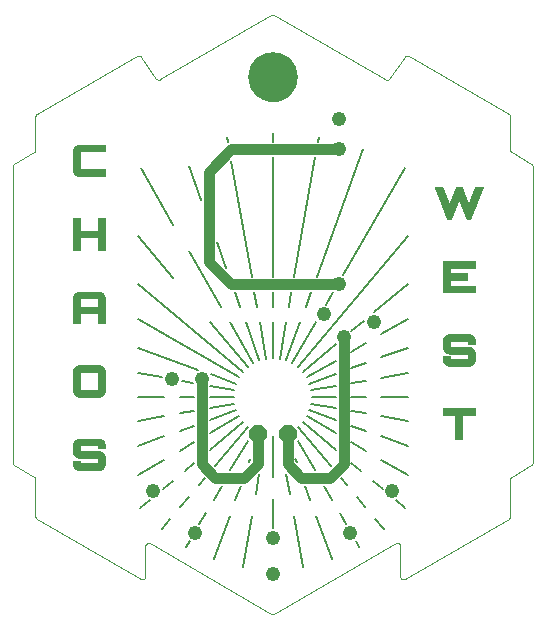
<source format=gts>
G75*
%MOIN*%
%OFA0B0*%
%FSLAX24Y24*%
%IPPOS*%
%LPD*%
%AMOC8*
5,1,8,0,0,1.08239X$1,22.5*
%
%ADD10C,0.0000*%
%ADD11C,0.0350*%
%ADD12C,0.0060*%
%ADD13C,0.0004*%
%ADD14C,0.1655*%
%ADD15OC8,0.0600*%
%ADD16C,0.0490*%
D10*
X000950Y003328D02*
X004410Y001330D01*
X004427Y001322D01*
X004446Y001318D01*
X004465Y001317D01*
X004484Y001320D01*
X004502Y001326D01*
X004518Y001336D01*
X004532Y001348D01*
X004544Y001363D01*
X004553Y001380D01*
X004558Y001398D01*
X004560Y001417D01*
X004560Y002431D01*
X004562Y002450D01*
X004567Y002468D01*
X004576Y002485D01*
X004588Y002500D01*
X004602Y002512D01*
X004618Y002522D01*
X004636Y002528D01*
X004655Y002531D01*
X004674Y002530D01*
X004693Y002525D01*
X004710Y002518D01*
X004710Y002517D02*
X008760Y000179D01*
X008760Y000178D02*
X008776Y000171D01*
X008793Y000167D01*
X008810Y000165D01*
X008827Y000167D01*
X008844Y000171D01*
X008860Y000178D01*
X008860Y000179D02*
X012911Y002517D01*
X012911Y002518D02*
X012928Y002526D01*
X012947Y002530D01*
X012966Y002531D01*
X012985Y002528D01*
X013003Y002522D01*
X013019Y002512D01*
X013033Y002500D01*
X013045Y002485D01*
X013054Y002468D01*
X013059Y002450D01*
X013061Y002431D01*
X013061Y001417D01*
X013063Y001398D01*
X013068Y001380D01*
X013077Y001363D01*
X013089Y001348D01*
X013103Y001336D01*
X013119Y001326D01*
X013137Y001320D01*
X013156Y001317D01*
X013175Y001318D01*
X013194Y001323D01*
X013211Y001330D01*
X016671Y003328D01*
X016721Y003415D02*
X016721Y004659D01*
X016723Y004676D01*
X016727Y004693D01*
X016734Y004709D01*
X016744Y004723D01*
X016757Y004736D01*
X016771Y004746D01*
X017421Y005121D01*
X017471Y005208D02*
X017471Y015092D01*
X017421Y015179D02*
X016771Y015554D01*
X016757Y015564D01*
X016744Y015577D01*
X016734Y015591D01*
X016727Y015607D01*
X016723Y015624D01*
X016721Y015641D01*
X016721Y016755D01*
X016671Y016842D02*
X013336Y018767D01*
X013336Y018768D02*
X013319Y018775D01*
X013301Y018780D01*
X013283Y018781D01*
X013264Y018779D01*
X013247Y018773D01*
X013230Y018764D01*
X013216Y018752D01*
X013204Y018738D01*
X012696Y018012D01*
X012696Y018013D02*
X012684Y017999D01*
X012670Y017987D01*
X012653Y017978D01*
X012636Y017972D01*
X012617Y017970D01*
X012599Y017971D01*
X012581Y017976D01*
X012564Y017983D01*
X008860Y020121D01*
X008760Y020121D02*
X005057Y017983D01*
X005040Y017976D01*
X005022Y017971D01*
X005004Y017970D01*
X004985Y017972D01*
X004968Y017978D01*
X004951Y017987D01*
X004937Y017999D01*
X004925Y018013D01*
X004925Y018012D02*
X004417Y018738D01*
X004405Y018752D01*
X004391Y018764D01*
X004374Y018773D01*
X004357Y018779D01*
X004338Y018781D01*
X004320Y018780D01*
X004302Y018775D01*
X004285Y018768D01*
X004285Y018767D02*
X000950Y016842D01*
X000936Y016832D01*
X000923Y016819D01*
X000913Y016805D01*
X000906Y016789D01*
X000902Y016772D01*
X000900Y016755D01*
X000900Y015641D01*
X000898Y015624D01*
X000894Y015607D01*
X000887Y015591D01*
X000877Y015577D01*
X000864Y015564D01*
X000850Y015554D01*
X000200Y015179D01*
X000186Y015169D01*
X000173Y015156D01*
X000163Y015142D01*
X000156Y015126D01*
X000152Y015109D01*
X000150Y015092D01*
X000150Y005208D01*
X000152Y005191D01*
X000156Y005174D01*
X000163Y005158D01*
X000173Y005144D01*
X000186Y005131D01*
X000200Y005121D01*
X000850Y004746D01*
X000900Y004659D02*
X000900Y003415D01*
X000902Y003398D01*
X000906Y003381D01*
X000913Y003365D01*
X000923Y003351D01*
X000936Y003338D01*
X000950Y003328D01*
X000900Y004659D02*
X000898Y004676D01*
X000894Y004693D01*
X000887Y004709D01*
X000877Y004723D01*
X000864Y004736D01*
X000850Y004746D01*
X008023Y018050D02*
X008025Y018106D01*
X008031Y018161D01*
X008041Y018215D01*
X008054Y018269D01*
X008072Y018322D01*
X008093Y018373D01*
X008117Y018423D01*
X008145Y018471D01*
X008177Y018517D01*
X008211Y018561D01*
X008249Y018602D01*
X008289Y018640D01*
X008332Y018675D01*
X008377Y018707D01*
X008425Y018736D01*
X008474Y018762D01*
X008525Y018784D01*
X008577Y018802D01*
X008631Y018816D01*
X008686Y018827D01*
X008741Y018834D01*
X008796Y018837D01*
X008852Y018836D01*
X008907Y018831D01*
X008962Y018822D01*
X009016Y018810D01*
X009069Y018793D01*
X009121Y018773D01*
X009171Y018749D01*
X009219Y018722D01*
X009266Y018692D01*
X009310Y018658D01*
X009352Y018621D01*
X009390Y018581D01*
X009427Y018539D01*
X009460Y018494D01*
X009489Y018448D01*
X009516Y018399D01*
X009538Y018348D01*
X009558Y018296D01*
X009573Y018242D01*
X009585Y018188D01*
X009593Y018133D01*
X009597Y018078D01*
X009597Y018022D01*
X009593Y017967D01*
X009585Y017912D01*
X009573Y017858D01*
X009558Y017804D01*
X009538Y017752D01*
X009516Y017701D01*
X009489Y017652D01*
X009460Y017606D01*
X009427Y017561D01*
X009390Y017519D01*
X009352Y017479D01*
X009310Y017442D01*
X009266Y017408D01*
X009219Y017378D01*
X009171Y017351D01*
X009121Y017327D01*
X009069Y017307D01*
X009016Y017290D01*
X008962Y017278D01*
X008907Y017269D01*
X008852Y017264D01*
X008796Y017263D01*
X008741Y017266D01*
X008686Y017273D01*
X008631Y017284D01*
X008577Y017298D01*
X008525Y017316D01*
X008474Y017338D01*
X008425Y017364D01*
X008377Y017393D01*
X008332Y017425D01*
X008289Y017460D01*
X008249Y017498D01*
X008211Y017539D01*
X008177Y017583D01*
X008145Y017629D01*
X008117Y017677D01*
X008093Y017727D01*
X008072Y017778D01*
X008054Y017831D01*
X008041Y017885D01*
X008031Y017939D01*
X008025Y017994D01*
X008023Y018050D01*
X008760Y020122D02*
X008776Y020129D01*
X008793Y020133D01*
X008810Y020135D01*
X008827Y020133D01*
X008844Y020129D01*
X008860Y020122D01*
X016671Y016842D02*
X016685Y016832D01*
X016698Y016819D01*
X016708Y016805D01*
X016715Y016789D01*
X016719Y016772D01*
X016721Y016755D01*
X017421Y015179D02*
X017435Y015169D01*
X017448Y015156D01*
X017458Y015142D01*
X017465Y015126D01*
X017469Y015109D01*
X017471Y015092D01*
X017471Y005208D02*
X017469Y005191D01*
X017465Y005174D01*
X017458Y005158D01*
X017448Y005144D01*
X017435Y005131D01*
X017421Y005121D01*
X016721Y003415D02*
X016719Y003398D01*
X016715Y003381D01*
X016708Y003365D01*
X016698Y003351D01*
X016685Y003338D01*
X016671Y003328D01*
D11*
X011170Y005150D02*
X010720Y004700D01*
X009760Y004700D01*
X009310Y005150D01*
X009310Y006150D01*
X008310Y006150D02*
X008310Y005150D01*
X007860Y004700D01*
X006900Y004700D01*
X006450Y005150D01*
X006450Y008000D01*
X007430Y011150D02*
X011030Y011150D01*
X011170Y009400D02*
X011170Y005150D01*
X007430Y011150D02*
X006680Y011900D01*
X006680Y014900D01*
X007430Y015650D01*
X011010Y015650D01*
D12*
X010310Y015905D02*
X010340Y016076D01*
X010220Y015395D02*
X009516Y011405D01*
X009427Y010895D02*
X009340Y010405D01*
X009250Y009895D02*
X009036Y008680D01*
X008810Y008700D02*
X008810Y009895D01*
X008370Y009895D02*
X008585Y008680D01*
X008366Y008622D02*
X007902Y009895D01*
X007370Y009895D02*
X008160Y008526D01*
X007975Y008396D02*
X006717Y009895D01*
X007075Y010405D02*
X006005Y012258D01*
X005495Y013142D02*
X004405Y015030D01*
X006005Y015107D02*
X006425Y013953D01*
X006935Y012552D02*
X007248Y011693D01*
X007538Y010895D02*
X007717Y010405D01*
X008280Y010405D02*
X008194Y010895D01*
X008104Y011405D02*
X007421Y015280D01*
X007313Y015893D02*
X007280Y016076D01*
X008810Y016210D02*
X008810Y015905D01*
X008810Y015395D02*
X008810Y011405D01*
X008810Y010895D02*
X008810Y010405D01*
X009718Y009895D02*
X009255Y008622D01*
X009460Y008526D02*
X010251Y009895D01*
X009904Y010405D02*
X010082Y010895D01*
X010268Y011405D02*
X011823Y015679D01*
X013215Y015030D02*
X011152Y011457D01*
X010826Y010891D02*
X010586Y010475D01*
X011432Y009600D02*
X011843Y009945D01*
X012183Y010230D02*
X013311Y011176D01*
X013311Y009998D02*
X012425Y009487D01*
X011915Y009193D02*
X011425Y008910D01*
X011425Y008352D02*
X011915Y008530D01*
X012425Y008716D02*
X013311Y009038D01*
X013311Y008194D02*
X012425Y008037D01*
X011915Y007947D02*
X011425Y007861D01*
X011425Y007400D02*
X011915Y007400D01*
X011915Y006853D02*
X011425Y006939D01*
X011425Y006448D02*
X011915Y006270D01*
X011425Y005890D02*
X011915Y005607D01*
X011425Y005206D02*
X011746Y004937D01*
X012138Y004607D02*
X012475Y004325D01*
X012911Y003959D02*
X013223Y003698D01*
X012513Y002988D02*
X012223Y003332D01*
X011894Y003725D02*
X011603Y004072D01*
X011274Y004464D02*
X011078Y004697D01*
X010749Y005089D02*
X009646Y006404D01*
X009806Y006564D02*
X010915Y005634D01*
X010915Y006185D02*
X009936Y006750D01*
X010032Y006955D02*
X010915Y006634D01*
X010915Y007029D02*
X010091Y007174D01*
X010110Y007400D02*
X010915Y007400D01*
X010915Y007771D02*
X010091Y007626D01*
X010032Y007845D02*
X010915Y008166D01*
X010915Y008615D02*
X009936Y008050D01*
X009806Y008236D02*
X010915Y009166D01*
X009646Y008396D02*
X013311Y012763D01*
X013311Y007400D02*
X012425Y007400D01*
X012425Y006763D02*
X013311Y006606D01*
X013311Y005762D02*
X012425Y006084D01*
X012425Y005313D02*
X013311Y004802D01*
X011051Y003520D02*
X011255Y003166D01*
X011584Y002596D02*
X011690Y002412D01*
X010780Y001987D02*
X010250Y003445D01*
X010064Y003955D02*
X009886Y004445D01*
X009381Y004161D02*
X009262Y004838D01*
X009605Y005216D02*
X009565Y005326D01*
X009652Y005942D02*
X010222Y004955D01*
X010516Y004445D02*
X010787Y003977D01*
X009508Y003445D02*
X009810Y001728D01*
X008810Y003025D02*
X008810Y004011D01*
X008239Y004161D02*
X008358Y004838D01*
X008810Y004732D02*
X008810Y006100D01*
X007969Y005942D02*
X007399Y004955D01*
X006871Y005089D02*
X007975Y006404D01*
X007814Y006564D02*
X006705Y005634D01*
X006705Y006185D02*
X007684Y006750D01*
X007589Y006955D02*
X006705Y006634D01*
X006705Y007029D02*
X007530Y007174D01*
X007510Y007400D02*
X006705Y007400D01*
X006705Y007771D02*
X007530Y007626D01*
X007589Y007845D02*
X006743Y008152D01*
X006324Y008305D02*
X004310Y009038D01*
X004310Y008194D02*
X005124Y008050D01*
X005195Y007400D02*
X004310Y007400D01*
X004310Y006606D02*
X005195Y006763D01*
X005705Y006853D02*
X006195Y006939D01*
X006195Y007400D02*
X005705Y007400D01*
X005774Y007935D02*
X006147Y007870D01*
X006195Y006448D02*
X005705Y006270D01*
X005195Y006084D02*
X004310Y005762D01*
X004310Y004802D02*
X005195Y005313D01*
X005705Y005607D02*
X006195Y005890D01*
X006195Y005206D02*
X005874Y004937D01*
X005482Y004607D02*
X005146Y004325D01*
X004710Y003959D02*
X004398Y003698D01*
X005108Y002988D02*
X005397Y003332D01*
X005726Y003725D02*
X006018Y004072D01*
X006347Y004464D02*
X006542Y004697D01*
X007104Y004445D02*
X006834Y003977D01*
X006570Y003520D02*
X006366Y003166D01*
X006037Y002596D02*
X005930Y002412D01*
X006840Y001987D02*
X007371Y003445D01*
X007556Y003955D02*
X007735Y004445D01*
X008015Y005216D02*
X008055Y005326D01*
X008113Y003445D02*
X007810Y001728D01*
X007684Y008050D02*
X004310Y009998D01*
X004310Y011176D02*
X007814Y008236D01*
X005495Y011351D02*
X004310Y012763D01*
D13*
X003210Y012763D02*
X002150Y012763D01*
X002150Y012765D02*
X003210Y012765D01*
X003210Y012768D02*
X002150Y012768D01*
X002150Y012770D02*
X003210Y012770D01*
X003210Y012773D02*
X002150Y012773D01*
X002150Y012775D02*
X003210Y012775D01*
X003210Y012777D02*
X002150Y012777D01*
X002150Y012780D02*
X003210Y012780D01*
X003210Y012782D02*
X002150Y012782D01*
X002150Y012785D02*
X003210Y012785D01*
X003210Y012787D02*
X002150Y012787D01*
X002150Y012790D02*
X003210Y012790D01*
X003210Y012792D02*
X002150Y012792D01*
X002150Y012794D02*
X003210Y012794D01*
X003210Y012797D02*
X002150Y012797D01*
X002150Y012799D02*
X003210Y012799D01*
X003210Y012802D02*
X002150Y012802D01*
X002150Y012804D02*
X003210Y012804D01*
X003210Y012807D02*
X002150Y012807D01*
X002150Y012809D02*
X003210Y012809D01*
X003210Y012812D02*
X002150Y012812D01*
X002150Y012814D02*
X003210Y012814D01*
X003210Y012816D02*
X002150Y012816D01*
X002150Y012819D02*
X003210Y012819D01*
X003210Y012821D02*
X002150Y012821D01*
X002150Y012824D02*
X003210Y012824D01*
X003210Y012826D02*
X002150Y012826D01*
X002150Y012829D02*
X003210Y012829D01*
X003210Y012831D02*
X002150Y012831D01*
X002150Y012833D02*
X003210Y012833D01*
X003210Y012836D02*
X002150Y012836D01*
X002150Y012838D02*
X003210Y012838D01*
X003210Y012841D02*
X002150Y012841D01*
X002150Y012843D02*
X003210Y012843D01*
X003210Y012846D02*
X002150Y012846D01*
X002150Y012848D02*
X003210Y012848D01*
X003210Y012851D02*
X002150Y012851D01*
X002150Y012853D02*
X003210Y012853D01*
X003210Y012855D02*
X002150Y012855D01*
X002150Y012858D02*
X003210Y012858D01*
X003210Y012860D02*
X002150Y012860D01*
X002150Y012863D02*
X003210Y012863D01*
X003210Y012865D02*
X002150Y012865D01*
X002150Y012868D02*
X003210Y012868D01*
X003210Y012870D02*
X002150Y012870D01*
X002150Y012872D02*
X003210Y012872D01*
X003210Y012875D02*
X002150Y012875D01*
X002150Y012877D02*
X003210Y012877D01*
X003210Y012880D02*
X002150Y012880D01*
X002150Y012882D02*
X003210Y012882D01*
X003210Y012885D02*
X002150Y012885D01*
X002150Y012887D02*
X003210Y012887D01*
X003210Y012890D02*
X002150Y012890D01*
X002150Y012892D02*
X003210Y012892D01*
X003210Y012894D02*
X002150Y012894D01*
X002150Y012897D02*
X003210Y012897D01*
X003210Y012899D02*
X002150Y012899D01*
X002150Y012902D02*
X003210Y012902D01*
X003210Y012904D02*
X002150Y012904D01*
X002150Y012907D02*
X003210Y012907D01*
X003210Y012909D02*
X002150Y012909D01*
X002150Y012911D02*
X003210Y012911D01*
X003210Y012914D02*
X002150Y012914D01*
X002150Y012916D02*
X003210Y012916D01*
X003210Y012919D02*
X002150Y012919D01*
X002150Y012921D02*
X003210Y012921D01*
X003210Y012924D02*
X002150Y012924D01*
X002150Y012926D02*
X003210Y012926D01*
X003210Y012929D02*
X002150Y012929D01*
X002150Y012931D02*
X003210Y012931D01*
X003210Y012933D02*
X002150Y012933D01*
X002150Y012936D02*
X003210Y012936D01*
X003210Y012938D02*
X002150Y012938D01*
X002150Y012941D02*
X003210Y012941D01*
X003210Y012943D02*
X002150Y012943D01*
X002150Y012946D02*
X003210Y012946D01*
X003210Y012948D02*
X002980Y012948D01*
X002380Y012948D01*
X002380Y013363D01*
X002150Y013363D01*
X002150Y012303D01*
X002380Y012303D01*
X002380Y012718D01*
X002980Y012718D01*
X002980Y012303D01*
X003210Y012303D01*
X003210Y013363D01*
X002980Y013363D01*
X002980Y012948D01*
X002980Y012950D02*
X003210Y012950D01*
X003210Y012953D02*
X002980Y012953D01*
X002980Y012955D02*
X003210Y012955D01*
X003210Y012958D02*
X002980Y012958D01*
X002980Y012960D02*
X003210Y012960D01*
X003210Y012963D02*
X002980Y012963D01*
X002980Y012965D02*
X003210Y012965D01*
X003210Y012968D02*
X002980Y012968D01*
X002980Y012970D02*
X003210Y012970D01*
X003210Y012972D02*
X002980Y012972D01*
X002980Y012975D02*
X003210Y012975D01*
X003210Y012977D02*
X002980Y012977D01*
X002980Y012980D02*
X003210Y012980D01*
X003210Y012982D02*
X002980Y012982D01*
X002980Y012985D02*
X003210Y012985D01*
X003210Y012987D02*
X002980Y012987D01*
X002980Y012989D02*
X003210Y012989D01*
X003210Y012992D02*
X002980Y012992D01*
X002980Y012994D02*
X003210Y012994D01*
X003210Y012997D02*
X002980Y012997D01*
X002980Y012999D02*
X003210Y012999D01*
X003210Y013002D02*
X002980Y013002D01*
X002980Y013004D02*
X003210Y013004D01*
X003210Y013007D02*
X002980Y013007D01*
X002980Y013009D02*
X003210Y013009D01*
X003210Y013011D02*
X002980Y013011D01*
X002980Y013014D02*
X003210Y013014D01*
X003210Y013016D02*
X002980Y013016D01*
X002980Y013019D02*
X003210Y013019D01*
X003210Y013021D02*
X002980Y013021D01*
X002980Y013024D02*
X003210Y013024D01*
X003210Y013026D02*
X002980Y013026D01*
X002980Y013028D02*
X003210Y013028D01*
X003210Y013031D02*
X002980Y013031D01*
X002980Y013033D02*
X003210Y013033D01*
X003210Y013036D02*
X002980Y013036D01*
X002980Y013038D02*
X003210Y013038D01*
X003210Y013041D02*
X002980Y013041D01*
X002980Y013043D02*
X003210Y013043D01*
X003210Y013046D02*
X002980Y013046D01*
X002980Y013048D02*
X003210Y013048D01*
X003210Y013050D02*
X002980Y013050D01*
X002980Y013053D02*
X003210Y013053D01*
X003210Y013055D02*
X002980Y013055D01*
X002980Y013058D02*
X003210Y013058D01*
X003210Y013060D02*
X002980Y013060D01*
X002980Y013063D02*
X003210Y013063D01*
X003210Y013065D02*
X002980Y013065D01*
X002980Y013067D02*
X003210Y013067D01*
X003210Y013070D02*
X002980Y013070D01*
X002980Y013072D02*
X003210Y013072D01*
X003210Y013075D02*
X002980Y013075D01*
X002980Y013077D02*
X003210Y013077D01*
X003210Y013080D02*
X002980Y013080D01*
X002980Y013082D02*
X003210Y013082D01*
X003210Y013085D02*
X002980Y013085D01*
X002980Y013087D02*
X003210Y013087D01*
X003210Y013089D02*
X002980Y013089D01*
X002980Y013092D02*
X003210Y013092D01*
X003210Y013094D02*
X002980Y013094D01*
X002980Y013097D02*
X003210Y013097D01*
X003210Y013099D02*
X002980Y013099D01*
X002980Y013102D02*
X003210Y013102D01*
X003210Y013104D02*
X002980Y013104D01*
X002980Y013106D02*
X003210Y013106D01*
X003210Y013109D02*
X002980Y013109D01*
X002980Y013111D02*
X003210Y013111D01*
X003210Y013114D02*
X002980Y013114D01*
X002980Y013116D02*
X003210Y013116D01*
X003210Y013119D02*
X002980Y013119D01*
X002980Y013121D02*
X003210Y013121D01*
X003210Y013124D02*
X002980Y013124D01*
X002980Y013126D02*
X003210Y013126D01*
X003210Y013128D02*
X002980Y013128D01*
X002980Y013131D02*
X003210Y013131D01*
X003210Y013133D02*
X002980Y013133D01*
X002980Y013136D02*
X003210Y013136D01*
X003210Y013138D02*
X002980Y013138D01*
X002980Y013141D02*
X003210Y013141D01*
X003210Y013143D02*
X002980Y013143D01*
X002980Y013145D02*
X003210Y013145D01*
X003210Y013148D02*
X002980Y013148D01*
X002980Y013150D02*
X003210Y013150D01*
X003210Y013153D02*
X002980Y013153D01*
X002980Y013155D02*
X003210Y013155D01*
X003210Y013158D02*
X002980Y013158D01*
X002980Y013160D02*
X003210Y013160D01*
X003210Y013162D02*
X002980Y013162D01*
X002980Y013165D02*
X003210Y013165D01*
X003210Y013167D02*
X002980Y013167D01*
X002980Y013170D02*
X003210Y013170D01*
X003210Y013172D02*
X002980Y013172D01*
X002980Y013175D02*
X003210Y013175D01*
X003210Y013177D02*
X002980Y013177D01*
X002980Y013180D02*
X003210Y013180D01*
X003210Y013182D02*
X002980Y013182D01*
X002980Y013184D02*
X003210Y013184D01*
X003210Y013187D02*
X002980Y013187D01*
X002980Y013189D02*
X003210Y013189D01*
X003210Y013192D02*
X002980Y013192D01*
X002980Y013194D02*
X003210Y013194D01*
X003210Y013197D02*
X002980Y013197D01*
X002980Y013199D02*
X003210Y013199D01*
X003210Y013201D02*
X002980Y013201D01*
X002980Y013204D02*
X003210Y013204D01*
X003210Y013206D02*
X002980Y013206D01*
X002980Y013209D02*
X003210Y013209D01*
X003210Y013211D02*
X002980Y013211D01*
X002980Y013214D02*
X003210Y013214D01*
X003210Y013216D02*
X002980Y013216D01*
X002980Y013219D02*
X003210Y013219D01*
X003210Y013221D02*
X002980Y013221D01*
X002980Y013223D02*
X003210Y013223D01*
X003210Y013226D02*
X002980Y013226D01*
X002980Y013228D02*
X003210Y013228D01*
X003210Y013231D02*
X002980Y013231D01*
X002980Y013233D02*
X003210Y013233D01*
X003210Y013236D02*
X002980Y013236D01*
X002980Y013238D02*
X003210Y013238D01*
X003210Y013240D02*
X002980Y013240D01*
X002980Y013243D02*
X003210Y013243D01*
X003210Y013245D02*
X002980Y013245D01*
X002980Y013248D02*
X003210Y013248D01*
X003210Y013250D02*
X002980Y013250D01*
X002980Y013253D02*
X003210Y013253D01*
X003210Y013255D02*
X002980Y013255D01*
X002980Y013258D02*
X003210Y013258D01*
X003210Y013260D02*
X002980Y013260D01*
X002980Y013262D02*
X003210Y013262D01*
X003210Y013265D02*
X002980Y013265D01*
X002980Y013267D02*
X003210Y013267D01*
X003210Y013270D02*
X002980Y013270D01*
X002980Y013272D02*
X003210Y013272D01*
X003210Y013275D02*
X002980Y013275D01*
X002980Y013277D02*
X003210Y013277D01*
X003210Y013279D02*
X002980Y013279D01*
X002980Y013282D02*
X003210Y013282D01*
X003210Y013284D02*
X002980Y013284D01*
X002980Y013287D02*
X003210Y013287D01*
X003210Y013289D02*
X002980Y013289D01*
X002980Y013292D02*
X003210Y013292D01*
X003210Y013294D02*
X002980Y013294D01*
X002980Y013297D02*
X003210Y013297D01*
X003210Y013299D02*
X002980Y013299D01*
X002980Y013301D02*
X003210Y013301D01*
X003210Y013304D02*
X002980Y013304D01*
X002980Y013306D02*
X003210Y013306D01*
X003210Y013309D02*
X002980Y013309D01*
X002980Y013311D02*
X003210Y013311D01*
X003210Y013314D02*
X002980Y013314D01*
X002980Y013316D02*
X003210Y013316D01*
X003210Y013318D02*
X002980Y013318D01*
X002980Y013321D02*
X003210Y013321D01*
X003210Y013323D02*
X002980Y013323D01*
X002980Y013326D02*
X003210Y013326D01*
X003210Y013328D02*
X002980Y013328D01*
X002980Y013331D02*
X003210Y013331D01*
X003210Y013333D02*
X002980Y013333D01*
X002980Y013336D02*
X003210Y013336D01*
X003210Y013338D02*
X002980Y013338D01*
X002980Y013340D02*
X003210Y013340D01*
X003210Y013343D02*
X002980Y013343D01*
X002980Y013345D02*
X003210Y013345D01*
X003210Y013348D02*
X002980Y013348D01*
X002980Y013350D02*
X003210Y013350D01*
X003210Y013353D02*
X002980Y013353D01*
X002980Y013355D02*
X003210Y013355D01*
X003210Y013357D02*
X002980Y013357D01*
X002980Y013360D02*
X003210Y013360D01*
X003210Y013362D02*
X002980Y013362D01*
X002380Y013362D02*
X002150Y013362D01*
X002150Y013360D02*
X002380Y013360D01*
X002380Y013357D02*
X002150Y013357D01*
X002150Y013355D02*
X002380Y013355D01*
X002380Y013353D02*
X002150Y013353D01*
X002150Y013350D02*
X002380Y013350D01*
X002380Y013348D02*
X002150Y013348D01*
X002150Y013345D02*
X002380Y013345D01*
X002380Y013343D02*
X002150Y013343D01*
X002150Y013340D02*
X002380Y013340D01*
X002380Y013338D02*
X002150Y013338D01*
X002150Y013336D02*
X002380Y013336D01*
X002380Y013333D02*
X002150Y013333D01*
X002150Y013331D02*
X002380Y013331D01*
X002380Y013328D02*
X002150Y013328D01*
X002150Y013326D02*
X002380Y013326D01*
X002380Y013323D02*
X002150Y013323D01*
X002150Y013321D02*
X002380Y013321D01*
X002380Y013318D02*
X002150Y013318D01*
X002150Y013316D02*
X002380Y013316D01*
X002380Y013314D02*
X002150Y013314D01*
X002150Y013311D02*
X002380Y013311D01*
X002380Y013309D02*
X002150Y013309D01*
X002150Y013306D02*
X002380Y013306D01*
X002380Y013304D02*
X002150Y013304D01*
X002150Y013301D02*
X002380Y013301D01*
X002380Y013299D02*
X002150Y013299D01*
X002150Y013297D02*
X002380Y013297D01*
X002380Y013294D02*
X002150Y013294D01*
X002150Y013292D02*
X002380Y013292D01*
X002380Y013289D02*
X002150Y013289D01*
X002150Y013287D02*
X002380Y013287D01*
X002380Y013284D02*
X002150Y013284D01*
X002150Y013282D02*
X002380Y013282D01*
X002380Y013279D02*
X002150Y013279D01*
X002150Y013277D02*
X002380Y013277D01*
X002380Y013275D02*
X002150Y013275D01*
X002150Y013272D02*
X002380Y013272D01*
X002380Y013270D02*
X002150Y013270D01*
X002150Y013267D02*
X002380Y013267D01*
X002380Y013265D02*
X002150Y013265D01*
X002150Y013262D02*
X002380Y013262D01*
X002380Y013260D02*
X002150Y013260D01*
X002150Y013258D02*
X002380Y013258D01*
X002380Y013255D02*
X002150Y013255D01*
X002150Y013253D02*
X002380Y013253D01*
X002380Y013250D02*
X002150Y013250D01*
X002150Y013248D02*
X002380Y013248D01*
X002380Y013245D02*
X002150Y013245D01*
X002150Y013243D02*
X002380Y013243D01*
X002380Y013240D02*
X002150Y013240D01*
X002150Y013238D02*
X002380Y013238D01*
X002380Y013236D02*
X002150Y013236D01*
X002150Y013233D02*
X002380Y013233D01*
X002380Y013231D02*
X002150Y013231D01*
X002150Y013228D02*
X002380Y013228D01*
X002380Y013226D02*
X002150Y013226D01*
X002150Y013223D02*
X002380Y013223D01*
X002380Y013221D02*
X002150Y013221D01*
X002150Y013219D02*
X002380Y013219D01*
X002380Y013216D02*
X002150Y013216D01*
X002150Y013214D02*
X002380Y013214D01*
X002380Y013211D02*
X002150Y013211D01*
X002150Y013209D02*
X002380Y013209D01*
X002380Y013206D02*
X002150Y013206D01*
X002150Y013204D02*
X002380Y013204D01*
X002380Y013201D02*
X002150Y013201D01*
X002150Y013199D02*
X002380Y013199D01*
X002380Y013197D02*
X002150Y013197D01*
X002150Y013194D02*
X002380Y013194D01*
X002380Y013192D02*
X002150Y013192D01*
X002150Y013189D02*
X002380Y013189D01*
X002380Y013187D02*
X002150Y013187D01*
X002150Y013184D02*
X002380Y013184D01*
X002380Y013182D02*
X002150Y013182D01*
X002150Y013180D02*
X002380Y013180D01*
X002380Y013177D02*
X002150Y013177D01*
X002150Y013175D02*
X002380Y013175D01*
X002380Y013172D02*
X002150Y013172D01*
X002150Y013170D02*
X002380Y013170D01*
X002380Y013167D02*
X002150Y013167D01*
X002150Y013165D02*
X002380Y013165D01*
X002380Y013162D02*
X002150Y013162D01*
X002150Y013160D02*
X002380Y013160D01*
X002380Y013158D02*
X002150Y013158D01*
X002150Y013155D02*
X002380Y013155D01*
X002380Y013153D02*
X002150Y013153D01*
X002150Y013150D02*
X002380Y013150D01*
X002380Y013148D02*
X002150Y013148D01*
X002150Y013145D02*
X002380Y013145D01*
X002380Y013143D02*
X002150Y013143D01*
X002150Y013141D02*
X002380Y013141D01*
X002380Y013138D02*
X002150Y013138D01*
X002150Y013136D02*
X002380Y013136D01*
X002380Y013133D02*
X002150Y013133D01*
X002150Y013131D02*
X002380Y013131D01*
X002380Y013128D02*
X002150Y013128D01*
X002150Y013126D02*
X002380Y013126D01*
X002380Y013124D02*
X002150Y013124D01*
X002150Y013121D02*
X002380Y013121D01*
X002380Y013119D02*
X002150Y013119D01*
X002150Y013116D02*
X002380Y013116D01*
X002380Y013114D02*
X002150Y013114D01*
X002150Y013111D02*
X002380Y013111D01*
X002380Y013109D02*
X002150Y013109D01*
X002150Y013106D02*
X002380Y013106D01*
X002380Y013104D02*
X002150Y013104D01*
X002150Y013102D02*
X002380Y013102D01*
X002380Y013099D02*
X002150Y013099D01*
X002150Y013097D02*
X002380Y013097D01*
X002380Y013094D02*
X002150Y013094D01*
X002150Y013092D02*
X002380Y013092D01*
X002380Y013089D02*
X002150Y013089D01*
X002150Y013087D02*
X002380Y013087D01*
X002380Y013085D02*
X002150Y013085D01*
X002150Y013082D02*
X002380Y013082D01*
X002380Y013080D02*
X002150Y013080D01*
X002150Y013077D02*
X002380Y013077D01*
X002380Y013075D02*
X002150Y013075D01*
X002150Y013072D02*
X002380Y013072D01*
X002380Y013070D02*
X002150Y013070D01*
X002150Y013067D02*
X002380Y013067D01*
X002380Y013065D02*
X002150Y013065D01*
X002150Y013063D02*
X002380Y013063D01*
X002380Y013060D02*
X002150Y013060D01*
X002150Y013058D02*
X002380Y013058D01*
X002380Y013055D02*
X002150Y013055D01*
X002150Y013053D02*
X002380Y013053D01*
X002380Y013050D02*
X002150Y013050D01*
X002150Y013048D02*
X002380Y013048D01*
X002380Y013046D02*
X002150Y013046D01*
X002150Y013043D02*
X002380Y013043D01*
X002380Y013041D02*
X002150Y013041D01*
X002150Y013038D02*
X002380Y013038D01*
X002380Y013036D02*
X002150Y013036D01*
X002150Y013033D02*
X002380Y013033D01*
X002380Y013031D02*
X002150Y013031D01*
X002150Y013028D02*
X002380Y013028D01*
X002380Y013026D02*
X002150Y013026D01*
X002150Y013024D02*
X002380Y013024D01*
X002380Y013021D02*
X002150Y013021D01*
X002150Y013019D02*
X002380Y013019D01*
X002380Y013016D02*
X002150Y013016D01*
X002150Y013014D02*
X002380Y013014D01*
X002380Y013011D02*
X002150Y013011D01*
X002150Y013009D02*
X002380Y013009D01*
X002380Y013007D02*
X002150Y013007D01*
X002150Y013004D02*
X002380Y013004D01*
X002380Y013002D02*
X002150Y013002D01*
X002150Y012999D02*
X002380Y012999D01*
X002380Y012997D02*
X002150Y012997D01*
X002150Y012994D02*
X002380Y012994D01*
X002380Y012992D02*
X002150Y012992D01*
X002150Y012989D02*
X002380Y012989D01*
X002380Y012987D02*
X002150Y012987D01*
X002150Y012985D02*
X002380Y012985D01*
X002380Y012982D02*
X002150Y012982D01*
X002150Y012980D02*
X002380Y012980D01*
X002380Y012977D02*
X002150Y012977D01*
X002150Y012975D02*
X002380Y012975D01*
X002380Y012972D02*
X002150Y012972D01*
X002150Y012970D02*
X002380Y012970D01*
X002380Y012968D02*
X002150Y012968D01*
X002150Y012965D02*
X002380Y012965D01*
X002380Y012963D02*
X002150Y012963D01*
X002150Y012960D02*
X002380Y012960D01*
X002380Y012958D02*
X002150Y012958D01*
X002150Y012955D02*
X002380Y012955D01*
X002380Y012953D02*
X002150Y012953D01*
X002150Y012950D02*
X002380Y012950D01*
X002380Y012948D02*
X002150Y012948D01*
X002150Y012760D02*
X003210Y012760D01*
X003210Y012758D02*
X002150Y012758D01*
X002150Y012755D02*
X003210Y012755D01*
X003210Y012753D02*
X002150Y012753D01*
X002150Y012751D02*
X003210Y012751D01*
X003210Y012748D02*
X002150Y012748D01*
X002150Y012746D02*
X003210Y012746D01*
X003210Y012743D02*
X002150Y012743D01*
X002150Y012741D02*
X003210Y012741D01*
X003210Y012738D02*
X002150Y012738D01*
X002150Y012736D02*
X003210Y012736D01*
X003210Y012734D02*
X002150Y012734D01*
X002150Y012731D02*
X003210Y012731D01*
X003210Y012729D02*
X002150Y012729D01*
X002150Y012726D02*
X003210Y012726D01*
X003210Y012724D02*
X002150Y012724D01*
X002150Y012721D02*
X003210Y012721D01*
X003210Y012719D02*
X002150Y012719D01*
X002150Y012716D02*
X002380Y012716D01*
X002380Y012714D02*
X002150Y012714D01*
X002150Y012712D02*
X002380Y012712D01*
X002380Y012709D02*
X002150Y012709D01*
X002150Y012707D02*
X002380Y012707D01*
X002380Y012704D02*
X002150Y012704D01*
X002150Y012702D02*
X002380Y012702D01*
X002380Y012699D02*
X002150Y012699D01*
X002150Y012697D02*
X002380Y012697D01*
X002380Y012695D02*
X002150Y012695D01*
X002150Y012692D02*
X002380Y012692D01*
X002380Y012690D02*
X002150Y012690D01*
X002150Y012687D02*
X002380Y012687D01*
X002380Y012685D02*
X002150Y012685D01*
X002150Y012682D02*
X002380Y012682D01*
X002380Y012680D02*
X002150Y012680D01*
X002150Y012677D02*
X002380Y012677D01*
X002380Y012675D02*
X002150Y012675D01*
X002150Y012673D02*
X002380Y012673D01*
X002380Y012670D02*
X002150Y012670D01*
X002150Y012668D02*
X002380Y012668D01*
X002380Y012665D02*
X002150Y012665D01*
X002150Y012663D02*
X002380Y012663D01*
X002380Y012660D02*
X002150Y012660D01*
X002150Y012658D02*
X002380Y012658D01*
X002380Y012656D02*
X002150Y012656D01*
X002150Y012653D02*
X002380Y012653D01*
X002380Y012651D02*
X002150Y012651D01*
X002150Y012648D02*
X002380Y012648D01*
X002380Y012646D02*
X002150Y012646D01*
X002150Y012643D02*
X002380Y012643D01*
X002380Y012641D02*
X002150Y012641D01*
X002150Y012638D02*
X002380Y012638D01*
X002380Y012636D02*
X002150Y012636D01*
X002150Y012634D02*
X002380Y012634D01*
X002380Y012631D02*
X002150Y012631D01*
X002150Y012629D02*
X002380Y012629D01*
X002380Y012626D02*
X002150Y012626D01*
X002150Y012624D02*
X002380Y012624D01*
X002380Y012621D02*
X002150Y012621D01*
X002150Y012619D02*
X002380Y012619D01*
X002380Y012617D02*
X002150Y012617D01*
X002150Y012614D02*
X002380Y012614D01*
X002380Y012612D02*
X002150Y012612D01*
X002150Y012609D02*
X002380Y012609D01*
X002380Y012607D02*
X002150Y012607D01*
X002150Y012604D02*
X002380Y012604D01*
X002380Y012602D02*
X002150Y012602D01*
X002150Y012599D02*
X002380Y012599D01*
X002380Y012597D02*
X002150Y012597D01*
X002150Y012595D02*
X002380Y012595D01*
X002380Y012592D02*
X002150Y012592D01*
X002150Y012590D02*
X002380Y012590D01*
X002380Y012587D02*
X002150Y012587D01*
X002150Y012585D02*
X002380Y012585D01*
X002380Y012582D02*
X002150Y012582D01*
X002150Y012580D02*
X002380Y012580D01*
X002380Y012578D02*
X002150Y012578D01*
X002150Y012575D02*
X002380Y012575D01*
X002380Y012573D02*
X002150Y012573D01*
X002150Y012570D02*
X002380Y012570D01*
X002380Y012568D02*
X002150Y012568D01*
X002150Y012565D02*
X002380Y012565D01*
X002380Y012563D02*
X002150Y012563D01*
X002150Y012560D02*
X002380Y012560D01*
X002380Y012558D02*
X002150Y012558D01*
X002150Y012556D02*
X002380Y012556D01*
X002380Y012553D02*
X002150Y012553D01*
X002150Y012551D02*
X002380Y012551D01*
X002380Y012548D02*
X002150Y012548D01*
X002150Y012546D02*
X002380Y012546D01*
X002380Y012543D02*
X002150Y012543D01*
X002150Y012541D02*
X002380Y012541D01*
X002380Y012539D02*
X002150Y012539D01*
X002150Y012536D02*
X002380Y012536D01*
X002380Y012534D02*
X002150Y012534D01*
X002150Y012531D02*
X002380Y012531D01*
X002380Y012529D02*
X002150Y012529D01*
X002150Y012526D02*
X002380Y012526D01*
X002380Y012524D02*
X002150Y012524D01*
X002150Y012522D02*
X002380Y012522D01*
X002380Y012519D02*
X002150Y012519D01*
X002150Y012517D02*
X002380Y012517D01*
X002380Y012514D02*
X002150Y012514D01*
X002150Y012512D02*
X002380Y012512D01*
X002380Y012509D02*
X002150Y012509D01*
X002150Y012507D02*
X002380Y012507D01*
X002380Y012504D02*
X002150Y012504D01*
X002150Y012502D02*
X002380Y012502D01*
X002380Y012500D02*
X002150Y012500D01*
X002150Y012497D02*
X002380Y012497D01*
X002380Y012495D02*
X002150Y012495D01*
X002150Y012492D02*
X002380Y012492D01*
X002380Y012490D02*
X002150Y012490D01*
X002150Y012487D02*
X002380Y012487D01*
X002380Y012485D02*
X002150Y012485D01*
X002150Y012483D02*
X002380Y012483D01*
X002380Y012480D02*
X002150Y012480D01*
X002150Y012478D02*
X002380Y012478D01*
X002380Y012475D02*
X002150Y012475D01*
X002150Y012473D02*
X002380Y012473D01*
X002380Y012470D02*
X002150Y012470D01*
X002150Y012468D02*
X002380Y012468D01*
X002380Y012465D02*
X002150Y012465D01*
X002150Y012463D02*
X002380Y012463D01*
X002380Y012461D02*
X002150Y012461D01*
X002150Y012458D02*
X002380Y012458D01*
X002380Y012456D02*
X002150Y012456D01*
X002150Y012453D02*
X002380Y012453D01*
X002380Y012451D02*
X002150Y012451D01*
X002150Y012448D02*
X002380Y012448D01*
X002380Y012446D02*
X002150Y012446D01*
X002150Y012444D02*
X002380Y012444D01*
X002380Y012441D02*
X002150Y012441D01*
X002150Y012439D02*
X002380Y012439D01*
X002380Y012436D02*
X002150Y012436D01*
X002150Y012434D02*
X002380Y012434D01*
X002380Y012431D02*
X002150Y012431D01*
X002150Y012429D02*
X002380Y012429D01*
X002380Y012426D02*
X002150Y012426D01*
X002150Y012424D02*
X002380Y012424D01*
X002380Y012422D02*
X002150Y012422D01*
X002150Y012419D02*
X002380Y012419D01*
X002380Y012417D02*
X002150Y012417D01*
X002150Y012414D02*
X002380Y012414D01*
X002380Y012412D02*
X002150Y012412D01*
X002150Y012409D02*
X002380Y012409D01*
X002380Y012407D02*
X002150Y012407D01*
X002150Y012405D02*
X002380Y012405D01*
X002380Y012402D02*
X002150Y012402D01*
X002150Y012400D02*
X002380Y012400D01*
X002380Y012397D02*
X002150Y012397D01*
X002150Y012395D02*
X002380Y012395D01*
X002380Y012392D02*
X002150Y012392D01*
X002150Y012390D02*
X002380Y012390D01*
X002380Y012387D02*
X002150Y012387D01*
X002150Y012385D02*
X002380Y012385D01*
X002380Y012383D02*
X002150Y012383D01*
X002150Y012380D02*
X002380Y012380D01*
X002380Y012378D02*
X002150Y012378D01*
X002150Y012375D02*
X002380Y012375D01*
X002380Y012373D02*
X002150Y012373D01*
X002150Y012370D02*
X002380Y012370D01*
X002380Y012368D02*
X002150Y012368D01*
X002150Y012366D02*
X002380Y012366D01*
X002380Y012363D02*
X002150Y012363D01*
X002150Y012361D02*
X002380Y012361D01*
X002380Y012358D02*
X002150Y012358D01*
X002150Y012356D02*
X002380Y012356D01*
X002380Y012353D02*
X002150Y012353D01*
X002150Y012351D02*
X002380Y012351D01*
X002380Y012348D02*
X002150Y012348D01*
X002150Y012346D02*
X002380Y012346D01*
X002380Y012344D02*
X002150Y012344D01*
X002150Y012341D02*
X002380Y012341D01*
X002380Y012339D02*
X002150Y012339D01*
X002150Y012336D02*
X002380Y012336D01*
X002380Y012334D02*
X002150Y012334D01*
X002150Y012331D02*
X002380Y012331D01*
X002380Y012329D02*
X002150Y012329D01*
X002150Y012327D02*
X002380Y012327D01*
X002380Y012324D02*
X002150Y012324D01*
X002150Y012322D02*
X002380Y012322D01*
X002380Y012319D02*
X002150Y012319D01*
X002150Y012317D02*
X002380Y012317D01*
X002380Y012314D02*
X002150Y012314D01*
X002150Y012312D02*
X002380Y012312D01*
X002380Y012309D02*
X002150Y012309D01*
X002150Y012307D02*
X002380Y012307D01*
X002380Y012305D02*
X002150Y012305D01*
X002980Y012305D02*
X003210Y012305D01*
X003210Y012307D02*
X002980Y012307D01*
X002980Y012309D02*
X003210Y012309D01*
X003210Y012312D02*
X002980Y012312D01*
X002980Y012314D02*
X003210Y012314D01*
X003210Y012317D02*
X002980Y012317D01*
X002980Y012319D02*
X003210Y012319D01*
X003210Y012322D02*
X002980Y012322D01*
X002980Y012324D02*
X003210Y012324D01*
X003210Y012327D02*
X002980Y012327D01*
X002980Y012329D02*
X003210Y012329D01*
X003210Y012331D02*
X002980Y012331D01*
X002980Y012334D02*
X003210Y012334D01*
X003210Y012336D02*
X002980Y012336D01*
X002980Y012339D02*
X003210Y012339D01*
X003210Y012341D02*
X002980Y012341D01*
X002980Y012344D02*
X003210Y012344D01*
X003210Y012346D02*
X002980Y012346D01*
X002980Y012348D02*
X003210Y012348D01*
X003210Y012351D02*
X002980Y012351D01*
X002980Y012353D02*
X003210Y012353D01*
X003210Y012356D02*
X002980Y012356D01*
X002980Y012358D02*
X003210Y012358D01*
X003210Y012361D02*
X002980Y012361D01*
X002980Y012363D02*
X003210Y012363D01*
X003210Y012366D02*
X002980Y012366D01*
X002980Y012368D02*
X003210Y012368D01*
X003210Y012370D02*
X002980Y012370D01*
X002980Y012373D02*
X003210Y012373D01*
X003210Y012375D02*
X002980Y012375D01*
X002980Y012378D02*
X003210Y012378D01*
X003210Y012380D02*
X002980Y012380D01*
X002980Y012383D02*
X003210Y012383D01*
X003210Y012385D02*
X002980Y012385D01*
X002980Y012387D02*
X003210Y012387D01*
X003210Y012390D02*
X002980Y012390D01*
X002980Y012392D02*
X003210Y012392D01*
X003210Y012395D02*
X002980Y012395D01*
X002980Y012397D02*
X003210Y012397D01*
X003210Y012400D02*
X002980Y012400D01*
X002980Y012402D02*
X003210Y012402D01*
X003210Y012405D02*
X002980Y012405D01*
X002980Y012407D02*
X003210Y012407D01*
X003210Y012409D02*
X002980Y012409D01*
X002980Y012412D02*
X003210Y012412D01*
X003210Y012414D02*
X002980Y012414D01*
X002980Y012417D02*
X003210Y012417D01*
X003210Y012419D02*
X002980Y012419D01*
X002980Y012422D02*
X003210Y012422D01*
X003210Y012424D02*
X002980Y012424D01*
X002980Y012426D02*
X003210Y012426D01*
X003210Y012429D02*
X002980Y012429D01*
X002980Y012431D02*
X003210Y012431D01*
X003210Y012434D02*
X002980Y012434D01*
X002980Y012436D02*
X003210Y012436D01*
X003210Y012439D02*
X002980Y012439D01*
X002980Y012441D02*
X003210Y012441D01*
X003210Y012444D02*
X002980Y012444D01*
X002980Y012446D02*
X003210Y012446D01*
X003210Y012448D02*
X002980Y012448D01*
X002980Y012451D02*
X003210Y012451D01*
X003210Y012453D02*
X002980Y012453D01*
X002980Y012456D02*
X003210Y012456D01*
X003210Y012458D02*
X002980Y012458D01*
X002980Y012461D02*
X003210Y012461D01*
X003210Y012463D02*
X002980Y012463D01*
X002980Y012465D02*
X003210Y012465D01*
X003210Y012468D02*
X002980Y012468D01*
X002980Y012470D02*
X003210Y012470D01*
X003210Y012473D02*
X002980Y012473D01*
X002980Y012475D02*
X003210Y012475D01*
X003210Y012478D02*
X002980Y012478D01*
X002980Y012480D02*
X003210Y012480D01*
X003210Y012483D02*
X002980Y012483D01*
X002980Y012485D02*
X003210Y012485D01*
X003210Y012487D02*
X002980Y012487D01*
X002980Y012490D02*
X003210Y012490D01*
X003210Y012492D02*
X002980Y012492D01*
X002980Y012495D02*
X003210Y012495D01*
X003210Y012497D02*
X002980Y012497D01*
X002980Y012500D02*
X003210Y012500D01*
X003210Y012502D02*
X002980Y012502D01*
X002980Y012504D02*
X003210Y012504D01*
X003210Y012507D02*
X002980Y012507D01*
X002980Y012509D02*
X003210Y012509D01*
X003210Y012512D02*
X002980Y012512D01*
X002980Y012514D02*
X003210Y012514D01*
X003210Y012517D02*
X002980Y012517D01*
X002980Y012519D02*
X003210Y012519D01*
X003210Y012522D02*
X002980Y012522D01*
X002980Y012524D02*
X003210Y012524D01*
X003210Y012526D02*
X002980Y012526D01*
X002980Y012529D02*
X003210Y012529D01*
X003210Y012531D02*
X002980Y012531D01*
X002980Y012534D02*
X003210Y012534D01*
X003210Y012536D02*
X002980Y012536D01*
X002980Y012539D02*
X003210Y012539D01*
X003210Y012541D02*
X002980Y012541D01*
X002980Y012543D02*
X003210Y012543D01*
X003210Y012546D02*
X002980Y012546D01*
X002980Y012548D02*
X003210Y012548D01*
X003210Y012551D02*
X002980Y012551D01*
X002980Y012553D02*
X003210Y012553D01*
X003210Y012556D02*
X002980Y012556D01*
X002980Y012558D02*
X003210Y012558D01*
X003210Y012560D02*
X002980Y012560D01*
X002980Y012563D02*
X003210Y012563D01*
X003210Y012565D02*
X002980Y012565D01*
X002980Y012568D02*
X003210Y012568D01*
X003210Y012570D02*
X002980Y012570D01*
X002980Y012573D02*
X003210Y012573D01*
X003210Y012575D02*
X002980Y012575D01*
X002980Y012578D02*
X003210Y012578D01*
X003210Y012580D02*
X002980Y012580D01*
X002980Y012582D02*
X003210Y012582D01*
X003210Y012585D02*
X002980Y012585D01*
X002980Y012587D02*
X003210Y012587D01*
X003210Y012590D02*
X002980Y012590D01*
X002980Y012592D02*
X003210Y012592D01*
X003210Y012595D02*
X002980Y012595D01*
X002980Y012597D02*
X003210Y012597D01*
X003210Y012599D02*
X002980Y012599D01*
X002980Y012602D02*
X003210Y012602D01*
X003210Y012604D02*
X002980Y012604D01*
X002980Y012607D02*
X003210Y012607D01*
X003210Y012609D02*
X002980Y012609D01*
X002980Y012612D02*
X003210Y012612D01*
X003210Y012614D02*
X002980Y012614D01*
X002980Y012617D02*
X003210Y012617D01*
X003210Y012619D02*
X002980Y012619D01*
X002980Y012621D02*
X003210Y012621D01*
X003210Y012624D02*
X002980Y012624D01*
X002980Y012626D02*
X003210Y012626D01*
X003210Y012629D02*
X002980Y012629D01*
X002980Y012631D02*
X003210Y012631D01*
X003210Y012634D02*
X002980Y012634D01*
X002980Y012636D02*
X003210Y012636D01*
X003210Y012638D02*
X002980Y012638D01*
X002980Y012641D02*
X003210Y012641D01*
X003210Y012643D02*
X002980Y012643D01*
X002980Y012646D02*
X003210Y012646D01*
X003210Y012648D02*
X002980Y012648D01*
X002980Y012651D02*
X003210Y012651D01*
X003210Y012653D02*
X002980Y012653D01*
X002980Y012656D02*
X003210Y012656D01*
X003210Y012658D02*
X002980Y012658D01*
X002980Y012660D02*
X003210Y012660D01*
X003210Y012663D02*
X002980Y012663D01*
X002980Y012665D02*
X003210Y012665D01*
X003210Y012668D02*
X002980Y012668D01*
X002980Y012670D02*
X003210Y012670D01*
X003210Y012673D02*
X002980Y012673D01*
X002980Y012675D02*
X003210Y012675D01*
X003210Y012677D02*
X002980Y012677D01*
X002980Y012680D02*
X003210Y012680D01*
X003210Y012682D02*
X002980Y012682D01*
X002980Y012685D02*
X003210Y012685D01*
X003210Y012687D02*
X002980Y012687D01*
X002980Y012690D02*
X003210Y012690D01*
X003210Y012692D02*
X002980Y012692D01*
X002980Y012695D02*
X003210Y012695D01*
X003210Y012697D02*
X002980Y012697D01*
X002980Y012699D02*
X003210Y012699D01*
X003210Y012702D02*
X002980Y012702D01*
X002980Y012704D02*
X003210Y012704D01*
X003210Y012707D02*
X002980Y012707D01*
X002980Y012709D02*
X003210Y012709D01*
X003210Y012712D02*
X002980Y012712D01*
X002980Y012714D02*
X003210Y012714D01*
X003210Y012716D02*
X002980Y012716D01*
X002980Y010913D02*
X002380Y010913D01*
X002335Y010909D01*
X002292Y010896D01*
X002252Y010874D01*
X003108Y010874D01*
X003143Y010846D01*
X003171Y010811D01*
X003192Y010771D01*
X003206Y010728D01*
X003210Y010683D01*
X003210Y009853D01*
X002980Y009853D01*
X002980Y010183D01*
X002380Y010183D01*
X002380Y009853D01*
X002150Y009853D01*
X002150Y010683D01*
X002154Y010728D01*
X002168Y010771D01*
X002189Y010811D01*
X002217Y010846D01*
X002252Y010874D01*
X002249Y010871D02*
X003111Y010871D01*
X003114Y010869D02*
X002246Y010869D01*
X002243Y010867D02*
X003117Y010867D01*
X003120Y010864D02*
X002240Y010864D01*
X002237Y010862D02*
X003123Y010862D01*
X003126Y010859D02*
X002234Y010859D01*
X002231Y010857D02*
X003129Y010857D01*
X003132Y010854D02*
X002228Y010854D01*
X002225Y010852D02*
X003135Y010852D01*
X003138Y010850D02*
X002222Y010850D01*
X002219Y010847D02*
X003141Y010847D01*
X003143Y010845D02*
X002217Y010845D01*
X002215Y010842D02*
X003145Y010842D01*
X003147Y010840D02*
X002213Y010840D01*
X002211Y010837D02*
X003149Y010837D01*
X003151Y010835D02*
X002209Y010835D01*
X002207Y010832D02*
X003153Y010832D01*
X003155Y010830D02*
X002205Y010830D01*
X002203Y010828D02*
X003157Y010828D01*
X003159Y010825D02*
X002201Y010825D01*
X002199Y010823D02*
X003161Y010823D01*
X003163Y010820D02*
X002197Y010820D01*
X002195Y010818D02*
X003165Y010818D01*
X003167Y010815D02*
X002193Y010815D01*
X002191Y010813D02*
X003169Y010813D01*
X003171Y010811D02*
X002189Y010811D01*
X002187Y010808D02*
X003173Y010808D01*
X003174Y010806D02*
X002186Y010806D01*
X002185Y010803D02*
X003175Y010803D01*
X003177Y010801D02*
X002183Y010801D01*
X002182Y010798D02*
X003178Y010798D01*
X003179Y010796D02*
X002181Y010796D01*
X002180Y010793D02*
X003180Y010793D01*
X003182Y010791D02*
X002178Y010791D01*
X002177Y010789D02*
X003183Y010789D01*
X003184Y010786D02*
X002176Y010786D01*
X002174Y010784D02*
X003186Y010784D01*
X003187Y010781D02*
X002173Y010781D01*
X002172Y010779D02*
X003188Y010779D01*
X003190Y010776D02*
X002170Y010776D01*
X002169Y010774D02*
X003191Y010774D01*
X003192Y010772D02*
X002168Y010772D01*
X002167Y010769D02*
X003193Y010769D01*
X003194Y010767D02*
X002166Y010767D01*
X002165Y010764D02*
X003195Y010764D01*
X003195Y010762D02*
X002165Y010762D01*
X002164Y010759D02*
X003196Y010759D01*
X003197Y010757D02*
X002163Y010757D01*
X002162Y010754D02*
X003198Y010754D01*
X003198Y010752D02*
X002162Y010752D01*
X002161Y010750D02*
X003199Y010750D01*
X003200Y010747D02*
X002160Y010747D01*
X002160Y010745D02*
X003200Y010745D01*
X003201Y010742D02*
X002159Y010742D01*
X002158Y010740D02*
X003202Y010740D01*
X003203Y010737D02*
X002157Y010737D01*
X002157Y010735D02*
X003203Y010735D01*
X003204Y010733D02*
X002156Y010733D01*
X002155Y010730D02*
X003205Y010730D01*
X003206Y010728D02*
X002154Y010728D01*
X002154Y010725D02*
X003206Y010725D01*
X003206Y010723D02*
X002154Y010723D01*
X002154Y010720D02*
X003206Y010720D01*
X003207Y010718D02*
X002153Y010718D01*
X002153Y010715D02*
X003207Y010715D01*
X003207Y010713D02*
X002153Y010713D01*
X002153Y010711D02*
X003207Y010711D01*
X003208Y010708D02*
X002152Y010708D01*
X002152Y010706D02*
X003208Y010706D01*
X003208Y010703D02*
X002152Y010703D01*
X002152Y010701D02*
X003208Y010701D01*
X003208Y010698D02*
X002152Y010698D01*
X002151Y010696D02*
X003209Y010696D01*
X003209Y010694D02*
X002151Y010694D01*
X002151Y010691D02*
X003209Y010691D01*
X003209Y010689D02*
X002151Y010689D01*
X002150Y010686D02*
X003210Y010686D01*
X003210Y010684D02*
X002150Y010684D01*
X002150Y010683D02*
X002980Y010683D01*
X002980Y010413D01*
X002380Y010413D01*
X002380Y010683D01*
X002150Y010683D01*
X002150Y010681D02*
X002380Y010681D01*
X002380Y010679D02*
X002150Y010679D01*
X002150Y010676D02*
X002380Y010676D01*
X002380Y010674D02*
X002150Y010674D01*
X002150Y010672D02*
X002380Y010672D01*
X002380Y010669D02*
X002150Y010669D01*
X002150Y010667D02*
X002380Y010667D01*
X002380Y010664D02*
X002150Y010664D01*
X002150Y010662D02*
X002380Y010662D01*
X002380Y010659D02*
X002150Y010659D01*
X002150Y010657D02*
X002380Y010657D01*
X002380Y010655D02*
X002150Y010655D01*
X002150Y010652D02*
X002380Y010652D01*
X002380Y010650D02*
X002150Y010650D01*
X002150Y010647D02*
X002380Y010647D01*
X002380Y010645D02*
X002150Y010645D01*
X002150Y010642D02*
X002380Y010642D01*
X002380Y010640D02*
X002150Y010640D01*
X002150Y010638D02*
X002380Y010638D01*
X002380Y010635D02*
X002150Y010635D01*
X002150Y010633D02*
X002380Y010633D01*
X002380Y010630D02*
X002150Y010630D01*
X002150Y010628D02*
X002380Y010628D01*
X002380Y010625D02*
X002150Y010625D01*
X002150Y010623D02*
X002380Y010623D01*
X002380Y010620D02*
X002150Y010620D01*
X002150Y010618D02*
X002380Y010618D01*
X002380Y010616D02*
X002150Y010616D01*
X002150Y010613D02*
X002380Y010613D01*
X002380Y010611D02*
X002150Y010611D01*
X002150Y010608D02*
X002380Y010608D01*
X002380Y010606D02*
X002150Y010606D01*
X002150Y010603D02*
X002380Y010603D01*
X002380Y010601D02*
X002150Y010601D01*
X002150Y010599D02*
X002380Y010599D01*
X002380Y010596D02*
X002150Y010596D01*
X002150Y010594D02*
X002380Y010594D01*
X002380Y010591D02*
X002150Y010591D01*
X002150Y010589D02*
X002380Y010589D01*
X002380Y010586D02*
X002150Y010586D01*
X002150Y010584D02*
X002380Y010584D01*
X002380Y010581D02*
X002150Y010581D01*
X002150Y010579D02*
X002380Y010579D01*
X002380Y010577D02*
X002150Y010577D01*
X002150Y010574D02*
X002380Y010574D01*
X002380Y010572D02*
X002150Y010572D01*
X002150Y010569D02*
X002380Y010569D01*
X002380Y010567D02*
X002150Y010567D01*
X002150Y010564D02*
X002380Y010564D01*
X002380Y010562D02*
X002150Y010562D01*
X002150Y010560D02*
X002380Y010560D01*
X002380Y010557D02*
X002150Y010557D01*
X002150Y010555D02*
X002380Y010555D01*
X002380Y010552D02*
X002150Y010552D01*
X002150Y010550D02*
X002380Y010550D01*
X002380Y010547D02*
X002150Y010547D01*
X002150Y010545D02*
X002380Y010545D01*
X002380Y010542D02*
X002150Y010542D01*
X002150Y010540D02*
X002380Y010540D01*
X002380Y010538D02*
X002150Y010538D01*
X002150Y010535D02*
X002380Y010535D01*
X002380Y010533D02*
X002150Y010533D01*
X002150Y010530D02*
X002380Y010530D01*
X002380Y010528D02*
X002150Y010528D01*
X002150Y010525D02*
X002380Y010525D01*
X002380Y010523D02*
X002150Y010523D01*
X002150Y010521D02*
X002380Y010521D01*
X002380Y010518D02*
X002150Y010518D01*
X002150Y010516D02*
X002380Y010516D01*
X002380Y010513D02*
X002150Y010513D01*
X002150Y010511D02*
X002380Y010511D01*
X002380Y010508D02*
X002150Y010508D01*
X002150Y010506D02*
X002380Y010506D01*
X002380Y010503D02*
X002150Y010503D01*
X002150Y010501D02*
X002380Y010501D01*
X002380Y010499D02*
X002150Y010499D01*
X002150Y010496D02*
X002380Y010496D01*
X002380Y010494D02*
X002150Y010494D01*
X002150Y010491D02*
X002380Y010491D01*
X002380Y010489D02*
X002150Y010489D01*
X002150Y010486D02*
X002380Y010486D01*
X002380Y010484D02*
X002150Y010484D01*
X002150Y010482D02*
X002380Y010482D01*
X002380Y010479D02*
X002150Y010479D01*
X002150Y010477D02*
X002380Y010477D01*
X002380Y010474D02*
X002150Y010474D01*
X002150Y010472D02*
X002380Y010472D01*
X002380Y010469D02*
X002150Y010469D01*
X002150Y010467D02*
X002380Y010467D01*
X002380Y010464D02*
X002150Y010464D01*
X002150Y010462D02*
X002380Y010462D01*
X002380Y010460D02*
X002150Y010460D01*
X002150Y010457D02*
X002380Y010457D01*
X002380Y010455D02*
X002150Y010455D01*
X002150Y010452D02*
X002380Y010452D01*
X002380Y010450D02*
X002150Y010450D01*
X002150Y010447D02*
X002380Y010447D01*
X002380Y010445D02*
X002150Y010445D01*
X002150Y010443D02*
X002380Y010443D01*
X002380Y010440D02*
X002150Y010440D01*
X002150Y010438D02*
X002380Y010438D01*
X002380Y010435D02*
X002150Y010435D01*
X002150Y010433D02*
X002380Y010433D01*
X002380Y010430D02*
X002150Y010430D01*
X002150Y010428D02*
X002380Y010428D01*
X002380Y010425D02*
X002150Y010425D01*
X002150Y010423D02*
X002380Y010423D01*
X002380Y010421D02*
X002150Y010421D01*
X002150Y010418D02*
X002380Y010418D01*
X002380Y010416D02*
X002150Y010416D01*
X002150Y010413D02*
X002380Y010413D01*
X002380Y010182D02*
X002150Y010182D01*
X002150Y010184D02*
X003210Y010184D01*
X003210Y010182D02*
X002980Y010182D01*
X002980Y010179D02*
X003210Y010179D01*
X003210Y010177D02*
X002980Y010177D01*
X002980Y010174D02*
X003210Y010174D01*
X003210Y010172D02*
X002980Y010172D01*
X002980Y010170D02*
X003210Y010170D01*
X003210Y010167D02*
X002980Y010167D01*
X002980Y010165D02*
X003210Y010165D01*
X003210Y010162D02*
X002980Y010162D01*
X002980Y010160D02*
X003210Y010160D01*
X003210Y010157D02*
X002980Y010157D01*
X002980Y010155D02*
X003210Y010155D01*
X003210Y010152D02*
X002980Y010152D01*
X002980Y010150D02*
X003210Y010150D01*
X003210Y010148D02*
X002980Y010148D01*
X002980Y010145D02*
X003210Y010145D01*
X003210Y010143D02*
X002980Y010143D01*
X002980Y010140D02*
X003210Y010140D01*
X003210Y010138D02*
X002980Y010138D01*
X002980Y010135D02*
X003210Y010135D01*
X003210Y010133D02*
X002980Y010133D01*
X002980Y010131D02*
X003210Y010131D01*
X003210Y010128D02*
X002980Y010128D01*
X002980Y010126D02*
X003210Y010126D01*
X003210Y010123D02*
X002980Y010123D01*
X002980Y010121D02*
X003210Y010121D01*
X003210Y010118D02*
X002980Y010118D01*
X002980Y010116D02*
X003210Y010116D01*
X003210Y010113D02*
X002980Y010113D01*
X002980Y010111D02*
X003210Y010111D01*
X003210Y010109D02*
X002980Y010109D01*
X002980Y010106D02*
X003210Y010106D01*
X003210Y010104D02*
X002980Y010104D01*
X002980Y010101D02*
X003210Y010101D01*
X003210Y010099D02*
X002980Y010099D01*
X002980Y010096D02*
X003210Y010096D01*
X003210Y010094D02*
X002980Y010094D01*
X002980Y010092D02*
X003210Y010092D01*
X003210Y010089D02*
X002980Y010089D01*
X002980Y010087D02*
X003210Y010087D01*
X003210Y010084D02*
X002980Y010084D01*
X002980Y010082D02*
X003210Y010082D01*
X003210Y010079D02*
X002980Y010079D01*
X002980Y010077D02*
X003210Y010077D01*
X003210Y010074D02*
X002980Y010074D01*
X002980Y010072D02*
X003210Y010072D01*
X003210Y010070D02*
X002980Y010070D01*
X002980Y010067D02*
X003210Y010067D01*
X003210Y010065D02*
X002980Y010065D01*
X002980Y010062D02*
X003210Y010062D01*
X003210Y010060D02*
X002980Y010060D01*
X002980Y010057D02*
X003210Y010057D01*
X003210Y010055D02*
X002980Y010055D01*
X002980Y010053D02*
X003210Y010053D01*
X003210Y010050D02*
X002980Y010050D01*
X002980Y010048D02*
X003210Y010048D01*
X003210Y010045D02*
X002980Y010045D01*
X002980Y010043D02*
X003210Y010043D01*
X003210Y010040D02*
X002980Y010040D01*
X002980Y010038D02*
X003210Y010038D01*
X003210Y010036D02*
X002980Y010036D01*
X002980Y010033D02*
X003210Y010033D01*
X003210Y010031D02*
X002980Y010031D01*
X002980Y010028D02*
X003210Y010028D01*
X003210Y010026D02*
X002980Y010026D01*
X002980Y010023D02*
X003210Y010023D01*
X003210Y010021D02*
X002980Y010021D01*
X002980Y010018D02*
X003210Y010018D01*
X003210Y010016D02*
X002980Y010016D01*
X002980Y010014D02*
X003210Y010014D01*
X003210Y010011D02*
X002980Y010011D01*
X002980Y010009D02*
X003210Y010009D01*
X003210Y010006D02*
X002980Y010006D01*
X002980Y010004D02*
X003210Y010004D01*
X003210Y010001D02*
X002980Y010001D01*
X002980Y009999D02*
X003210Y009999D01*
X003210Y009997D02*
X002980Y009997D01*
X002980Y009994D02*
X003210Y009994D01*
X003210Y009992D02*
X002980Y009992D01*
X002980Y009989D02*
X003210Y009989D01*
X003210Y009987D02*
X002980Y009987D01*
X002980Y009984D02*
X003210Y009984D01*
X003210Y009982D02*
X002980Y009982D01*
X002980Y009979D02*
X003210Y009979D01*
X003210Y009977D02*
X002980Y009977D01*
X002980Y009975D02*
X003210Y009975D01*
X003210Y009972D02*
X002980Y009972D01*
X002980Y009970D02*
X003210Y009970D01*
X003210Y009967D02*
X002980Y009967D01*
X002980Y009965D02*
X003210Y009965D01*
X003210Y009962D02*
X002980Y009962D01*
X002980Y009960D02*
X003210Y009960D01*
X003210Y009958D02*
X002980Y009958D01*
X002980Y009955D02*
X003210Y009955D01*
X003210Y009953D02*
X002980Y009953D01*
X002980Y009950D02*
X003210Y009950D01*
X003210Y009948D02*
X002980Y009948D01*
X002980Y009945D02*
X003210Y009945D01*
X003210Y009943D02*
X002980Y009943D01*
X002980Y009940D02*
X003210Y009940D01*
X003210Y009938D02*
X002980Y009938D01*
X002980Y009936D02*
X003210Y009936D01*
X003210Y009933D02*
X002980Y009933D01*
X002980Y009931D02*
X003210Y009931D01*
X003210Y009928D02*
X002980Y009928D01*
X002980Y009926D02*
X003210Y009926D01*
X003210Y009923D02*
X002980Y009923D01*
X002980Y009921D02*
X003210Y009921D01*
X003210Y009919D02*
X002980Y009919D01*
X002980Y009916D02*
X003210Y009916D01*
X003210Y009914D02*
X002980Y009914D01*
X002980Y009911D02*
X003210Y009911D01*
X003210Y009909D02*
X002980Y009909D01*
X002980Y009906D02*
X003210Y009906D01*
X003210Y009904D02*
X002980Y009904D01*
X002980Y009901D02*
X003210Y009901D01*
X003210Y009899D02*
X002980Y009899D01*
X002980Y009897D02*
X003210Y009897D01*
X003210Y009894D02*
X002980Y009894D01*
X002980Y009892D02*
X003210Y009892D01*
X003210Y009889D02*
X002980Y009889D01*
X002980Y009887D02*
X003210Y009887D01*
X003210Y009884D02*
X002980Y009884D01*
X002980Y009882D02*
X003210Y009882D01*
X003210Y009880D02*
X002980Y009880D01*
X002980Y009877D02*
X003210Y009877D01*
X003210Y009875D02*
X002980Y009875D01*
X002980Y009872D02*
X003210Y009872D01*
X003210Y009870D02*
X002980Y009870D01*
X002980Y009867D02*
X003210Y009867D01*
X003210Y009865D02*
X002980Y009865D01*
X002980Y009862D02*
X003210Y009862D01*
X003210Y009860D02*
X002980Y009860D01*
X002980Y009858D02*
X003210Y009858D01*
X003210Y009855D02*
X002980Y009855D01*
X003210Y010187D02*
X002150Y010187D01*
X002150Y010189D02*
X003210Y010189D01*
X003210Y010191D02*
X002150Y010191D01*
X002150Y010194D02*
X003210Y010194D01*
X003210Y010196D02*
X002150Y010196D01*
X002150Y010199D02*
X003210Y010199D01*
X003210Y010201D02*
X002150Y010201D01*
X002150Y010204D02*
X003210Y010204D01*
X003210Y010206D02*
X002150Y010206D01*
X002150Y010209D02*
X003210Y010209D01*
X003210Y010211D02*
X002150Y010211D01*
X002150Y010213D02*
X003210Y010213D01*
X003210Y010216D02*
X002150Y010216D01*
X002150Y010218D02*
X003210Y010218D01*
X003210Y010221D02*
X002150Y010221D01*
X002150Y010223D02*
X003210Y010223D01*
X003210Y010226D02*
X002150Y010226D01*
X002150Y010228D02*
X003210Y010228D01*
X003210Y010230D02*
X002150Y010230D01*
X002150Y010233D02*
X003210Y010233D01*
X003210Y010235D02*
X002150Y010235D01*
X002150Y010238D02*
X003210Y010238D01*
X003210Y010240D02*
X002150Y010240D01*
X002150Y010243D02*
X003210Y010243D01*
X003210Y010245D02*
X002150Y010245D01*
X002150Y010248D02*
X003210Y010248D01*
X003210Y010250D02*
X002150Y010250D01*
X002150Y010252D02*
X003210Y010252D01*
X003210Y010255D02*
X002150Y010255D01*
X002150Y010257D02*
X003210Y010257D01*
X003210Y010260D02*
X002150Y010260D01*
X002150Y010262D02*
X003210Y010262D01*
X003210Y010265D02*
X002150Y010265D01*
X002150Y010267D02*
X003210Y010267D01*
X003210Y010269D02*
X002150Y010269D01*
X002150Y010272D02*
X003210Y010272D01*
X003210Y010274D02*
X002150Y010274D01*
X002150Y010277D02*
X003210Y010277D01*
X003210Y010279D02*
X002150Y010279D01*
X002150Y010282D02*
X003210Y010282D01*
X003210Y010284D02*
X002150Y010284D01*
X002150Y010287D02*
X003210Y010287D01*
X003210Y010289D02*
X002150Y010289D01*
X002150Y010291D02*
X003210Y010291D01*
X003210Y010294D02*
X002150Y010294D01*
X002150Y010296D02*
X003210Y010296D01*
X003210Y010299D02*
X002150Y010299D01*
X002150Y010301D02*
X003210Y010301D01*
X003210Y010304D02*
X002150Y010304D01*
X002150Y010306D02*
X003210Y010306D01*
X003210Y010308D02*
X002150Y010308D01*
X002150Y010311D02*
X003210Y010311D01*
X003210Y010313D02*
X002150Y010313D01*
X002150Y010316D02*
X003210Y010316D01*
X003210Y010318D02*
X002150Y010318D01*
X002150Y010321D02*
X003210Y010321D01*
X003210Y010323D02*
X002150Y010323D01*
X002150Y010326D02*
X003210Y010326D01*
X003210Y010328D02*
X002150Y010328D01*
X002150Y010330D02*
X003210Y010330D01*
X003210Y010333D02*
X002150Y010333D01*
X002150Y010335D02*
X003210Y010335D01*
X003210Y010338D02*
X002150Y010338D01*
X002150Y010340D02*
X003210Y010340D01*
X003210Y010343D02*
X002150Y010343D01*
X002150Y010345D02*
X003210Y010345D01*
X003210Y010347D02*
X002150Y010347D01*
X002150Y010350D02*
X003210Y010350D01*
X003210Y010352D02*
X002150Y010352D01*
X002150Y010355D02*
X003210Y010355D01*
X003210Y010357D02*
X002150Y010357D01*
X002150Y010360D02*
X003210Y010360D01*
X003210Y010362D02*
X002150Y010362D01*
X002150Y010365D02*
X003210Y010365D01*
X003210Y010367D02*
X002150Y010367D01*
X002150Y010369D02*
X003210Y010369D01*
X003210Y010372D02*
X002150Y010372D01*
X002150Y010374D02*
X003210Y010374D01*
X003210Y010377D02*
X002150Y010377D01*
X002150Y010379D02*
X003210Y010379D01*
X003210Y010382D02*
X002150Y010382D01*
X002150Y010384D02*
X003210Y010384D01*
X003210Y010386D02*
X002150Y010386D01*
X002150Y010389D02*
X003210Y010389D01*
X003210Y010391D02*
X002150Y010391D01*
X002150Y010394D02*
X003210Y010394D01*
X003210Y010396D02*
X002150Y010396D01*
X002150Y010399D02*
X003210Y010399D01*
X003210Y010401D02*
X002150Y010401D01*
X002150Y010404D02*
X003210Y010404D01*
X003210Y010406D02*
X002150Y010406D01*
X002150Y010408D02*
X003210Y010408D01*
X003210Y010411D02*
X002150Y010411D01*
X002150Y010179D02*
X002380Y010179D01*
X002380Y010177D02*
X002150Y010177D01*
X002150Y010174D02*
X002380Y010174D01*
X002380Y010172D02*
X002150Y010172D01*
X002150Y010170D02*
X002380Y010170D01*
X002380Y010167D02*
X002150Y010167D01*
X002150Y010165D02*
X002380Y010165D01*
X002380Y010162D02*
X002150Y010162D01*
X002150Y010160D02*
X002380Y010160D01*
X002380Y010157D02*
X002150Y010157D01*
X002150Y010155D02*
X002380Y010155D01*
X002380Y010152D02*
X002150Y010152D01*
X002150Y010150D02*
X002380Y010150D01*
X002380Y010148D02*
X002150Y010148D01*
X002150Y010145D02*
X002380Y010145D01*
X002380Y010143D02*
X002150Y010143D01*
X002150Y010140D02*
X002380Y010140D01*
X002380Y010138D02*
X002150Y010138D01*
X002150Y010135D02*
X002380Y010135D01*
X002380Y010133D02*
X002150Y010133D01*
X002150Y010131D02*
X002380Y010131D01*
X002380Y010128D02*
X002150Y010128D01*
X002150Y010126D02*
X002380Y010126D01*
X002380Y010123D02*
X002150Y010123D01*
X002150Y010121D02*
X002380Y010121D01*
X002380Y010118D02*
X002150Y010118D01*
X002150Y010116D02*
X002380Y010116D01*
X002380Y010113D02*
X002150Y010113D01*
X002150Y010111D02*
X002380Y010111D01*
X002380Y010109D02*
X002150Y010109D01*
X002150Y010106D02*
X002380Y010106D01*
X002380Y010104D02*
X002150Y010104D01*
X002150Y010101D02*
X002380Y010101D01*
X002380Y010099D02*
X002150Y010099D01*
X002150Y010096D02*
X002380Y010096D01*
X002380Y010094D02*
X002150Y010094D01*
X002150Y010092D02*
X002380Y010092D01*
X002380Y010089D02*
X002150Y010089D01*
X002150Y010087D02*
X002380Y010087D01*
X002380Y010084D02*
X002150Y010084D01*
X002150Y010082D02*
X002380Y010082D01*
X002380Y010079D02*
X002150Y010079D01*
X002150Y010077D02*
X002380Y010077D01*
X002380Y010074D02*
X002150Y010074D01*
X002150Y010072D02*
X002380Y010072D01*
X002380Y010070D02*
X002150Y010070D01*
X002150Y010067D02*
X002380Y010067D01*
X002380Y010065D02*
X002150Y010065D01*
X002150Y010062D02*
X002380Y010062D01*
X002380Y010060D02*
X002150Y010060D01*
X002150Y010057D02*
X002380Y010057D01*
X002380Y010055D02*
X002150Y010055D01*
X002150Y010053D02*
X002380Y010053D01*
X002380Y010050D02*
X002150Y010050D01*
X002150Y010048D02*
X002380Y010048D01*
X002380Y010045D02*
X002150Y010045D01*
X002150Y010043D02*
X002380Y010043D01*
X002380Y010040D02*
X002150Y010040D01*
X002150Y010038D02*
X002380Y010038D01*
X002380Y010036D02*
X002150Y010036D01*
X002150Y010033D02*
X002380Y010033D01*
X002380Y010031D02*
X002150Y010031D01*
X002150Y010028D02*
X002380Y010028D01*
X002380Y010026D02*
X002150Y010026D01*
X002150Y010023D02*
X002380Y010023D01*
X002380Y010021D02*
X002150Y010021D01*
X002150Y010018D02*
X002380Y010018D01*
X002380Y010016D02*
X002150Y010016D01*
X002150Y010014D02*
X002380Y010014D01*
X002380Y010011D02*
X002150Y010011D01*
X002150Y010009D02*
X002380Y010009D01*
X002380Y010006D02*
X002150Y010006D01*
X002150Y010004D02*
X002380Y010004D01*
X002380Y010001D02*
X002150Y010001D01*
X002150Y009999D02*
X002380Y009999D01*
X002380Y009997D02*
X002150Y009997D01*
X002150Y009994D02*
X002380Y009994D01*
X002380Y009992D02*
X002150Y009992D01*
X002150Y009989D02*
X002380Y009989D01*
X002380Y009987D02*
X002150Y009987D01*
X002150Y009984D02*
X002380Y009984D01*
X002380Y009982D02*
X002150Y009982D01*
X002150Y009979D02*
X002380Y009979D01*
X002380Y009977D02*
X002150Y009977D01*
X002150Y009975D02*
X002380Y009975D01*
X002380Y009972D02*
X002150Y009972D01*
X002150Y009970D02*
X002380Y009970D01*
X002380Y009967D02*
X002150Y009967D01*
X002150Y009965D02*
X002380Y009965D01*
X002380Y009962D02*
X002150Y009962D01*
X002150Y009960D02*
X002380Y009960D01*
X002380Y009958D02*
X002150Y009958D01*
X002150Y009955D02*
X002380Y009955D01*
X002380Y009953D02*
X002150Y009953D01*
X002150Y009950D02*
X002380Y009950D01*
X002380Y009948D02*
X002150Y009948D01*
X002150Y009945D02*
X002380Y009945D01*
X002380Y009943D02*
X002150Y009943D01*
X002150Y009940D02*
X002380Y009940D01*
X002380Y009938D02*
X002150Y009938D01*
X002150Y009936D02*
X002380Y009936D01*
X002380Y009933D02*
X002150Y009933D01*
X002150Y009931D02*
X002380Y009931D01*
X002380Y009928D02*
X002150Y009928D01*
X002150Y009926D02*
X002380Y009926D01*
X002380Y009923D02*
X002150Y009923D01*
X002150Y009921D02*
X002380Y009921D01*
X002380Y009919D02*
X002150Y009919D01*
X002150Y009916D02*
X002380Y009916D01*
X002380Y009914D02*
X002150Y009914D01*
X002150Y009911D02*
X002380Y009911D01*
X002380Y009909D02*
X002150Y009909D01*
X002150Y009906D02*
X002380Y009906D01*
X002380Y009904D02*
X002150Y009904D01*
X002150Y009901D02*
X002380Y009901D01*
X002380Y009899D02*
X002150Y009899D01*
X002150Y009897D02*
X002380Y009897D01*
X002380Y009894D02*
X002150Y009894D01*
X002150Y009892D02*
X002380Y009892D01*
X002380Y009889D02*
X002150Y009889D01*
X002150Y009887D02*
X002380Y009887D01*
X002380Y009884D02*
X002150Y009884D01*
X002150Y009882D02*
X002380Y009882D01*
X002380Y009880D02*
X002150Y009880D01*
X002150Y009877D02*
X002380Y009877D01*
X002380Y009875D02*
X002150Y009875D01*
X002150Y009872D02*
X002380Y009872D01*
X002380Y009870D02*
X002150Y009870D01*
X002150Y009867D02*
X002380Y009867D01*
X002380Y009865D02*
X002150Y009865D01*
X002150Y009862D02*
X002380Y009862D01*
X002380Y009860D02*
X002150Y009860D01*
X002150Y009858D02*
X002380Y009858D01*
X002380Y009855D02*
X002150Y009855D01*
X002980Y010413D02*
X003210Y010413D01*
X003210Y010416D02*
X002980Y010416D01*
X002980Y010418D02*
X003210Y010418D01*
X003210Y010421D02*
X002980Y010421D01*
X002980Y010423D02*
X003210Y010423D01*
X003210Y010425D02*
X002980Y010425D01*
X002980Y010428D02*
X003210Y010428D01*
X003210Y010430D02*
X002980Y010430D01*
X002980Y010433D02*
X003210Y010433D01*
X003210Y010435D02*
X002980Y010435D01*
X002980Y010438D02*
X003210Y010438D01*
X003210Y010440D02*
X002980Y010440D01*
X002980Y010443D02*
X003210Y010443D01*
X003210Y010445D02*
X002980Y010445D01*
X002980Y010447D02*
X003210Y010447D01*
X003210Y010450D02*
X002980Y010450D01*
X002980Y010452D02*
X003210Y010452D01*
X003210Y010455D02*
X002980Y010455D01*
X002980Y010457D02*
X003210Y010457D01*
X003210Y010460D02*
X002980Y010460D01*
X002980Y010462D02*
X003210Y010462D01*
X003210Y010464D02*
X002980Y010464D01*
X002980Y010467D02*
X003210Y010467D01*
X003210Y010469D02*
X002980Y010469D01*
X002980Y010472D02*
X003210Y010472D01*
X003210Y010474D02*
X002980Y010474D01*
X002980Y010477D02*
X003210Y010477D01*
X003210Y010479D02*
X002980Y010479D01*
X002980Y010482D02*
X003210Y010482D01*
X003210Y010484D02*
X002980Y010484D01*
X002980Y010486D02*
X003210Y010486D01*
X003210Y010489D02*
X002980Y010489D01*
X002980Y010491D02*
X003210Y010491D01*
X003210Y010494D02*
X002980Y010494D01*
X002980Y010496D02*
X003210Y010496D01*
X003210Y010499D02*
X002980Y010499D01*
X002980Y010501D02*
X003210Y010501D01*
X003210Y010503D02*
X002980Y010503D01*
X002980Y010506D02*
X003210Y010506D01*
X003210Y010508D02*
X002980Y010508D01*
X002980Y010511D02*
X003210Y010511D01*
X003210Y010513D02*
X002980Y010513D01*
X002980Y010516D02*
X003210Y010516D01*
X003210Y010518D02*
X002980Y010518D01*
X002980Y010521D02*
X003210Y010521D01*
X003210Y010523D02*
X002980Y010523D01*
X002980Y010525D02*
X003210Y010525D01*
X003210Y010528D02*
X002980Y010528D01*
X002980Y010530D02*
X003210Y010530D01*
X003210Y010533D02*
X002980Y010533D01*
X002980Y010535D02*
X003210Y010535D01*
X003210Y010538D02*
X002980Y010538D01*
X002980Y010540D02*
X003210Y010540D01*
X003210Y010542D02*
X002980Y010542D01*
X002980Y010545D02*
X003210Y010545D01*
X003210Y010547D02*
X002980Y010547D01*
X002980Y010550D02*
X003210Y010550D01*
X003210Y010552D02*
X002980Y010552D01*
X002980Y010555D02*
X003210Y010555D01*
X003210Y010557D02*
X002980Y010557D01*
X002980Y010560D02*
X003210Y010560D01*
X003210Y010562D02*
X002980Y010562D01*
X002980Y010564D02*
X003210Y010564D01*
X003210Y010567D02*
X002980Y010567D01*
X002980Y010569D02*
X003210Y010569D01*
X003210Y010572D02*
X002980Y010572D01*
X002980Y010574D02*
X003210Y010574D01*
X003210Y010577D02*
X002980Y010577D01*
X002980Y010579D02*
X003210Y010579D01*
X003210Y010581D02*
X002980Y010581D01*
X002980Y010584D02*
X003210Y010584D01*
X003210Y010586D02*
X002980Y010586D01*
X002980Y010589D02*
X003210Y010589D01*
X003210Y010591D02*
X002980Y010591D01*
X002980Y010594D02*
X003210Y010594D01*
X003210Y010596D02*
X002980Y010596D01*
X002980Y010599D02*
X003210Y010599D01*
X003210Y010601D02*
X002980Y010601D01*
X002980Y010603D02*
X003210Y010603D01*
X003210Y010606D02*
X002980Y010606D01*
X002980Y010608D02*
X003210Y010608D01*
X003210Y010611D02*
X002980Y010611D01*
X002980Y010613D02*
X003210Y010613D01*
X003210Y010616D02*
X002980Y010616D01*
X002980Y010618D02*
X003210Y010618D01*
X003210Y010620D02*
X002980Y010620D01*
X002980Y010623D02*
X003210Y010623D01*
X003210Y010625D02*
X002980Y010625D01*
X002980Y010628D02*
X003210Y010628D01*
X003210Y010630D02*
X002980Y010630D01*
X002980Y010633D02*
X003210Y010633D01*
X003210Y010635D02*
X002980Y010635D01*
X002980Y010638D02*
X003210Y010638D01*
X003210Y010640D02*
X002980Y010640D01*
X002980Y010642D02*
X003210Y010642D01*
X003210Y010645D02*
X002980Y010645D01*
X002980Y010647D02*
X003210Y010647D01*
X003210Y010650D02*
X002980Y010650D01*
X002980Y010652D02*
X003210Y010652D01*
X003210Y010655D02*
X002980Y010655D01*
X002980Y010657D02*
X003210Y010657D01*
X003210Y010659D02*
X002980Y010659D01*
X002980Y010662D02*
X003210Y010662D01*
X003210Y010664D02*
X002980Y010664D01*
X002980Y010667D02*
X003210Y010667D01*
X003210Y010669D02*
X002980Y010669D01*
X002980Y010672D02*
X003210Y010672D01*
X003210Y010674D02*
X002980Y010674D01*
X002980Y010676D02*
X003210Y010676D01*
X003210Y010679D02*
X002980Y010679D01*
X002980Y010681D02*
X003210Y010681D01*
X003108Y010874D02*
X003068Y010896D01*
X003025Y010909D01*
X002980Y010913D01*
X002981Y010913D02*
X002379Y010913D01*
X002354Y010910D02*
X003006Y010910D01*
X003027Y010908D02*
X002333Y010908D01*
X002325Y010906D02*
X003035Y010906D01*
X003043Y010903D02*
X002317Y010903D01*
X002309Y010901D02*
X003051Y010901D01*
X003059Y010898D02*
X002301Y010898D01*
X002293Y010896D02*
X003067Y010896D01*
X003072Y010893D02*
X002288Y010893D01*
X002284Y010891D02*
X003076Y010891D01*
X003081Y010889D02*
X002279Y010889D01*
X002274Y010886D02*
X003086Y010886D01*
X003090Y010884D02*
X002270Y010884D01*
X002265Y010881D02*
X003095Y010881D01*
X003099Y010879D02*
X002261Y010879D01*
X002256Y010876D02*
X003104Y010876D01*
X002980Y008463D02*
X002380Y008463D01*
X002335Y008459D01*
X002292Y008446D01*
X002252Y008424D01*
X002217Y008396D01*
X002189Y008361D01*
X003171Y008361D01*
X003192Y008321D01*
X003206Y008278D01*
X003210Y008233D01*
X003210Y007633D01*
X003206Y007588D01*
X003192Y007545D01*
X002168Y007545D01*
X002154Y007588D01*
X002150Y007633D01*
X002150Y008233D01*
X002154Y008278D01*
X002168Y008321D01*
X002189Y008361D01*
X002188Y008359D02*
X003172Y008359D01*
X003171Y008361D02*
X003143Y008396D01*
X003108Y008424D01*
X003068Y008446D01*
X003025Y008459D01*
X002980Y008463D01*
X003000Y008461D02*
X002360Y008461D01*
X002335Y008459D02*
X003025Y008459D01*
X003033Y008456D02*
X002327Y008456D01*
X002319Y008454D02*
X003041Y008454D01*
X003049Y008451D02*
X002311Y008451D01*
X002303Y008449D02*
X003057Y008449D01*
X003065Y008446D02*
X002295Y008446D01*
X002289Y008444D02*
X003071Y008444D01*
X003075Y008442D02*
X002285Y008442D01*
X002280Y008439D02*
X003080Y008439D01*
X003085Y008437D02*
X002275Y008437D01*
X002271Y008434D02*
X003089Y008434D01*
X003094Y008432D02*
X002266Y008432D01*
X002262Y008429D02*
X003098Y008429D01*
X003103Y008427D02*
X002257Y008427D01*
X002253Y008424D02*
X003107Y008424D01*
X003110Y008422D02*
X002250Y008422D01*
X002247Y008420D02*
X003113Y008420D01*
X003116Y008417D02*
X002244Y008417D01*
X002241Y008415D02*
X003119Y008415D01*
X003122Y008412D02*
X002238Y008412D01*
X002235Y008410D02*
X003125Y008410D01*
X003128Y008407D02*
X002232Y008407D01*
X002229Y008405D02*
X003131Y008405D01*
X003134Y008403D02*
X002226Y008403D01*
X002223Y008400D02*
X003137Y008400D01*
X003140Y008398D02*
X002220Y008398D01*
X002217Y008395D02*
X003143Y008395D01*
X003145Y008393D02*
X002215Y008393D01*
X002213Y008390D02*
X003147Y008390D01*
X003149Y008388D02*
X002211Y008388D01*
X002209Y008385D02*
X003151Y008385D01*
X003153Y008383D02*
X002207Y008383D01*
X002205Y008381D02*
X003155Y008381D01*
X003157Y008378D02*
X002203Y008378D01*
X002201Y008376D02*
X003159Y008376D01*
X003161Y008373D02*
X002199Y008373D01*
X002197Y008371D02*
X003163Y008371D01*
X003165Y008368D02*
X002195Y008368D01*
X002193Y008366D02*
X003167Y008366D01*
X003169Y008364D02*
X002191Y008364D01*
X002186Y008356D02*
X003174Y008356D01*
X003175Y008354D02*
X002185Y008354D01*
X002184Y008351D02*
X003176Y008351D01*
X003178Y008349D02*
X002182Y008349D01*
X002181Y008346D02*
X003179Y008346D01*
X003180Y008344D02*
X002180Y008344D01*
X002179Y008342D02*
X003181Y008342D01*
X003183Y008339D02*
X002177Y008339D01*
X002176Y008337D02*
X003184Y008337D01*
X003185Y008334D02*
X002175Y008334D01*
X002173Y008332D02*
X003187Y008332D01*
X003188Y008329D02*
X002172Y008329D01*
X002171Y008327D02*
X003189Y008327D01*
X003191Y008325D02*
X002169Y008325D01*
X002168Y008322D02*
X003192Y008322D01*
X003193Y008320D02*
X002167Y008320D01*
X002166Y008317D02*
X003194Y008317D01*
X003194Y008315D02*
X002166Y008315D01*
X002165Y008312D02*
X003195Y008312D01*
X003196Y008310D02*
X002164Y008310D01*
X002163Y008307D02*
X003197Y008307D01*
X003197Y008305D02*
X002163Y008305D01*
X002162Y008303D02*
X003198Y008303D01*
X003199Y008300D02*
X002161Y008300D01*
X002160Y008298D02*
X003200Y008298D01*
X003200Y008295D02*
X002160Y008295D01*
X002159Y008293D02*
X003201Y008293D01*
X003202Y008290D02*
X002158Y008290D01*
X002157Y008288D02*
X003203Y008288D01*
X003203Y008286D02*
X002157Y008286D01*
X002156Y008283D02*
X003204Y008283D01*
X003205Y008281D02*
X002155Y008281D01*
X002155Y008278D02*
X003205Y008278D01*
X003206Y008276D02*
X002154Y008276D01*
X002154Y008273D02*
X003206Y008273D01*
X003206Y008271D02*
X002154Y008271D01*
X002153Y008268D02*
X003207Y008268D01*
X003207Y008266D02*
X002153Y008266D01*
X002153Y008264D02*
X003207Y008264D01*
X003207Y008261D02*
X002153Y008261D01*
X002153Y008259D02*
X003207Y008259D01*
X003208Y008256D02*
X002152Y008256D01*
X002152Y008254D02*
X003208Y008254D01*
X003208Y008251D02*
X002152Y008251D01*
X002152Y008249D02*
X003208Y008249D01*
X003209Y008247D02*
X002151Y008247D01*
X002151Y008244D02*
X003209Y008244D01*
X003209Y008242D02*
X002151Y008242D01*
X002151Y008239D02*
X003209Y008239D01*
X003210Y008237D02*
X002150Y008237D01*
X002150Y008234D02*
X003210Y008234D01*
X003210Y008232D02*
X002980Y008232D01*
X002980Y008233D02*
X002150Y008233D01*
X002380Y008233D01*
X002380Y007633D01*
X002980Y007633D01*
X002980Y008233D01*
X002980Y008229D02*
X003210Y008229D01*
X003210Y008227D02*
X002980Y008227D01*
X002980Y008225D02*
X003210Y008225D01*
X003210Y008222D02*
X002980Y008222D01*
X002980Y008220D02*
X003210Y008220D01*
X003210Y008217D02*
X002980Y008217D01*
X002980Y008215D02*
X003210Y008215D01*
X003210Y008212D02*
X002980Y008212D01*
X002980Y008210D02*
X003210Y008210D01*
X003210Y008208D02*
X002980Y008208D01*
X002980Y008205D02*
X003210Y008205D01*
X003210Y008203D02*
X002980Y008203D01*
X002980Y008200D02*
X003210Y008200D01*
X003210Y008198D02*
X002980Y008198D01*
X002980Y008195D02*
X003210Y008195D01*
X003210Y008193D02*
X002980Y008193D01*
X002980Y008191D02*
X003210Y008191D01*
X003210Y008188D02*
X002980Y008188D01*
X002980Y008186D02*
X003210Y008186D01*
X003210Y008183D02*
X002980Y008183D01*
X002980Y008181D02*
X003210Y008181D01*
X003210Y008178D02*
X002980Y008178D01*
X002980Y008176D02*
X003210Y008176D01*
X003210Y008173D02*
X002980Y008173D01*
X002980Y008171D02*
X003210Y008171D01*
X003210Y008169D02*
X002980Y008169D01*
X002980Y008166D02*
X003210Y008166D01*
X003210Y008164D02*
X002980Y008164D01*
X002980Y008161D02*
X003210Y008161D01*
X003210Y008159D02*
X002980Y008159D01*
X002980Y008156D02*
X003210Y008156D01*
X003210Y008154D02*
X002980Y008154D01*
X002980Y008152D02*
X003210Y008152D01*
X003210Y008149D02*
X002980Y008149D01*
X002980Y008147D02*
X003210Y008147D01*
X003210Y008144D02*
X002980Y008144D01*
X002980Y008142D02*
X003210Y008142D01*
X003210Y008139D02*
X002980Y008139D01*
X002980Y008137D02*
X003210Y008137D01*
X003210Y008134D02*
X002980Y008134D01*
X002980Y008132D02*
X003210Y008132D01*
X003210Y008130D02*
X002980Y008130D01*
X002980Y008127D02*
X003210Y008127D01*
X003210Y008125D02*
X002980Y008125D01*
X002980Y008122D02*
X003210Y008122D01*
X003210Y008120D02*
X002980Y008120D01*
X002980Y008117D02*
X003210Y008117D01*
X003210Y008115D02*
X002980Y008115D01*
X002980Y008113D02*
X003210Y008113D01*
X003210Y008110D02*
X002980Y008110D01*
X002980Y008108D02*
X003210Y008108D01*
X003210Y008105D02*
X002980Y008105D01*
X002980Y008103D02*
X003210Y008103D01*
X003210Y008100D02*
X002980Y008100D01*
X002980Y008098D02*
X003210Y008098D01*
X003210Y008095D02*
X002980Y008095D01*
X002980Y008093D02*
X003210Y008093D01*
X003210Y008091D02*
X002980Y008091D01*
X002980Y008088D02*
X003210Y008088D01*
X003210Y008086D02*
X002980Y008086D01*
X002980Y008083D02*
X003210Y008083D01*
X003210Y008081D02*
X002980Y008081D01*
X002980Y008078D02*
X003210Y008078D01*
X003210Y008076D02*
X002980Y008076D01*
X002980Y008074D02*
X003210Y008074D01*
X003210Y008071D02*
X002980Y008071D01*
X002980Y008069D02*
X003210Y008069D01*
X003210Y008066D02*
X002980Y008066D01*
X002980Y008064D02*
X003210Y008064D01*
X003210Y008061D02*
X002980Y008061D01*
X002980Y008059D02*
X003210Y008059D01*
X003210Y008056D02*
X002980Y008056D01*
X002980Y008054D02*
X003210Y008054D01*
X003210Y008052D02*
X002980Y008052D01*
X002980Y008049D02*
X003210Y008049D01*
X003210Y008047D02*
X002980Y008047D01*
X002980Y008044D02*
X003210Y008044D01*
X003210Y008042D02*
X002980Y008042D01*
X002980Y008039D02*
X003210Y008039D01*
X003210Y008037D02*
X002980Y008037D01*
X002980Y008035D02*
X003210Y008035D01*
X003210Y008032D02*
X002980Y008032D01*
X002980Y008030D02*
X003210Y008030D01*
X003210Y008027D02*
X002980Y008027D01*
X002980Y008025D02*
X003210Y008025D01*
X003210Y008022D02*
X002980Y008022D01*
X002980Y008020D02*
X003210Y008020D01*
X003210Y008017D02*
X002980Y008017D01*
X002980Y008015D02*
X003210Y008015D01*
X003210Y008013D02*
X002980Y008013D01*
X002980Y008010D02*
X003210Y008010D01*
X003210Y008008D02*
X002980Y008008D01*
X002980Y008005D02*
X003210Y008005D01*
X003210Y008003D02*
X002980Y008003D01*
X002980Y008000D02*
X003210Y008000D01*
X003210Y007998D02*
X002980Y007998D01*
X002980Y007996D02*
X003210Y007996D01*
X003210Y007993D02*
X002980Y007993D01*
X002980Y007991D02*
X003210Y007991D01*
X003210Y007988D02*
X002980Y007988D01*
X002980Y007986D02*
X003210Y007986D01*
X003210Y007983D02*
X002980Y007983D01*
X002980Y007981D02*
X003210Y007981D01*
X003210Y007978D02*
X002980Y007978D01*
X002980Y007976D02*
X003210Y007976D01*
X003210Y007974D02*
X002980Y007974D01*
X002980Y007971D02*
X003210Y007971D01*
X003210Y007969D02*
X002980Y007969D01*
X002980Y007966D02*
X003210Y007966D01*
X003210Y007964D02*
X002980Y007964D01*
X002980Y007961D02*
X003210Y007961D01*
X003210Y007959D02*
X002980Y007959D01*
X002980Y007957D02*
X003210Y007957D01*
X003210Y007954D02*
X002980Y007954D01*
X002980Y007952D02*
X003210Y007952D01*
X003210Y007949D02*
X002980Y007949D01*
X002980Y007947D02*
X003210Y007947D01*
X003210Y007944D02*
X002980Y007944D01*
X002980Y007942D02*
X003210Y007942D01*
X003210Y007939D02*
X002980Y007939D01*
X002980Y007937D02*
X003210Y007937D01*
X003210Y007935D02*
X002980Y007935D01*
X002980Y007932D02*
X003210Y007932D01*
X003210Y007930D02*
X002980Y007930D01*
X002980Y007927D02*
X003210Y007927D01*
X003210Y007925D02*
X002980Y007925D01*
X002980Y007922D02*
X003210Y007922D01*
X003210Y007920D02*
X002980Y007920D01*
X002980Y007918D02*
X003210Y007918D01*
X003210Y007915D02*
X002980Y007915D01*
X002980Y007913D02*
X003210Y007913D01*
X003210Y007910D02*
X002980Y007910D01*
X002980Y007908D02*
X003210Y007908D01*
X003210Y007905D02*
X002980Y007905D01*
X002980Y007903D02*
X003210Y007903D01*
X003210Y007900D02*
X002980Y007900D01*
X002980Y007898D02*
X003210Y007898D01*
X003210Y007896D02*
X002980Y007896D01*
X002980Y007893D02*
X003210Y007893D01*
X003210Y007891D02*
X002980Y007891D01*
X002980Y007888D02*
X003210Y007888D01*
X003210Y007886D02*
X002980Y007886D01*
X002980Y007883D02*
X003210Y007883D01*
X003210Y007881D02*
X002980Y007881D01*
X002980Y007879D02*
X003210Y007879D01*
X003210Y007876D02*
X002980Y007876D01*
X002980Y007874D02*
X003210Y007874D01*
X003210Y007871D02*
X002980Y007871D01*
X002980Y007869D02*
X003210Y007869D01*
X003210Y007866D02*
X002980Y007866D01*
X002980Y007864D02*
X003210Y007864D01*
X003210Y007861D02*
X002980Y007861D01*
X002980Y007859D02*
X003210Y007859D01*
X003210Y007857D02*
X002980Y007857D01*
X002980Y007854D02*
X003210Y007854D01*
X003210Y007852D02*
X002980Y007852D01*
X002980Y007849D02*
X003210Y007849D01*
X003210Y007847D02*
X002980Y007847D01*
X002980Y007844D02*
X003210Y007844D01*
X003210Y007842D02*
X002980Y007842D01*
X002980Y007840D02*
X003210Y007840D01*
X003210Y007837D02*
X002980Y007837D01*
X002980Y007835D02*
X003210Y007835D01*
X003210Y007832D02*
X002980Y007832D01*
X002980Y007830D02*
X003210Y007830D01*
X003210Y007827D02*
X002980Y007827D01*
X002980Y007825D02*
X003210Y007825D01*
X003210Y007822D02*
X002980Y007822D01*
X002980Y007820D02*
X003210Y007820D01*
X003210Y007818D02*
X002980Y007818D01*
X002980Y007815D02*
X003210Y007815D01*
X003210Y007813D02*
X002980Y007813D01*
X002980Y007810D02*
X003210Y007810D01*
X003210Y007808D02*
X002980Y007808D01*
X002980Y007805D02*
X003210Y007805D01*
X003210Y007803D02*
X002980Y007803D01*
X002980Y007801D02*
X003210Y007801D01*
X003210Y007798D02*
X002980Y007798D01*
X002980Y007796D02*
X003210Y007796D01*
X003210Y007793D02*
X002980Y007793D01*
X002980Y007791D02*
X003210Y007791D01*
X003210Y007788D02*
X002980Y007788D01*
X002980Y007786D02*
X003210Y007786D01*
X003210Y007783D02*
X002980Y007783D01*
X002980Y007781D02*
X003210Y007781D01*
X003210Y007779D02*
X002980Y007779D01*
X002980Y007776D02*
X003210Y007776D01*
X003210Y007774D02*
X002980Y007774D01*
X002980Y007771D02*
X003210Y007771D01*
X003210Y007769D02*
X002980Y007769D01*
X002980Y007766D02*
X003210Y007766D01*
X003210Y007764D02*
X002980Y007764D01*
X002980Y007762D02*
X003210Y007762D01*
X003210Y007759D02*
X002980Y007759D01*
X002980Y007757D02*
X003210Y007757D01*
X003210Y007754D02*
X002980Y007754D01*
X002980Y007752D02*
X003210Y007752D01*
X003210Y007749D02*
X002980Y007749D01*
X002980Y007747D02*
X003210Y007747D01*
X003210Y007744D02*
X002980Y007744D01*
X002980Y007742D02*
X003210Y007742D01*
X003210Y007740D02*
X002980Y007740D01*
X002980Y007737D02*
X003210Y007737D01*
X003210Y007735D02*
X002980Y007735D01*
X002980Y007732D02*
X003210Y007732D01*
X003210Y007730D02*
X002980Y007730D01*
X002980Y007727D02*
X003210Y007727D01*
X003210Y007725D02*
X002980Y007725D01*
X002980Y007723D02*
X003210Y007723D01*
X003210Y007720D02*
X002980Y007720D01*
X002980Y007718D02*
X003210Y007718D01*
X003210Y007715D02*
X002980Y007715D01*
X002980Y007713D02*
X003210Y007713D01*
X003210Y007710D02*
X002980Y007710D01*
X002980Y007708D02*
X003210Y007708D01*
X003210Y007705D02*
X002980Y007705D01*
X002980Y007703D02*
X003210Y007703D01*
X003210Y007701D02*
X002980Y007701D01*
X002980Y007698D02*
X003210Y007698D01*
X003210Y007696D02*
X002980Y007696D01*
X002980Y007693D02*
X003210Y007693D01*
X003210Y007691D02*
X002980Y007691D01*
X002980Y007688D02*
X003210Y007688D01*
X003210Y007686D02*
X002980Y007686D01*
X002980Y007684D02*
X003210Y007684D01*
X003210Y007681D02*
X002980Y007681D01*
X002980Y007679D02*
X003210Y007679D01*
X003210Y007676D02*
X002980Y007676D01*
X002980Y007674D02*
X003210Y007674D01*
X003210Y007671D02*
X002980Y007671D01*
X002980Y007669D02*
X003210Y007669D01*
X003210Y007666D02*
X002980Y007666D01*
X002980Y007664D02*
X003210Y007664D01*
X003210Y007662D02*
X002980Y007662D01*
X002980Y007659D02*
X003210Y007659D01*
X003210Y007657D02*
X002980Y007657D01*
X002980Y007654D02*
X003210Y007654D01*
X003210Y007652D02*
X002980Y007652D01*
X002980Y007649D02*
X003210Y007649D01*
X003210Y007647D02*
X002980Y007647D01*
X002980Y007645D02*
X003210Y007645D01*
X003210Y007642D02*
X002980Y007642D01*
X002980Y007640D02*
X003210Y007640D01*
X003210Y007637D02*
X002980Y007637D01*
X002980Y007635D02*
X003210Y007635D01*
X003210Y007632D02*
X002150Y007632D01*
X002150Y007630D02*
X003210Y007630D01*
X003209Y007627D02*
X002151Y007627D01*
X002151Y007625D02*
X003209Y007625D01*
X003209Y007623D02*
X002151Y007623D01*
X002151Y007620D02*
X003209Y007620D01*
X003208Y007618D02*
X002152Y007618D01*
X002152Y007615D02*
X003208Y007615D01*
X003208Y007613D02*
X002152Y007613D01*
X002152Y007610D02*
X003208Y007610D01*
X003208Y007608D02*
X002152Y007608D01*
X002153Y007606D02*
X003207Y007606D01*
X003207Y007603D02*
X002153Y007603D01*
X002153Y007601D02*
X003207Y007601D01*
X003207Y007598D02*
X002153Y007598D01*
X002154Y007596D02*
X003206Y007596D01*
X003206Y007593D02*
X002154Y007593D01*
X002154Y007591D02*
X003206Y007591D01*
X003206Y007588D02*
X002154Y007588D01*
X002155Y007586D02*
X003205Y007586D01*
X003204Y007584D02*
X002156Y007584D01*
X002157Y007581D02*
X003203Y007581D01*
X003203Y007579D02*
X002157Y007579D01*
X002158Y007576D02*
X003202Y007576D01*
X003201Y007574D02*
X002159Y007574D01*
X002159Y007571D02*
X003201Y007571D01*
X003200Y007569D02*
X002160Y007569D01*
X002161Y007567D02*
X003199Y007567D01*
X003198Y007564D02*
X002162Y007564D01*
X002162Y007562D02*
X003198Y007562D01*
X003197Y007559D02*
X002163Y007559D01*
X002164Y007557D02*
X003196Y007557D01*
X003195Y007554D02*
X002165Y007554D01*
X002165Y007552D02*
X003195Y007552D01*
X003194Y007550D02*
X002166Y007550D01*
X002167Y007547D02*
X003193Y007547D01*
X003192Y007545D02*
X003171Y007505D01*
X003143Y007470D01*
X003108Y007442D01*
X003068Y007421D01*
X003025Y007407D01*
X002980Y007403D01*
X002380Y007403D01*
X002335Y007407D01*
X002292Y007421D01*
X002252Y007442D01*
X002217Y007470D01*
X002189Y007505D01*
X002168Y007545D01*
X002169Y007542D02*
X003191Y007542D01*
X003190Y007540D02*
X002170Y007540D01*
X002172Y007537D02*
X003188Y007537D01*
X003187Y007535D02*
X002173Y007535D01*
X002174Y007532D02*
X003186Y007532D01*
X003184Y007530D02*
X002176Y007530D01*
X002177Y007528D02*
X003183Y007528D01*
X003182Y007525D02*
X002178Y007525D01*
X002179Y007523D02*
X003181Y007523D01*
X003179Y007520D02*
X002181Y007520D01*
X002182Y007518D02*
X003178Y007518D01*
X003177Y007515D02*
X002183Y007515D01*
X002185Y007513D02*
X003175Y007513D01*
X003174Y007511D02*
X002186Y007511D01*
X002187Y007508D02*
X003173Y007508D01*
X003171Y007506D02*
X002189Y007506D01*
X002190Y007503D02*
X003170Y007503D01*
X003168Y007501D02*
X002192Y007501D01*
X002194Y007498D02*
X003166Y007498D01*
X003164Y007496D02*
X002196Y007496D01*
X002198Y007493D02*
X003162Y007493D01*
X003160Y007491D02*
X002200Y007491D01*
X002202Y007489D02*
X003158Y007489D01*
X003156Y007486D02*
X002204Y007486D01*
X002206Y007484D02*
X003154Y007484D01*
X003152Y007481D02*
X002208Y007481D01*
X002210Y007479D02*
X003150Y007479D01*
X003148Y007476D02*
X002212Y007476D01*
X002214Y007474D02*
X003146Y007474D01*
X003144Y007472D02*
X002216Y007472D01*
X002219Y007469D02*
X003141Y007469D01*
X003138Y007467D02*
X002222Y007467D01*
X002225Y007464D02*
X003135Y007464D01*
X003132Y007462D02*
X002228Y007462D01*
X002231Y007459D02*
X003129Y007459D01*
X003126Y007457D02*
X002234Y007457D01*
X002237Y007454D02*
X003123Y007454D01*
X003120Y007452D02*
X002240Y007452D01*
X002243Y007450D02*
X003117Y007450D01*
X003114Y007447D02*
X002246Y007447D01*
X002249Y007445D02*
X003111Y007445D01*
X003108Y007442D02*
X002252Y007442D01*
X002256Y007440D02*
X003104Y007440D01*
X003100Y007437D02*
X002260Y007437D01*
X002265Y007435D02*
X003095Y007435D01*
X003090Y007433D02*
X002270Y007433D01*
X002274Y007430D02*
X003086Y007430D01*
X003081Y007428D02*
X002279Y007428D01*
X002283Y007425D02*
X003077Y007425D01*
X003072Y007423D02*
X002288Y007423D01*
X002293Y007420D02*
X003067Y007420D01*
X003059Y007418D02*
X002301Y007418D01*
X002309Y007415D02*
X003051Y007415D01*
X003043Y007413D02*
X002317Y007413D01*
X002325Y007411D02*
X003035Y007411D01*
X003027Y007408D02*
X002333Y007408D01*
X002353Y007406D02*
X003007Y007406D01*
X002983Y007403D02*
X002377Y007403D01*
X002380Y007635D02*
X002150Y007635D01*
X002150Y007637D02*
X002380Y007637D01*
X002380Y007640D02*
X002150Y007640D01*
X002150Y007642D02*
X002380Y007642D01*
X002380Y007645D02*
X002150Y007645D01*
X002150Y007647D02*
X002380Y007647D01*
X002380Y007649D02*
X002150Y007649D01*
X002150Y007652D02*
X002380Y007652D01*
X002380Y007654D02*
X002150Y007654D01*
X002150Y007657D02*
X002380Y007657D01*
X002380Y007659D02*
X002150Y007659D01*
X002150Y007662D02*
X002380Y007662D01*
X002380Y007664D02*
X002150Y007664D01*
X002150Y007666D02*
X002380Y007666D01*
X002380Y007669D02*
X002150Y007669D01*
X002150Y007671D02*
X002380Y007671D01*
X002380Y007674D02*
X002150Y007674D01*
X002150Y007676D02*
X002380Y007676D01*
X002380Y007679D02*
X002150Y007679D01*
X002150Y007681D02*
X002380Y007681D01*
X002380Y007684D02*
X002150Y007684D01*
X002150Y007686D02*
X002380Y007686D01*
X002380Y007688D02*
X002150Y007688D01*
X002150Y007691D02*
X002380Y007691D01*
X002380Y007693D02*
X002150Y007693D01*
X002150Y007696D02*
X002380Y007696D01*
X002380Y007698D02*
X002150Y007698D01*
X002150Y007701D02*
X002380Y007701D01*
X002380Y007703D02*
X002150Y007703D01*
X002150Y007705D02*
X002380Y007705D01*
X002380Y007708D02*
X002150Y007708D01*
X002150Y007710D02*
X002380Y007710D01*
X002380Y007713D02*
X002150Y007713D01*
X002150Y007715D02*
X002380Y007715D01*
X002380Y007718D02*
X002150Y007718D01*
X002150Y007720D02*
X002380Y007720D01*
X002380Y007723D02*
X002150Y007723D01*
X002150Y007725D02*
X002380Y007725D01*
X002380Y007727D02*
X002150Y007727D01*
X002150Y007730D02*
X002380Y007730D01*
X002380Y007732D02*
X002150Y007732D01*
X002150Y007735D02*
X002380Y007735D01*
X002380Y007737D02*
X002150Y007737D01*
X002150Y007740D02*
X002380Y007740D01*
X002380Y007742D02*
X002150Y007742D01*
X002150Y007744D02*
X002380Y007744D01*
X002380Y007747D02*
X002150Y007747D01*
X002150Y007749D02*
X002380Y007749D01*
X002380Y007752D02*
X002150Y007752D01*
X002150Y007754D02*
X002380Y007754D01*
X002380Y007757D02*
X002150Y007757D01*
X002150Y007759D02*
X002380Y007759D01*
X002380Y007762D02*
X002150Y007762D01*
X002150Y007764D02*
X002380Y007764D01*
X002380Y007766D02*
X002150Y007766D01*
X002150Y007769D02*
X002380Y007769D01*
X002380Y007771D02*
X002150Y007771D01*
X002150Y007774D02*
X002380Y007774D01*
X002380Y007776D02*
X002150Y007776D01*
X002150Y007779D02*
X002380Y007779D01*
X002380Y007781D02*
X002150Y007781D01*
X002150Y007783D02*
X002380Y007783D01*
X002380Y007786D02*
X002150Y007786D01*
X002150Y007788D02*
X002380Y007788D01*
X002380Y007791D02*
X002150Y007791D01*
X002150Y007793D02*
X002380Y007793D01*
X002380Y007796D02*
X002150Y007796D01*
X002150Y007798D02*
X002380Y007798D01*
X002380Y007801D02*
X002150Y007801D01*
X002150Y007803D02*
X002380Y007803D01*
X002380Y007805D02*
X002150Y007805D01*
X002150Y007808D02*
X002380Y007808D01*
X002380Y007810D02*
X002150Y007810D01*
X002150Y007813D02*
X002380Y007813D01*
X002380Y007815D02*
X002150Y007815D01*
X002150Y007818D02*
X002380Y007818D01*
X002380Y007820D02*
X002150Y007820D01*
X002150Y007822D02*
X002380Y007822D01*
X002380Y007825D02*
X002150Y007825D01*
X002150Y007827D02*
X002380Y007827D01*
X002380Y007830D02*
X002150Y007830D01*
X002150Y007832D02*
X002380Y007832D01*
X002380Y007835D02*
X002150Y007835D01*
X002150Y007837D02*
X002380Y007837D01*
X002380Y007840D02*
X002150Y007840D01*
X002150Y007842D02*
X002380Y007842D01*
X002380Y007844D02*
X002150Y007844D01*
X002150Y007847D02*
X002380Y007847D01*
X002380Y007849D02*
X002150Y007849D01*
X002150Y007852D02*
X002380Y007852D01*
X002380Y007854D02*
X002150Y007854D01*
X002150Y007857D02*
X002380Y007857D01*
X002380Y007859D02*
X002150Y007859D01*
X002150Y007861D02*
X002380Y007861D01*
X002380Y007864D02*
X002150Y007864D01*
X002150Y007866D02*
X002380Y007866D01*
X002380Y007869D02*
X002150Y007869D01*
X002150Y007871D02*
X002380Y007871D01*
X002380Y007874D02*
X002150Y007874D01*
X002150Y007876D02*
X002380Y007876D01*
X002380Y007879D02*
X002150Y007879D01*
X002150Y007881D02*
X002380Y007881D01*
X002380Y007883D02*
X002150Y007883D01*
X002150Y007886D02*
X002380Y007886D01*
X002380Y007888D02*
X002150Y007888D01*
X002150Y007891D02*
X002380Y007891D01*
X002380Y007893D02*
X002150Y007893D01*
X002150Y007896D02*
X002380Y007896D01*
X002380Y007898D02*
X002150Y007898D01*
X002150Y007900D02*
X002380Y007900D01*
X002380Y007903D02*
X002150Y007903D01*
X002150Y007905D02*
X002380Y007905D01*
X002380Y007908D02*
X002150Y007908D01*
X002150Y007910D02*
X002380Y007910D01*
X002380Y007913D02*
X002150Y007913D01*
X002150Y007915D02*
X002380Y007915D01*
X002380Y007918D02*
X002150Y007918D01*
X002150Y007920D02*
X002380Y007920D01*
X002380Y007922D02*
X002150Y007922D01*
X002150Y007925D02*
X002380Y007925D01*
X002380Y007927D02*
X002150Y007927D01*
X002150Y007930D02*
X002380Y007930D01*
X002380Y007932D02*
X002150Y007932D01*
X002150Y007935D02*
X002380Y007935D01*
X002380Y007937D02*
X002150Y007937D01*
X002150Y007939D02*
X002380Y007939D01*
X002380Y007942D02*
X002150Y007942D01*
X002150Y007944D02*
X002380Y007944D01*
X002380Y007947D02*
X002150Y007947D01*
X002150Y007949D02*
X002380Y007949D01*
X002380Y007952D02*
X002150Y007952D01*
X002150Y007954D02*
X002380Y007954D01*
X002380Y007957D02*
X002150Y007957D01*
X002150Y007959D02*
X002380Y007959D01*
X002380Y007961D02*
X002150Y007961D01*
X002150Y007964D02*
X002380Y007964D01*
X002380Y007966D02*
X002150Y007966D01*
X002150Y007969D02*
X002380Y007969D01*
X002380Y007971D02*
X002150Y007971D01*
X002150Y007974D02*
X002380Y007974D01*
X002380Y007976D02*
X002150Y007976D01*
X002150Y007978D02*
X002380Y007978D01*
X002380Y007981D02*
X002150Y007981D01*
X002150Y007983D02*
X002380Y007983D01*
X002380Y007986D02*
X002150Y007986D01*
X002150Y007988D02*
X002380Y007988D01*
X002380Y007991D02*
X002150Y007991D01*
X002150Y007993D02*
X002380Y007993D01*
X002380Y007996D02*
X002150Y007996D01*
X002150Y007998D02*
X002380Y007998D01*
X002380Y008000D02*
X002150Y008000D01*
X002150Y008003D02*
X002380Y008003D01*
X002380Y008005D02*
X002150Y008005D01*
X002150Y008008D02*
X002380Y008008D01*
X002380Y008010D02*
X002150Y008010D01*
X002150Y008013D02*
X002380Y008013D01*
X002380Y008015D02*
X002150Y008015D01*
X002150Y008017D02*
X002380Y008017D01*
X002380Y008020D02*
X002150Y008020D01*
X002150Y008022D02*
X002380Y008022D01*
X002380Y008025D02*
X002150Y008025D01*
X002150Y008027D02*
X002380Y008027D01*
X002380Y008030D02*
X002150Y008030D01*
X002150Y008032D02*
X002380Y008032D01*
X002380Y008035D02*
X002150Y008035D01*
X002150Y008037D02*
X002380Y008037D01*
X002380Y008039D02*
X002150Y008039D01*
X002150Y008042D02*
X002380Y008042D01*
X002380Y008044D02*
X002150Y008044D01*
X002150Y008047D02*
X002380Y008047D01*
X002380Y008049D02*
X002150Y008049D01*
X002150Y008052D02*
X002380Y008052D01*
X002380Y008054D02*
X002150Y008054D01*
X002150Y008056D02*
X002380Y008056D01*
X002380Y008059D02*
X002150Y008059D01*
X002150Y008061D02*
X002380Y008061D01*
X002380Y008064D02*
X002150Y008064D01*
X002150Y008066D02*
X002380Y008066D01*
X002380Y008069D02*
X002150Y008069D01*
X002150Y008071D02*
X002380Y008071D01*
X002380Y008074D02*
X002150Y008074D01*
X002150Y008076D02*
X002380Y008076D01*
X002380Y008078D02*
X002150Y008078D01*
X002150Y008081D02*
X002380Y008081D01*
X002380Y008083D02*
X002150Y008083D01*
X002150Y008086D02*
X002380Y008086D01*
X002380Y008088D02*
X002150Y008088D01*
X002150Y008091D02*
X002380Y008091D01*
X002380Y008093D02*
X002150Y008093D01*
X002150Y008095D02*
X002380Y008095D01*
X002380Y008098D02*
X002150Y008098D01*
X002150Y008100D02*
X002380Y008100D01*
X002380Y008103D02*
X002150Y008103D01*
X002150Y008105D02*
X002380Y008105D01*
X002380Y008108D02*
X002150Y008108D01*
X002150Y008110D02*
X002380Y008110D01*
X002380Y008113D02*
X002150Y008113D01*
X002150Y008115D02*
X002380Y008115D01*
X002380Y008117D02*
X002150Y008117D01*
X002150Y008120D02*
X002380Y008120D01*
X002380Y008122D02*
X002150Y008122D01*
X002150Y008125D02*
X002380Y008125D01*
X002380Y008127D02*
X002150Y008127D01*
X002150Y008130D02*
X002380Y008130D01*
X002380Y008132D02*
X002150Y008132D01*
X002150Y008134D02*
X002380Y008134D01*
X002380Y008137D02*
X002150Y008137D01*
X002150Y008139D02*
X002380Y008139D01*
X002380Y008142D02*
X002150Y008142D01*
X002150Y008144D02*
X002380Y008144D01*
X002380Y008147D02*
X002150Y008147D01*
X002150Y008149D02*
X002380Y008149D01*
X002380Y008152D02*
X002150Y008152D01*
X002150Y008154D02*
X002380Y008154D01*
X002380Y008156D02*
X002150Y008156D01*
X002150Y008159D02*
X002380Y008159D01*
X002380Y008161D02*
X002150Y008161D01*
X002150Y008164D02*
X002380Y008164D01*
X002380Y008166D02*
X002150Y008166D01*
X002150Y008169D02*
X002380Y008169D01*
X002380Y008171D02*
X002150Y008171D01*
X002150Y008173D02*
X002380Y008173D01*
X002380Y008176D02*
X002150Y008176D01*
X002150Y008178D02*
X002380Y008178D01*
X002380Y008181D02*
X002150Y008181D01*
X002150Y008183D02*
X002380Y008183D01*
X002380Y008186D02*
X002150Y008186D01*
X002150Y008188D02*
X002380Y008188D01*
X002380Y008191D02*
X002150Y008191D01*
X002150Y008193D02*
X002380Y008193D01*
X002380Y008195D02*
X002150Y008195D01*
X002150Y008198D02*
X002380Y008198D01*
X002380Y008200D02*
X002150Y008200D01*
X002150Y008203D02*
X002380Y008203D01*
X002380Y008205D02*
X002150Y008205D01*
X002150Y008208D02*
X002380Y008208D01*
X002380Y008210D02*
X002150Y008210D01*
X002150Y008212D02*
X002380Y008212D01*
X002380Y008215D02*
X002150Y008215D01*
X002150Y008217D02*
X002380Y008217D01*
X002380Y008220D02*
X002150Y008220D01*
X002150Y008222D02*
X002380Y008222D01*
X002380Y008225D02*
X002150Y008225D01*
X002150Y008227D02*
X002380Y008227D01*
X002380Y008229D02*
X002150Y008229D01*
X002150Y008232D02*
X002380Y008232D01*
X002380Y006013D02*
X002335Y006009D01*
X002292Y005996D01*
X002252Y005974D01*
X002217Y005946D01*
X002189Y005911D01*
X002168Y005871D01*
X002154Y005828D01*
X002150Y005783D01*
X002150Y005598D01*
X002154Y005553D01*
X002168Y005510D01*
X002189Y005470D01*
X002217Y005435D01*
X002252Y005407D01*
X003206Y005407D01*
X003206Y005405D02*
X002256Y005405D01*
X002252Y005407D02*
X002292Y005386D01*
X002335Y005372D01*
X002380Y005368D01*
X002980Y005368D01*
X002980Y005183D01*
X002380Y005183D01*
X002380Y005276D01*
X002150Y005276D01*
X002150Y005183D01*
X002154Y005138D01*
X002168Y005095D01*
X002189Y005055D01*
X002217Y005020D01*
X002252Y004992D01*
X002292Y004971D01*
X002335Y004957D01*
X002380Y004953D01*
X002980Y004953D01*
X003025Y004957D01*
X003068Y004971D01*
X003108Y004992D01*
X003143Y005020D01*
X003171Y005055D01*
X003192Y005095D01*
X003206Y005138D01*
X003210Y005183D01*
X003210Y005368D01*
X003206Y005413D01*
X003192Y005456D01*
X003171Y005496D01*
X003143Y005531D01*
X003108Y005559D01*
X003068Y005581D01*
X003025Y005594D01*
X002980Y005598D01*
X002380Y005598D01*
X002380Y005783D01*
X002980Y005783D01*
X002980Y005691D01*
X003210Y005691D01*
X003210Y005783D01*
X003206Y005828D01*
X003192Y005871D01*
X003171Y005911D01*
X003143Y005946D01*
X003108Y005974D01*
X003068Y005996D01*
X003025Y006009D01*
X002980Y006013D01*
X002380Y006013D01*
X002366Y006012D02*
X002994Y006012D01*
X003019Y006009D02*
X002341Y006009D01*
X002329Y006007D02*
X003031Y006007D01*
X003039Y006004D02*
X002321Y006004D01*
X002313Y006002D02*
X003047Y006002D01*
X003055Y005999D02*
X002305Y005999D01*
X002297Y005997D02*
X003063Y005997D01*
X003070Y005995D02*
X002290Y005995D01*
X002286Y005992D02*
X003074Y005992D01*
X003079Y005990D02*
X002281Y005990D01*
X002276Y005987D02*
X003084Y005987D01*
X003088Y005985D02*
X002272Y005985D01*
X002267Y005982D02*
X003093Y005982D01*
X003097Y005980D02*
X002263Y005980D01*
X002258Y005977D02*
X003102Y005977D01*
X003106Y005975D02*
X002254Y005975D01*
X002250Y005973D02*
X003110Y005973D01*
X003113Y005970D02*
X002247Y005970D01*
X002244Y005968D02*
X003116Y005968D01*
X003119Y005965D02*
X002241Y005965D01*
X002238Y005963D02*
X003122Y005963D01*
X003125Y005960D02*
X002235Y005960D01*
X002232Y005958D02*
X003128Y005958D01*
X003131Y005956D02*
X002229Y005956D01*
X002226Y005953D02*
X003134Y005953D01*
X003137Y005951D02*
X002223Y005951D01*
X002221Y005948D02*
X003139Y005948D01*
X003142Y005946D02*
X002218Y005946D01*
X002215Y005943D02*
X003145Y005943D01*
X003147Y005941D02*
X002213Y005941D01*
X002211Y005938D02*
X003149Y005938D01*
X003151Y005936D02*
X002209Y005936D01*
X002207Y005934D02*
X003153Y005934D01*
X003155Y005931D02*
X002205Y005931D01*
X002203Y005929D02*
X003157Y005929D01*
X003159Y005926D02*
X002201Y005926D01*
X002199Y005924D02*
X003161Y005924D01*
X003163Y005921D02*
X002197Y005921D01*
X002195Y005919D02*
X003165Y005919D01*
X003167Y005917D02*
X002193Y005917D01*
X002191Y005914D02*
X003169Y005914D01*
X003171Y005912D02*
X002189Y005912D01*
X002188Y005909D02*
X003172Y005909D01*
X003173Y005907D02*
X002187Y005907D01*
X002185Y005904D02*
X003175Y005904D01*
X003176Y005902D02*
X002184Y005902D01*
X002183Y005899D02*
X003177Y005899D01*
X003179Y005897D02*
X002181Y005897D01*
X002180Y005895D02*
X003180Y005895D01*
X003181Y005892D02*
X002179Y005892D01*
X002178Y005890D02*
X003182Y005890D01*
X003184Y005887D02*
X002176Y005887D01*
X002175Y005885D02*
X003185Y005885D01*
X003186Y005882D02*
X002174Y005882D01*
X002172Y005880D02*
X003188Y005880D01*
X003189Y005878D02*
X002171Y005878D01*
X002170Y005875D02*
X003190Y005875D01*
X003192Y005873D02*
X002168Y005873D01*
X002167Y005870D02*
X003193Y005870D01*
X003193Y005868D02*
X002167Y005868D01*
X002166Y005865D02*
X003194Y005865D01*
X003195Y005863D02*
X002165Y005863D01*
X002164Y005860D02*
X003196Y005860D01*
X003196Y005858D02*
X002164Y005858D01*
X002163Y005856D02*
X003197Y005856D01*
X003198Y005853D02*
X002162Y005853D01*
X002161Y005851D02*
X003199Y005851D01*
X003199Y005848D02*
X002161Y005848D01*
X002160Y005846D02*
X003200Y005846D01*
X003201Y005843D02*
X002159Y005843D01*
X002158Y005841D02*
X003202Y005841D01*
X003202Y005839D02*
X002158Y005839D01*
X002157Y005836D02*
X003203Y005836D01*
X003204Y005834D02*
X002156Y005834D01*
X002155Y005831D02*
X003205Y005831D01*
X003205Y005829D02*
X002155Y005829D01*
X002154Y005826D02*
X003206Y005826D01*
X003206Y005824D02*
X002154Y005824D01*
X002154Y005821D02*
X003206Y005821D01*
X003206Y005819D02*
X002154Y005819D01*
X002153Y005817D02*
X003207Y005817D01*
X003207Y005814D02*
X002153Y005814D01*
X002153Y005812D02*
X003207Y005812D01*
X003207Y005809D02*
X002153Y005809D01*
X002152Y005807D02*
X003208Y005807D01*
X003208Y005804D02*
X002152Y005804D01*
X002152Y005802D02*
X003208Y005802D01*
X003208Y005800D02*
X002152Y005800D01*
X002151Y005797D02*
X003209Y005797D01*
X003209Y005795D02*
X002151Y005795D01*
X002151Y005792D02*
X003209Y005792D01*
X003209Y005790D02*
X002151Y005790D01*
X002150Y005787D02*
X003210Y005787D01*
X003210Y005785D02*
X002150Y005785D01*
X002150Y005782D02*
X002380Y005782D01*
X002380Y005780D02*
X002150Y005780D01*
X002150Y005778D02*
X002380Y005778D01*
X002380Y005775D02*
X002150Y005775D01*
X002150Y005773D02*
X002380Y005773D01*
X002380Y005770D02*
X002150Y005770D01*
X002150Y005768D02*
X002380Y005768D01*
X002380Y005765D02*
X002150Y005765D01*
X002150Y005763D02*
X002380Y005763D01*
X002380Y005761D02*
X002150Y005761D01*
X002150Y005758D02*
X002380Y005758D01*
X002380Y005756D02*
X002150Y005756D01*
X002150Y005753D02*
X002380Y005753D01*
X002380Y005751D02*
X002150Y005751D01*
X002150Y005748D02*
X002380Y005748D01*
X002380Y005746D02*
X002150Y005746D01*
X002150Y005743D02*
X002380Y005743D01*
X002380Y005741D02*
X002150Y005741D01*
X002150Y005739D02*
X002380Y005739D01*
X002380Y005736D02*
X002150Y005736D01*
X002150Y005734D02*
X002380Y005734D01*
X002380Y005731D02*
X002150Y005731D01*
X002150Y005729D02*
X002380Y005729D01*
X002380Y005726D02*
X002150Y005726D01*
X002150Y005724D02*
X002380Y005724D01*
X002380Y005722D02*
X002150Y005722D01*
X002150Y005719D02*
X002380Y005719D01*
X002380Y005717D02*
X002150Y005717D01*
X002150Y005714D02*
X002380Y005714D01*
X002380Y005712D02*
X002150Y005712D01*
X002150Y005709D02*
X002380Y005709D01*
X002380Y005707D02*
X002150Y005707D01*
X002150Y005705D02*
X002380Y005705D01*
X002380Y005702D02*
X002150Y005702D01*
X002150Y005700D02*
X002380Y005700D01*
X002380Y005697D02*
X002150Y005697D01*
X002150Y005695D02*
X002380Y005695D01*
X002380Y005692D02*
X002150Y005692D01*
X002150Y005690D02*
X002380Y005690D01*
X002380Y005687D02*
X002150Y005687D01*
X002150Y005685D02*
X002380Y005685D01*
X002380Y005683D02*
X002150Y005683D01*
X002150Y005680D02*
X002380Y005680D01*
X002380Y005678D02*
X002150Y005678D01*
X002150Y005675D02*
X002380Y005675D01*
X002380Y005673D02*
X002150Y005673D01*
X002150Y005670D02*
X002380Y005670D01*
X002380Y005668D02*
X002150Y005668D01*
X002150Y005666D02*
X002380Y005666D01*
X002380Y005663D02*
X002150Y005663D01*
X002150Y005661D02*
X002380Y005661D01*
X002380Y005658D02*
X002150Y005658D01*
X002150Y005656D02*
X002380Y005656D01*
X002380Y005653D02*
X002150Y005653D01*
X002150Y005651D02*
X002380Y005651D01*
X002380Y005648D02*
X002150Y005648D01*
X002150Y005646D02*
X002380Y005646D01*
X002380Y005644D02*
X002150Y005644D01*
X002150Y005641D02*
X002380Y005641D01*
X002380Y005639D02*
X002150Y005639D01*
X002150Y005636D02*
X002380Y005636D01*
X002380Y005634D02*
X002150Y005634D01*
X002150Y005631D02*
X002380Y005631D01*
X002380Y005629D02*
X002150Y005629D01*
X002150Y005627D02*
X002380Y005627D01*
X002380Y005624D02*
X002150Y005624D01*
X002150Y005622D02*
X002380Y005622D01*
X002380Y005619D02*
X002150Y005619D01*
X002150Y005617D02*
X002380Y005617D01*
X002380Y005614D02*
X002150Y005614D01*
X002150Y005612D02*
X002380Y005612D01*
X002380Y005609D02*
X002150Y005609D01*
X002150Y005607D02*
X002380Y005607D01*
X002380Y005605D02*
X002150Y005605D01*
X002150Y005602D02*
X002380Y005602D01*
X002380Y005600D02*
X002150Y005600D01*
X002150Y005597D02*
X002988Y005597D01*
X003012Y005595D02*
X002150Y005595D01*
X002151Y005592D02*
X003029Y005592D01*
X003037Y005590D02*
X002151Y005590D01*
X002151Y005588D02*
X003045Y005588D01*
X003053Y005585D02*
X002151Y005585D01*
X002152Y005583D02*
X003061Y005583D01*
X003069Y005580D02*
X002152Y005580D01*
X002152Y005578D02*
X003073Y005578D01*
X003078Y005575D02*
X002152Y005575D01*
X002152Y005573D02*
X003082Y005573D01*
X003087Y005570D02*
X002153Y005570D01*
X002153Y005568D02*
X003091Y005568D01*
X003096Y005566D02*
X002153Y005566D01*
X002153Y005563D02*
X003101Y005563D01*
X003105Y005561D02*
X002154Y005561D01*
X002154Y005558D02*
X003109Y005558D01*
X003112Y005556D02*
X002154Y005556D01*
X002154Y005553D02*
X003115Y005553D01*
X003118Y005551D02*
X002155Y005551D01*
X002156Y005549D02*
X003121Y005549D01*
X003124Y005546D02*
X002157Y005546D01*
X002157Y005544D02*
X003127Y005544D01*
X003130Y005541D02*
X002158Y005541D01*
X002159Y005539D02*
X003133Y005539D01*
X003136Y005536D02*
X002160Y005536D01*
X002160Y005534D02*
X003139Y005534D01*
X003142Y005531D02*
X002161Y005531D01*
X002162Y005529D02*
X003144Y005529D01*
X003146Y005527D02*
X002162Y005527D01*
X002163Y005524D02*
X003148Y005524D01*
X003150Y005522D02*
X002164Y005522D01*
X002165Y005519D02*
X003152Y005519D01*
X003154Y005517D02*
X002165Y005517D01*
X002166Y005514D02*
X003156Y005514D01*
X003158Y005512D02*
X002167Y005512D01*
X002168Y005510D02*
X003160Y005510D01*
X003162Y005507D02*
X002169Y005507D01*
X002170Y005505D02*
X003164Y005505D01*
X003166Y005502D02*
X002172Y005502D01*
X002173Y005500D02*
X003168Y005500D01*
X003170Y005497D02*
X002174Y005497D01*
X002176Y005495D02*
X003172Y005495D01*
X003173Y005492D02*
X002177Y005492D01*
X002178Y005490D02*
X003174Y005490D01*
X003176Y005488D02*
X002179Y005488D01*
X002181Y005485D02*
X003177Y005485D01*
X003178Y005483D02*
X002182Y005483D01*
X002183Y005480D02*
X003180Y005480D01*
X003181Y005478D02*
X002185Y005478D01*
X002186Y005475D02*
X003182Y005475D01*
X003183Y005473D02*
X002187Y005473D01*
X002189Y005471D02*
X003185Y005471D01*
X003186Y005468D02*
X002191Y005468D01*
X002193Y005466D02*
X003187Y005466D01*
X003189Y005463D02*
X002195Y005463D01*
X002197Y005461D02*
X003190Y005461D01*
X003191Y005458D02*
X002199Y005458D01*
X002201Y005456D02*
X003193Y005456D01*
X003193Y005453D02*
X002203Y005453D01*
X002205Y005451D02*
X003194Y005451D01*
X003195Y005449D02*
X002207Y005449D01*
X002209Y005446D02*
X003195Y005446D01*
X003196Y005444D02*
X002211Y005444D01*
X002213Y005441D02*
X003197Y005441D01*
X003198Y005439D02*
X002215Y005439D01*
X002217Y005436D02*
X003198Y005436D01*
X003199Y005434D02*
X002219Y005434D01*
X002222Y005432D02*
X003200Y005432D01*
X003201Y005429D02*
X002225Y005429D01*
X002228Y005427D02*
X003201Y005427D01*
X003202Y005424D02*
X002231Y005424D01*
X002234Y005422D02*
X003203Y005422D01*
X003204Y005419D02*
X002237Y005419D01*
X002240Y005417D02*
X003204Y005417D01*
X003205Y005414D02*
X002243Y005414D01*
X002246Y005412D02*
X003206Y005412D01*
X003206Y005410D02*
X002249Y005410D01*
X002261Y005402D02*
X003207Y005402D01*
X003207Y005400D02*
X002265Y005400D01*
X002270Y005397D02*
X003207Y005397D01*
X003207Y005395D02*
X002274Y005395D01*
X002279Y005393D02*
X003208Y005393D01*
X003208Y005390D02*
X002283Y005390D01*
X002288Y005388D02*
X003208Y005388D01*
X003208Y005385D02*
X002293Y005385D01*
X002301Y005383D02*
X003209Y005383D01*
X003209Y005380D02*
X002309Y005380D01*
X002317Y005378D02*
X003209Y005378D01*
X003209Y005375D02*
X002325Y005375D01*
X002333Y005373D02*
X003210Y005373D01*
X003210Y005371D02*
X002354Y005371D01*
X002378Y005368D02*
X003210Y005368D01*
X003210Y005366D02*
X002980Y005366D01*
X002980Y005363D02*
X003210Y005363D01*
X003210Y005361D02*
X002980Y005361D01*
X002980Y005358D02*
X003210Y005358D01*
X003210Y005356D02*
X002980Y005356D01*
X002980Y005354D02*
X003210Y005354D01*
X003210Y005351D02*
X002980Y005351D01*
X002980Y005349D02*
X003210Y005349D01*
X003210Y005346D02*
X002980Y005346D01*
X002980Y005344D02*
X003210Y005344D01*
X003210Y005341D02*
X002980Y005341D01*
X002980Y005339D02*
X003210Y005339D01*
X003210Y005336D02*
X002980Y005336D01*
X002980Y005334D02*
X003210Y005334D01*
X003210Y005332D02*
X002980Y005332D01*
X002980Y005329D02*
X003210Y005329D01*
X003210Y005327D02*
X002980Y005327D01*
X002980Y005324D02*
X003210Y005324D01*
X003210Y005322D02*
X002980Y005322D01*
X002980Y005319D02*
X003210Y005319D01*
X003210Y005317D02*
X002980Y005317D01*
X002980Y005315D02*
X003210Y005315D01*
X003210Y005312D02*
X002980Y005312D01*
X002980Y005310D02*
X003210Y005310D01*
X003210Y005307D02*
X002980Y005307D01*
X002980Y005305D02*
X003210Y005305D01*
X003210Y005302D02*
X002980Y005302D01*
X002980Y005300D02*
X003210Y005300D01*
X003210Y005297D02*
X002980Y005297D01*
X002980Y005295D02*
X003210Y005295D01*
X003210Y005293D02*
X002980Y005293D01*
X002980Y005290D02*
X003210Y005290D01*
X003210Y005288D02*
X002980Y005288D01*
X002980Y005285D02*
X003210Y005285D01*
X003210Y005283D02*
X002980Y005283D01*
X002980Y005280D02*
X003210Y005280D01*
X003210Y005278D02*
X002980Y005278D01*
X002980Y005276D02*
X003210Y005276D01*
X003210Y005273D02*
X002980Y005273D01*
X002980Y005271D02*
X003210Y005271D01*
X003210Y005268D02*
X002980Y005268D01*
X002980Y005266D02*
X003210Y005266D01*
X003210Y005263D02*
X002980Y005263D01*
X002980Y005261D02*
X003210Y005261D01*
X003210Y005258D02*
X002980Y005258D01*
X002980Y005256D02*
X003210Y005256D01*
X003210Y005254D02*
X002980Y005254D01*
X002980Y005251D02*
X003210Y005251D01*
X003210Y005249D02*
X002980Y005249D01*
X002980Y005246D02*
X003210Y005246D01*
X003210Y005244D02*
X002980Y005244D01*
X002980Y005241D02*
X003210Y005241D01*
X003210Y005239D02*
X002980Y005239D01*
X002980Y005237D02*
X003210Y005237D01*
X003210Y005234D02*
X002980Y005234D01*
X002980Y005232D02*
X003210Y005232D01*
X003210Y005229D02*
X002980Y005229D01*
X002980Y005227D02*
X003210Y005227D01*
X003210Y005224D02*
X002980Y005224D01*
X002980Y005222D02*
X003210Y005222D01*
X003210Y005219D02*
X002980Y005219D01*
X002980Y005217D02*
X003210Y005217D01*
X003210Y005215D02*
X002980Y005215D01*
X002980Y005212D02*
X003210Y005212D01*
X003210Y005210D02*
X002980Y005210D01*
X002980Y005207D02*
X003210Y005207D01*
X003210Y005205D02*
X002980Y005205D01*
X002980Y005202D02*
X003210Y005202D01*
X003210Y005200D02*
X002980Y005200D01*
X002980Y005198D02*
X003210Y005198D01*
X003210Y005195D02*
X002980Y005195D01*
X002980Y005193D02*
X003210Y005193D01*
X003210Y005190D02*
X002980Y005190D01*
X002980Y005188D02*
X003210Y005188D01*
X003210Y005185D02*
X002980Y005185D01*
X003208Y005163D02*
X002152Y005163D01*
X002152Y005161D02*
X003208Y005161D01*
X003208Y005159D02*
X002152Y005159D01*
X002153Y005156D02*
X003207Y005156D01*
X003207Y005154D02*
X002153Y005154D01*
X002153Y005151D02*
X003207Y005151D01*
X003207Y005149D02*
X002153Y005149D01*
X002154Y005146D02*
X003206Y005146D01*
X003206Y005144D02*
X002154Y005144D01*
X002154Y005141D02*
X003206Y005141D01*
X003206Y005139D02*
X002154Y005139D01*
X002155Y005137D02*
X003205Y005137D01*
X003204Y005134D02*
X002156Y005134D01*
X002156Y005132D02*
X003204Y005132D01*
X003203Y005129D02*
X002157Y005129D01*
X002158Y005127D02*
X003202Y005127D01*
X003201Y005124D02*
X002159Y005124D01*
X002159Y005122D02*
X003201Y005122D01*
X003200Y005120D02*
X002160Y005120D01*
X002161Y005117D02*
X003199Y005117D01*
X003198Y005115D02*
X002162Y005115D01*
X002162Y005112D02*
X003198Y005112D01*
X003197Y005110D02*
X002163Y005110D01*
X002164Y005107D02*
X003196Y005107D01*
X003196Y005105D02*
X002164Y005105D01*
X002165Y005103D02*
X003195Y005103D01*
X003194Y005100D02*
X002166Y005100D01*
X002167Y005098D02*
X003193Y005098D01*
X003193Y005095D02*
X002167Y005095D01*
X002169Y005093D02*
X003191Y005093D01*
X003190Y005090D02*
X002170Y005090D01*
X002171Y005088D02*
X003189Y005088D01*
X003187Y005085D02*
X002173Y005085D01*
X002174Y005083D02*
X003186Y005083D01*
X003185Y005081D02*
X002175Y005081D01*
X002177Y005078D02*
X003183Y005078D01*
X003182Y005076D02*
X002178Y005076D01*
X002179Y005073D02*
X003181Y005073D01*
X003180Y005071D02*
X002180Y005071D01*
X002182Y005068D02*
X003178Y005068D01*
X003177Y005066D02*
X002183Y005066D01*
X002184Y005064D02*
X003176Y005064D01*
X003174Y005061D02*
X002186Y005061D01*
X002187Y005059D02*
X003173Y005059D01*
X003172Y005056D02*
X002188Y005056D01*
X002190Y005054D02*
X003170Y005054D01*
X003168Y005051D02*
X002192Y005051D01*
X002194Y005049D02*
X003166Y005049D01*
X003164Y005046D02*
X002196Y005046D01*
X002198Y005044D02*
X003162Y005044D01*
X003160Y005042D02*
X002200Y005042D01*
X002202Y005039D02*
X003158Y005039D01*
X003156Y005037D02*
X002204Y005037D01*
X002206Y005034D02*
X003154Y005034D01*
X003152Y005032D02*
X002208Y005032D01*
X002210Y005029D02*
X003150Y005029D01*
X003148Y005027D02*
X002212Y005027D01*
X002214Y005025D02*
X003146Y005025D01*
X003144Y005022D02*
X002216Y005022D01*
X002218Y005020D02*
X003142Y005020D01*
X003139Y005017D02*
X002221Y005017D01*
X002224Y005015D02*
X003136Y005015D01*
X003133Y005012D02*
X002227Y005012D01*
X002230Y005010D02*
X003130Y005010D01*
X003127Y005007D02*
X002233Y005007D01*
X002236Y005005D02*
X003124Y005005D01*
X003121Y005003D02*
X002239Y005003D01*
X002242Y005000D02*
X003118Y005000D01*
X003115Y004998D02*
X002245Y004998D01*
X002248Y004995D02*
X003112Y004995D01*
X003109Y004993D02*
X002251Y004993D01*
X002255Y004990D02*
X003105Y004990D01*
X003101Y004988D02*
X002259Y004988D01*
X002264Y004986D02*
X003096Y004986D01*
X003092Y004983D02*
X002268Y004983D01*
X002273Y004981D02*
X003087Y004981D01*
X003082Y004978D02*
X002278Y004978D01*
X002282Y004976D02*
X003078Y004976D01*
X003073Y004973D02*
X002287Y004973D01*
X002291Y004971D02*
X003069Y004971D01*
X003061Y004968D02*
X002299Y004968D01*
X002307Y004966D02*
X003053Y004966D01*
X003045Y004964D02*
X002315Y004964D01*
X002323Y004961D02*
X003037Y004961D01*
X003029Y004959D02*
X002331Y004959D01*
X002347Y004956D02*
X003013Y004956D01*
X002988Y004954D02*
X002372Y004954D01*
X002380Y005185D02*
X002150Y005185D01*
X002150Y005183D02*
X003210Y005183D01*
X003210Y005180D02*
X002150Y005180D01*
X002150Y005178D02*
X003210Y005178D01*
X003209Y005176D02*
X002151Y005176D01*
X002151Y005173D02*
X003209Y005173D01*
X003209Y005171D02*
X002151Y005171D01*
X002151Y005168D02*
X003209Y005168D01*
X003208Y005166D02*
X002152Y005166D01*
X002150Y005188D02*
X002380Y005188D01*
X002380Y005190D02*
X002150Y005190D01*
X002150Y005193D02*
X002380Y005193D01*
X002380Y005195D02*
X002150Y005195D01*
X002150Y005198D02*
X002380Y005198D01*
X002380Y005200D02*
X002150Y005200D01*
X002150Y005202D02*
X002380Y005202D01*
X002380Y005205D02*
X002150Y005205D01*
X002150Y005207D02*
X002380Y005207D01*
X002380Y005210D02*
X002150Y005210D01*
X002150Y005212D02*
X002380Y005212D01*
X002380Y005215D02*
X002150Y005215D01*
X002150Y005217D02*
X002380Y005217D01*
X002380Y005219D02*
X002150Y005219D01*
X002150Y005222D02*
X002380Y005222D01*
X002380Y005224D02*
X002150Y005224D01*
X002150Y005227D02*
X002380Y005227D01*
X002380Y005229D02*
X002150Y005229D01*
X002150Y005232D02*
X002380Y005232D01*
X002380Y005234D02*
X002150Y005234D01*
X002150Y005237D02*
X002380Y005237D01*
X002380Y005239D02*
X002150Y005239D01*
X002150Y005241D02*
X002380Y005241D01*
X002380Y005244D02*
X002150Y005244D01*
X002150Y005246D02*
X002380Y005246D01*
X002380Y005249D02*
X002150Y005249D01*
X002150Y005251D02*
X002380Y005251D01*
X002380Y005254D02*
X002150Y005254D01*
X002150Y005256D02*
X002380Y005256D01*
X002380Y005258D02*
X002150Y005258D01*
X002150Y005261D02*
X002380Y005261D01*
X002380Y005263D02*
X002150Y005263D01*
X002150Y005266D02*
X002380Y005266D01*
X002380Y005268D02*
X002150Y005268D01*
X002150Y005271D02*
X002380Y005271D01*
X002380Y005273D02*
X002150Y005273D01*
X002980Y005692D02*
X003210Y005692D01*
X003210Y005695D02*
X002980Y005695D01*
X002980Y005697D02*
X003210Y005697D01*
X003210Y005700D02*
X002980Y005700D01*
X002980Y005702D02*
X003210Y005702D01*
X003210Y005705D02*
X002980Y005705D01*
X002980Y005707D02*
X003210Y005707D01*
X003210Y005709D02*
X002980Y005709D01*
X002980Y005712D02*
X003210Y005712D01*
X003210Y005714D02*
X002980Y005714D01*
X002980Y005717D02*
X003210Y005717D01*
X003210Y005719D02*
X002980Y005719D01*
X002980Y005722D02*
X003210Y005722D01*
X003210Y005724D02*
X002980Y005724D01*
X002980Y005726D02*
X003210Y005726D01*
X003210Y005729D02*
X002980Y005729D01*
X002980Y005731D02*
X003210Y005731D01*
X003210Y005734D02*
X002980Y005734D01*
X002980Y005736D02*
X003210Y005736D01*
X003210Y005739D02*
X002980Y005739D01*
X002980Y005741D02*
X003210Y005741D01*
X003210Y005743D02*
X002980Y005743D01*
X002980Y005746D02*
X003210Y005746D01*
X003210Y005748D02*
X002980Y005748D01*
X002980Y005751D02*
X003210Y005751D01*
X003210Y005753D02*
X002980Y005753D01*
X002980Y005756D02*
X003210Y005756D01*
X003210Y005758D02*
X002980Y005758D01*
X002980Y005761D02*
X003210Y005761D01*
X003210Y005763D02*
X002980Y005763D01*
X002980Y005765D02*
X003210Y005765D01*
X003210Y005768D02*
X002980Y005768D01*
X002980Y005770D02*
X003210Y005770D01*
X003210Y005773D02*
X002980Y005773D01*
X002980Y005775D02*
X003210Y005775D01*
X003210Y005778D02*
X002980Y005778D01*
X002980Y005780D02*
X003210Y005780D01*
X003210Y005782D02*
X002980Y005782D01*
X003210Y014753D02*
X002380Y014753D01*
X002335Y014757D01*
X002292Y014771D01*
X002252Y014792D01*
X002217Y014820D01*
X002189Y014855D01*
X002168Y014895D01*
X002154Y014938D01*
X002150Y014983D01*
X002150Y015583D01*
X002154Y015628D01*
X002168Y015671D01*
X002189Y015711D01*
X002217Y015746D01*
X002252Y015774D01*
X002292Y015796D01*
X002335Y015809D01*
X002380Y015813D01*
X003210Y015813D01*
X003210Y015583D01*
X002380Y015583D01*
X002380Y014983D01*
X003210Y014983D01*
X003210Y014753D01*
X003210Y014754D02*
X002370Y014754D01*
X002345Y014756D02*
X003210Y014756D01*
X003210Y014759D02*
X002330Y014759D01*
X002322Y014761D02*
X003210Y014761D01*
X003210Y014764D02*
X002314Y014764D01*
X002306Y014766D02*
X003210Y014766D01*
X003210Y014769D02*
X002298Y014769D01*
X002291Y014771D02*
X003210Y014771D01*
X003210Y014774D02*
X002286Y014774D01*
X002282Y014776D02*
X003210Y014776D01*
X003210Y014778D02*
X002277Y014778D01*
X002273Y014781D02*
X003210Y014781D01*
X003210Y014783D02*
X002268Y014783D01*
X002264Y014786D02*
X003210Y014786D01*
X003210Y014788D02*
X002259Y014788D01*
X002254Y014791D02*
X003210Y014791D01*
X003210Y014793D02*
X002251Y014793D01*
X002248Y014795D02*
X003210Y014795D01*
X003210Y014798D02*
X002245Y014798D01*
X002242Y014800D02*
X003210Y014800D01*
X003210Y014803D02*
X002239Y014803D01*
X002236Y014805D02*
X003210Y014805D01*
X003210Y014808D02*
X002233Y014808D01*
X002230Y014810D02*
X003210Y014810D01*
X003210Y014813D02*
X002227Y014813D01*
X002224Y014815D02*
X003210Y014815D01*
X003210Y014817D02*
X002221Y014817D01*
X002218Y014820D02*
X003210Y014820D01*
X003210Y014822D02*
X002216Y014822D01*
X002214Y014825D02*
X003210Y014825D01*
X003210Y014827D02*
X002212Y014827D01*
X002210Y014830D02*
X003210Y014830D01*
X003210Y014832D02*
X002208Y014832D01*
X002206Y014834D02*
X003210Y014834D01*
X003210Y014837D02*
X002204Y014837D01*
X002202Y014839D02*
X003210Y014839D01*
X003210Y014842D02*
X002200Y014842D01*
X002198Y014844D02*
X003210Y014844D01*
X003210Y014847D02*
X002196Y014847D01*
X002194Y014849D02*
X003210Y014849D01*
X003210Y014852D02*
X002192Y014852D01*
X002190Y014854D02*
X003210Y014854D01*
X003210Y014856D02*
X002188Y014856D01*
X002187Y014859D02*
X003210Y014859D01*
X003210Y014861D02*
X002186Y014861D01*
X002184Y014864D02*
X003210Y014864D01*
X003210Y014866D02*
X002183Y014866D01*
X002182Y014869D02*
X003210Y014869D01*
X003210Y014871D02*
X002180Y014871D01*
X002179Y014873D02*
X003210Y014873D01*
X003210Y014876D02*
X002178Y014876D01*
X002176Y014878D02*
X003210Y014878D01*
X003210Y014881D02*
X002175Y014881D01*
X002174Y014883D02*
X003210Y014883D01*
X003210Y014886D02*
X002173Y014886D01*
X002171Y014888D02*
X003210Y014888D01*
X003210Y014891D02*
X002170Y014891D01*
X002169Y014893D02*
X003210Y014893D01*
X003210Y014895D02*
X002167Y014895D01*
X002167Y014898D02*
X003210Y014898D01*
X003210Y014900D02*
X002166Y014900D01*
X002165Y014903D02*
X003210Y014903D01*
X003210Y014905D02*
X002164Y014905D01*
X002164Y014908D02*
X003210Y014908D01*
X003210Y014910D02*
X002163Y014910D01*
X002162Y014912D02*
X003210Y014912D01*
X003210Y014915D02*
X002161Y014915D01*
X002161Y014917D02*
X003210Y014917D01*
X003210Y014920D02*
X002160Y014920D01*
X002159Y014922D02*
X003210Y014922D01*
X003210Y014925D02*
X002159Y014925D01*
X002158Y014927D02*
X003210Y014927D01*
X003210Y014930D02*
X002157Y014930D01*
X002156Y014932D02*
X003210Y014932D01*
X003210Y014934D02*
X002156Y014934D01*
X002155Y014937D02*
X003210Y014937D01*
X003210Y014939D02*
X002154Y014939D01*
X002154Y014942D02*
X003210Y014942D01*
X003210Y014944D02*
X002154Y014944D01*
X002154Y014947D02*
X003210Y014947D01*
X003210Y014949D02*
X002153Y014949D01*
X002153Y014951D02*
X003210Y014951D01*
X003210Y014954D02*
X002153Y014954D01*
X002153Y014956D02*
X003210Y014956D01*
X003210Y014959D02*
X002152Y014959D01*
X002152Y014961D02*
X003210Y014961D01*
X003210Y014964D02*
X002152Y014964D01*
X002152Y014966D02*
X003210Y014966D01*
X003210Y014969D02*
X002151Y014969D01*
X002151Y014971D02*
X003210Y014971D01*
X003210Y014973D02*
X002151Y014973D01*
X002151Y014976D02*
X003210Y014976D01*
X003210Y014978D02*
X002150Y014978D01*
X002150Y014981D02*
X003210Y014981D01*
X003210Y015585D02*
X002150Y015585D01*
X002150Y015583D02*
X002380Y015583D01*
X002380Y015580D02*
X002150Y015580D01*
X002150Y015578D02*
X002380Y015578D01*
X002380Y015575D02*
X002150Y015575D01*
X002150Y015573D02*
X002380Y015573D01*
X002380Y015571D02*
X002150Y015571D01*
X002150Y015568D02*
X002380Y015568D01*
X002380Y015566D02*
X002150Y015566D01*
X002150Y015563D02*
X002380Y015563D01*
X002380Y015561D02*
X002150Y015561D01*
X002150Y015558D02*
X002380Y015558D01*
X002380Y015556D02*
X002150Y015556D01*
X002150Y015553D02*
X002380Y015553D01*
X002380Y015551D02*
X002150Y015551D01*
X002150Y015549D02*
X002380Y015549D01*
X002380Y015546D02*
X002150Y015546D01*
X002150Y015544D02*
X002380Y015544D01*
X002380Y015541D02*
X002150Y015541D01*
X002150Y015539D02*
X002380Y015539D01*
X002380Y015536D02*
X002150Y015536D01*
X002150Y015534D02*
X002380Y015534D01*
X002380Y015532D02*
X002150Y015532D01*
X002150Y015529D02*
X002380Y015529D01*
X002380Y015527D02*
X002150Y015527D01*
X002150Y015524D02*
X002380Y015524D01*
X002380Y015522D02*
X002150Y015522D01*
X002150Y015519D02*
X002380Y015519D01*
X002380Y015517D02*
X002150Y015517D01*
X002150Y015514D02*
X002380Y015514D01*
X002380Y015512D02*
X002150Y015512D01*
X002150Y015510D02*
X002380Y015510D01*
X002380Y015507D02*
X002150Y015507D01*
X002150Y015505D02*
X002380Y015505D01*
X002380Y015502D02*
X002150Y015502D01*
X002150Y015500D02*
X002380Y015500D01*
X002380Y015497D02*
X002150Y015497D01*
X002150Y015495D02*
X002380Y015495D01*
X002380Y015493D02*
X002150Y015493D01*
X002150Y015490D02*
X002380Y015490D01*
X002380Y015488D02*
X002150Y015488D01*
X002150Y015485D02*
X002380Y015485D01*
X002380Y015483D02*
X002150Y015483D01*
X002150Y015480D02*
X002380Y015480D01*
X002380Y015478D02*
X002150Y015478D01*
X002150Y015475D02*
X002380Y015475D01*
X002380Y015473D02*
X002150Y015473D01*
X002150Y015471D02*
X002380Y015471D01*
X002380Y015468D02*
X002150Y015468D01*
X002150Y015466D02*
X002380Y015466D01*
X002380Y015463D02*
X002150Y015463D01*
X002150Y015461D02*
X002380Y015461D01*
X002380Y015458D02*
X002150Y015458D01*
X002150Y015456D02*
X002380Y015456D01*
X002380Y015454D02*
X002150Y015454D01*
X002150Y015451D02*
X002380Y015451D01*
X002380Y015449D02*
X002150Y015449D01*
X002150Y015446D02*
X002380Y015446D01*
X002380Y015444D02*
X002150Y015444D01*
X002150Y015441D02*
X002380Y015441D01*
X002380Y015439D02*
X002150Y015439D01*
X002150Y015436D02*
X002380Y015436D01*
X002380Y015434D02*
X002150Y015434D01*
X002150Y015432D02*
X002380Y015432D01*
X002380Y015429D02*
X002150Y015429D01*
X002150Y015427D02*
X002380Y015427D01*
X002380Y015424D02*
X002150Y015424D01*
X002150Y015422D02*
X002380Y015422D01*
X002380Y015419D02*
X002150Y015419D01*
X002150Y015417D02*
X002380Y015417D01*
X002380Y015415D02*
X002150Y015415D01*
X002150Y015412D02*
X002380Y015412D01*
X002380Y015410D02*
X002150Y015410D01*
X002150Y015407D02*
X002380Y015407D01*
X002380Y015405D02*
X002150Y015405D01*
X002150Y015402D02*
X002380Y015402D01*
X002380Y015400D02*
X002150Y015400D01*
X002150Y015397D02*
X002380Y015397D01*
X002380Y015395D02*
X002150Y015395D01*
X002150Y015393D02*
X002380Y015393D01*
X002380Y015390D02*
X002150Y015390D01*
X002150Y015388D02*
X002380Y015388D01*
X002380Y015385D02*
X002150Y015385D01*
X002150Y015383D02*
X002380Y015383D01*
X002380Y015380D02*
X002150Y015380D01*
X002150Y015378D02*
X002380Y015378D01*
X002380Y015376D02*
X002150Y015376D01*
X002150Y015373D02*
X002380Y015373D01*
X002380Y015371D02*
X002150Y015371D01*
X002150Y015368D02*
X002380Y015368D01*
X002380Y015366D02*
X002150Y015366D01*
X002150Y015363D02*
X002380Y015363D01*
X002380Y015361D02*
X002150Y015361D01*
X002150Y015358D02*
X002380Y015358D01*
X002380Y015356D02*
X002150Y015356D01*
X002150Y015354D02*
X002380Y015354D01*
X002380Y015351D02*
X002150Y015351D01*
X002150Y015349D02*
X002380Y015349D01*
X002380Y015346D02*
X002150Y015346D01*
X002150Y015344D02*
X002380Y015344D01*
X002380Y015341D02*
X002150Y015341D01*
X002150Y015339D02*
X002380Y015339D01*
X002380Y015337D02*
X002150Y015337D01*
X002150Y015334D02*
X002380Y015334D01*
X002380Y015332D02*
X002150Y015332D01*
X002150Y015329D02*
X002380Y015329D01*
X002380Y015327D02*
X002150Y015327D01*
X002150Y015324D02*
X002380Y015324D01*
X002380Y015322D02*
X002150Y015322D01*
X002150Y015319D02*
X002380Y015319D01*
X002380Y015317D02*
X002150Y015317D01*
X002150Y015315D02*
X002380Y015315D01*
X002380Y015312D02*
X002150Y015312D01*
X002150Y015310D02*
X002380Y015310D01*
X002380Y015307D02*
X002150Y015307D01*
X002150Y015305D02*
X002380Y015305D01*
X002380Y015302D02*
X002150Y015302D01*
X002150Y015300D02*
X002380Y015300D01*
X002380Y015298D02*
X002150Y015298D01*
X002150Y015295D02*
X002380Y015295D01*
X002380Y015293D02*
X002150Y015293D01*
X002150Y015290D02*
X002380Y015290D01*
X002380Y015288D02*
X002150Y015288D01*
X002150Y015285D02*
X002380Y015285D01*
X002380Y015283D02*
X002150Y015283D01*
X002150Y015280D02*
X002380Y015280D01*
X002380Y015278D02*
X002150Y015278D01*
X002150Y015276D02*
X002380Y015276D01*
X002380Y015273D02*
X002150Y015273D01*
X002150Y015271D02*
X002380Y015271D01*
X002380Y015268D02*
X002150Y015268D01*
X002150Y015266D02*
X002380Y015266D01*
X002380Y015263D02*
X002150Y015263D01*
X002150Y015261D02*
X002380Y015261D01*
X002380Y015259D02*
X002150Y015259D01*
X002150Y015256D02*
X002380Y015256D01*
X002380Y015254D02*
X002150Y015254D01*
X002150Y015251D02*
X002380Y015251D01*
X002380Y015249D02*
X002150Y015249D01*
X002150Y015246D02*
X002380Y015246D01*
X002380Y015244D02*
X002150Y015244D01*
X002150Y015241D02*
X002380Y015241D01*
X002380Y015239D02*
X002150Y015239D01*
X002150Y015237D02*
X002380Y015237D01*
X002380Y015234D02*
X002150Y015234D01*
X002150Y015232D02*
X002380Y015232D01*
X002380Y015229D02*
X002150Y015229D01*
X002150Y015227D02*
X002380Y015227D01*
X002380Y015224D02*
X002150Y015224D01*
X002150Y015222D02*
X002380Y015222D01*
X002380Y015220D02*
X002150Y015220D01*
X002150Y015217D02*
X002380Y015217D01*
X002380Y015215D02*
X002150Y015215D01*
X002150Y015212D02*
X002380Y015212D01*
X002380Y015210D02*
X002150Y015210D01*
X002150Y015207D02*
X002380Y015207D01*
X002380Y015205D02*
X002150Y015205D01*
X002150Y015202D02*
X002380Y015202D01*
X002380Y015200D02*
X002150Y015200D01*
X002150Y015198D02*
X002380Y015198D01*
X002380Y015195D02*
X002150Y015195D01*
X002150Y015193D02*
X002380Y015193D01*
X002380Y015190D02*
X002150Y015190D01*
X002150Y015188D02*
X002380Y015188D01*
X002380Y015185D02*
X002150Y015185D01*
X002150Y015183D02*
X002380Y015183D01*
X002380Y015181D02*
X002150Y015181D01*
X002150Y015178D02*
X002380Y015178D01*
X002380Y015176D02*
X002150Y015176D01*
X002150Y015173D02*
X002380Y015173D01*
X002380Y015171D02*
X002150Y015171D01*
X002150Y015168D02*
X002380Y015168D01*
X002380Y015166D02*
X002150Y015166D01*
X002150Y015163D02*
X002380Y015163D01*
X002380Y015161D02*
X002150Y015161D01*
X002150Y015159D02*
X002380Y015159D01*
X002380Y015156D02*
X002150Y015156D01*
X002150Y015154D02*
X002380Y015154D01*
X002380Y015151D02*
X002150Y015151D01*
X002150Y015149D02*
X002380Y015149D01*
X002380Y015146D02*
X002150Y015146D01*
X002150Y015144D02*
X002380Y015144D01*
X002380Y015142D02*
X002150Y015142D01*
X002150Y015139D02*
X002380Y015139D01*
X002380Y015137D02*
X002150Y015137D01*
X002150Y015134D02*
X002380Y015134D01*
X002380Y015132D02*
X002150Y015132D01*
X002150Y015129D02*
X002380Y015129D01*
X002380Y015127D02*
X002150Y015127D01*
X002150Y015124D02*
X002380Y015124D01*
X002380Y015122D02*
X002150Y015122D01*
X002150Y015120D02*
X002380Y015120D01*
X002380Y015117D02*
X002150Y015117D01*
X002150Y015115D02*
X002380Y015115D01*
X002380Y015112D02*
X002150Y015112D01*
X002150Y015110D02*
X002380Y015110D01*
X002380Y015107D02*
X002150Y015107D01*
X002150Y015105D02*
X002380Y015105D01*
X002380Y015103D02*
X002150Y015103D01*
X002150Y015100D02*
X002380Y015100D01*
X002380Y015098D02*
X002150Y015098D01*
X002150Y015095D02*
X002380Y015095D01*
X002380Y015093D02*
X002150Y015093D01*
X002150Y015090D02*
X002380Y015090D01*
X002380Y015088D02*
X002150Y015088D01*
X002150Y015085D02*
X002380Y015085D01*
X002380Y015083D02*
X002150Y015083D01*
X002150Y015081D02*
X002380Y015081D01*
X002380Y015078D02*
X002150Y015078D01*
X002150Y015076D02*
X002380Y015076D01*
X002380Y015073D02*
X002150Y015073D01*
X002150Y015071D02*
X002380Y015071D01*
X002380Y015068D02*
X002150Y015068D01*
X002150Y015066D02*
X002380Y015066D01*
X002380Y015064D02*
X002150Y015064D01*
X002150Y015061D02*
X002380Y015061D01*
X002380Y015059D02*
X002150Y015059D01*
X002150Y015056D02*
X002380Y015056D01*
X002380Y015054D02*
X002150Y015054D01*
X002150Y015051D02*
X002380Y015051D01*
X002380Y015049D02*
X002150Y015049D01*
X002150Y015046D02*
X002380Y015046D01*
X002380Y015044D02*
X002150Y015044D01*
X002150Y015042D02*
X002380Y015042D01*
X002380Y015039D02*
X002150Y015039D01*
X002150Y015037D02*
X002380Y015037D01*
X002380Y015034D02*
X002150Y015034D01*
X002150Y015032D02*
X002380Y015032D01*
X002380Y015029D02*
X002150Y015029D01*
X002150Y015027D02*
X002380Y015027D01*
X002380Y015025D02*
X002150Y015025D01*
X002150Y015022D02*
X002380Y015022D01*
X002380Y015020D02*
X002150Y015020D01*
X002150Y015017D02*
X002380Y015017D01*
X002380Y015015D02*
X002150Y015015D01*
X002150Y015012D02*
X002380Y015012D01*
X002380Y015010D02*
X002150Y015010D01*
X002150Y015008D02*
X002380Y015008D01*
X002380Y015005D02*
X002150Y015005D01*
X002150Y015003D02*
X002380Y015003D01*
X002380Y015000D02*
X002150Y015000D01*
X002150Y014998D02*
X002380Y014998D01*
X002380Y014995D02*
X002150Y014995D01*
X002150Y014993D02*
X002380Y014993D01*
X002380Y014990D02*
X002150Y014990D01*
X002150Y014988D02*
X002380Y014988D01*
X002380Y014986D02*
X002150Y014986D01*
X002150Y014983D02*
X002380Y014983D01*
X002150Y015588D02*
X003210Y015588D01*
X003210Y015590D02*
X002151Y015590D01*
X002151Y015592D02*
X003210Y015592D01*
X003210Y015595D02*
X002151Y015595D01*
X002151Y015597D02*
X003210Y015597D01*
X003210Y015600D02*
X002152Y015600D01*
X002152Y015602D02*
X003210Y015602D01*
X003210Y015605D02*
X002152Y015605D01*
X002152Y015607D02*
X003210Y015607D01*
X003210Y015610D02*
X002153Y015610D01*
X002153Y015612D02*
X003210Y015612D01*
X003210Y015614D02*
X002153Y015614D01*
X002153Y015617D02*
X003210Y015617D01*
X003210Y015619D02*
X002154Y015619D01*
X002154Y015622D02*
X003210Y015622D01*
X003210Y015624D02*
X002154Y015624D01*
X002154Y015627D02*
X003210Y015627D01*
X003210Y015629D02*
X002155Y015629D01*
X002155Y015631D02*
X003210Y015631D01*
X003210Y015634D02*
X002156Y015634D01*
X002157Y015636D02*
X003210Y015636D01*
X003210Y015639D02*
X002158Y015639D01*
X002158Y015641D02*
X003210Y015641D01*
X003210Y015644D02*
X002159Y015644D01*
X002160Y015646D02*
X003210Y015646D01*
X003210Y015648D02*
X002161Y015648D01*
X002161Y015651D02*
X003210Y015651D01*
X003210Y015653D02*
X002162Y015653D01*
X002163Y015656D02*
X003210Y015656D01*
X003210Y015658D02*
X002164Y015658D01*
X002164Y015661D02*
X003210Y015661D01*
X003210Y015663D02*
X002165Y015663D01*
X002166Y015666D02*
X003210Y015666D01*
X003210Y015668D02*
X002167Y015668D01*
X002167Y015670D02*
X003210Y015670D01*
X003210Y015673D02*
X002168Y015673D01*
X002170Y015675D02*
X003210Y015675D01*
X003210Y015678D02*
X002171Y015678D01*
X002172Y015680D02*
X003210Y015680D01*
X003210Y015683D02*
X002174Y015683D01*
X002175Y015685D02*
X003210Y015685D01*
X003210Y015687D02*
X002176Y015687D01*
X002178Y015690D02*
X003210Y015690D01*
X003210Y015692D02*
X002179Y015692D01*
X002180Y015695D02*
X003210Y015695D01*
X003210Y015697D02*
X002182Y015697D01*
X002183Y015700D02*
X003210Y015700D01*
X003210Y015702D02*
X002184Y015702D01*
X002185Y015705D02*
X003210Y015705D01*
X003210Y015707D02*
X002187Y015707D01*
X002188Y015709D02*
X003210Y015709D01*
X003210Y015712D02*
X002190Y015712D01*
X002192Y015714D02*
X003210Y015714D01*
X003210Y015717D02*
X002194Y015717D01*
X002196Y015719D02*
X003210Y015719D01*
X003210Y015722D02*
X002198Y015722D01*
X002200Y015724D02*
X003210Y015724D01*
X003210Y015726D02*
X002202Y015726D01*
X002204Y015729D02*
X003210Y015729D01*
X003210Y015731D02*
X002206Y015731D01*
X002208Y015734D02*
X003210Y015734D01*
X003210Y015736D02*
X002210Y015736D01*
X002212Y015739D02*
X003210Y015739D01*
X003210Y015741D02*
X002214Y015741D01*
X002216Y015744D02*
X003210Y015744D01*
X003210Y015746D02*
X002218Y015746D01*
X002221Y015748D02*
X003210Y015748D01*
X003210Y015751D02*
X002224Y015751D01*
X002227Y015753D02*
X003210Y015753D01*
X003210Y015756D02*
X002230Y015756D01*
X002233Y015758D02*
X003210Y015758D01*
X003210Y015761D02*
X002236Y015761D01*
X002239Y015763D02*
X003210Y015763D01*
X003210Y015765D02*
X002242Y015765D01*
X002245Y015768D02*
X003210Y015768D01*
X003210Y015770D02*
X002247Y015770D01*
X002250Y015773D02*
X003210Y015773D01*
X003210Y015775D02*
X002254Y015775D01*
X002259Y015778D02*
X003210Y015778D01*
X003210Y015780D02*
X002263Y015780D01*
X002268Y015783D02*
X003210Y015783D01*
X003210Y015785D02*
X002272Y015785D01*
X002277Y015787D02*
X003210Y015787D01*
X003210Y015790D02*
X002281Y015790D01*
X002286Y015792D02*
X003210Y015792D01*
X003210Y015795D02*
X002291Y015795D01*
X002297Y015797D02*
X003210Y015797D01*
X003210Y015800D02*
X002306Y015800D01*
X002314Y015802D02*
X003210Y015802D01*
X003210Y015804D02*
X002322Y015804D01*
X002330Y015807D02*
X003210Y015807D01*
X003210Y015809D02*
X002343Y015809D01*
X002368Y015812D02*
X003210Y015812D01*
X014211Y014393D02*
X014458Y014393D01*
X014689Y013814D01*
X014921Y014393D01*
X015101Y014393D01*
X015332Y013814D01*
X015563Y014393D01*
X015811Y014393D01*
X015388Y013333D01*
X015276Y013333D01*
X015388Y013333D01*
X015389Y013336D02*
X015275Y013336D01*
X015274Y013338D02*
X015390Y013338D01*
X015391Y013340D02*
X015273Y013340D01*
X015272Y013343D02*
X015392Y013343D01*
X015393Y013345D02*
X015271Y013345D01*
X015270Y013348D02*
X015393Y013348D01*
X015394Y013350D02*
X015269Y013350D01*
X015268Y013353D02*
X015395Y013353D01*
X015396Y013355D02*
X015267Y013355D01*
X015266Y013357D02*
X015397Y013357D01*
X015398Y013360D02*
X015265Y013360D01*
X015264Y013362D02*
X015399Y013362D01*
X015400Y013365D02*
X015263Y013365D01*
X015262Y013367D02*
X015401Y013367D01*
X015402Y013370D02*
X015261Y013370D01*
X015260Y013372D02*
X015403Y013372D01*
X015404Y013375D02*
X015259Y013375D01*
X015258Y013377D02*
X015405Y013377D01*
X015406Y013379D02*
X015257Y013379D01*
X015256Y013382D02*
X015407Y013382D01*
X015408Y013384D02*
X015255Y013384D01*
X015254Y013387D02*
X015409Y013387D01*
X015410Y013389D02*
X015253Y013389D01*
X015252Y013392D02*
X015411Y013392D01*
X015412Y013394D02*
X015251Y013394D01*
X015250Y013396D02*
X015413Y013396D01*
X015414Y013399D02*
X015249Y013399D01*
X015249Y013401D02*
X015415Y013401D01*
X015416Y013404D02*
X015248Y013404D01*
X015247Y013406D02*
X015417Y013406D01*
X015418Y013409D02*
X015246Y013409D01*
X015245Y013411D02*
X015419Y013411D01*
X015420Y013414D02*
X015244Y013414D01*
X015243Y013416D02*
X015421Y013416D01*
X015422Y013418D02*
X015242Y013418D01*
X015241Y013421D02*
X015423Y013421D01*
X015424Y013423D02*
X015240Y013423D01*
X015239Y013426D02*
X015425Y013426D01*
X015426Y013428D02*
X015238Y013428D01*
X015237Y013431D02*
X015427Y013431D01*
X015428Y013433D02*
X015236Y013433D01*
X015235Y013435D02*
X015428Y013435D01*
X015429Y013438D02*
X015234Y013438D01*
X015233Y013440D02*
X015430Y013440D01*
X015431Y013443D02*
X015232Y013443D01*
X015231Y013445D02*
X015432Y013445D01*
X015433Y013448D02*
X015230Y013448D01*
X015229Y013450D02*
X015434Y013450D01*
X015435Y013453D02*
X015228Y013453D01*
X015227Y013455D02*
X015436Y013455D01*
X015437Y013457D02*
X015226Y013457D01*
X015225Y013460D02*
X015438Y013460D01*
X015439Y013462D02*
X015224Y013462D01*
X015223Y013465D02*
X015440Y013465D01*
X015441Y013467D02*
X015222Y013467D01*
X015221Y013470D02*
X015442Y013470D01*
X015443Y013472D02*
X015220Y013472D01*
X015219Y013474D02*
X015444Y013474D01*
X015445Y013477D02*
X015218Y013477D01*
X015217Y013479D02*
X015446Y013479D01*
X015447Y013482D02*
X015216Y013482D01*
X015215Y013484D02*
X015448Y013484D01*
X015449Y013487D02*
X015214Y013487D01*
X015214Y013489D02*
X015450Y013489D01*
X015451Y013492D02*
X015213Y013492D01*
X015212Y013494D02*
X015452Y013494D01*
X015453Y013496D02*
X015211Y013496D01*
X015210Y013499D02*
X015454Y013499D01*
X015455Y013501D02*
X015209Y013501D01*
X015208Y013504D02*
X015456Y013504D01*
X015457Y013506D02*
X015207Y013506D01*
X015206Y013509D02*
X015458Y013509D01*
X015459Y013511D02*
X015205Y013511D01*
X015204Y013513D02*
X015460Y013513D01*
X015461Y013516D02*
X015203Y013516D01*
X015202Y013518D02*
X015462Y013518D01*
X015463Y013521D02*
X015201Y013521D01*
X015200Y013523D02*
X015463Y013523D01*
X015464Y013526D02*
X015199Y013526D01*
X015198Y013528D02*
X015465Y013528D01*
X015466Y013531D02*
X015197Y013531D01*
X015196Y013533D02*
X015467Y013533D01*
X015468Y013535D02*
X015195Y013535D01*
X015194Y013538D02*
X015469Y013538D01*
X015470Y013540D02*
X015193Y013540D01*
X015192Y013543D02*
X015471Y013543D01*
X015472Y013545D02*
X015191Y013545D01*
X015190Y013548D02*
X015473Y013548D01*
X015474Y013550D02*
X015189Y013550D01*
X015188Y013552D02*
X015475Y013552D01*
X015476Y013555D02*
X015187Y013555D01*
X015186Y013557D02*
X015477Y013557D01*
X015478Y013560D02*
X015185Y013560D01*
X015184Y013562D02*
X015479Y013562D01*
X015480Y013565D02*
X015183Y013565D01*
X015182Y013567D02*
X015481Y013567D01*
X015482Y013570D02*
X015181Y013570D01*
X015180Y013572D02*
X015483Y013572D01*
X015484Y013574D02*
X015179Y013574D01*
X015179Y013577D02*
X015485Y013577D01*
X015486Y013579D02*
X015178Y013579D01*
X015177Y013582D02*
X015487Y013582D01*
X015488Y013584D02*
X015176Y013584D01*
X015175Y013587D02*
X015489Y013587D01*
X015490Y013589D02*
X015174Y013589D01*
X015173Y013591D02*
X015491Y013591D01*
X015492Y013594D02*
X015172Y013594D01*
X015171Y013596D02*
X015493Y013596D01*
X015494Y013599D02*
X015170Y013599D01*
X015169Y013601D02*
X015495Y013601D01*
X015496Y013604D02*
X015168Y013604D01*
X015167Y013606D02*
X015497Y013606D01*
X015498Y013609D02*
X015166Y013609D01*
X015165Y013611D02*
X015498Y013611D01*
X015499Y013613D02*
X015164Y013613D01*
X015163Y013616D02*
X015500Y013616D01*
X015501Y013618D02*
X015162Y013618D01*
X015161Y013621D02*
X015502Y013621D01*
X015503Y013623D02*
X015160Y013623D01*
X015159Y013626D02*
X015504Y013626D01*
X015505Y013628D02*
X015158Y013628D01*
X015157Y013630D02*
X015506Y013630D01*
X015507Y013633D02*
X015156Y013633D01*
X015155Y013635D02*
X015508Y013635D01*
X015509Y013638D02*
X015154Y013638D01*
X015153Y013640D02*
X015510Y013640D01*
X015511Y013643D02*
X015152Y013643D01*
X015151Y013645D02*
X015512Y013645D01*
X015513Y013648D02*
X015150Y013648D01*
X015149Y013650D02*
X015514Y013650D01*
X015515Y013652D02*
X015148Y013652D01*
X015147Y013655D02*
X015516Y013655D01*
X015517Y013657D02*
X015146Y013657D01*
X015145Y013660D02*
X015518Y013660D01*
X015519Y013662D02*
X015144Y013662D01*
X015143Y013665D02*
X015520Y013665D01*
X015521Y013667D02*
X015143Y013667D01*
X015142Y013669D02*
X015522Y013669D01*
X015523Y013672D02*
X015141Y013672D01*
X015140Y013674D02*
X015524Y013674D01*
X015525Y013677D02*
X015139Y013677D01*
X015138Y013679D02*
X015526Y013679D01*
X015527Y013682D02*
X015137Y013682D01*
X015136Y013684D02*
X015528Y013684D01*
X015529Y013687D02*
X015135Y013687D01*
X015134Y013689D02*
X015530Y013689D01*
X015531Y013691D02*
X015133Y013691D01*
X015132Y013694D02*
X015532Y013694D01*
X015533Y013696D02*
X015131Y013696D01*
X015130Y013699D02*
X015534Y013699D01*
X015534Y013701D02*
X015129Y013701D01*
X015128Y013704D02*
X015535Y013704D01*
X015536Y013706D02*
X015127Y013706D01*
X015126Y013708D02*
X015537Y013708D01*
X015538Y013711D02*
X015125Y013711D01*
X015124Y013713D02*
X015539Y013713D01*
X015540Y013716D02*
X015123Y013716D01*
X015122Y013718D02*
X015541Y013718D01*
X015542Y013721D02*
X015121Y013721D01*
X015120Y013723D02*
X015543Y013723D01*
X015544Y013726D02*
X015119Y013726D01*
X015118Y013728D02*
X015545Y013728D01*
X015546Y013730D02*
X015117Y013730D01*
X015116Y013733D02*
X015547Y013733D01*
X015548Y013735D02*
X015115Y013735D01*
X015114Y013738D02*
X015549Y013738D01*
X015550Y013740D02*
X015113Y013740D01*
X015112Y013743D02*
X015551Y013743D01*
X015552Y013745D02*
X015111Y013745D01*
X015110Y013747D02*
X015553Y013747D01*
X015554Y013750D02*
X015109Y013750D01*
X015108Y013752D02*
X015555Y013752D01*
X015556Y013755D02*
X015108Y013755D01*
X015107Y013757D02*
X015557Y013757D01*
X015558Y013760D02*
X015106Y013760D01*
X015105Y013762D02*
X015559Y013762D01*
X015560Y013765D02*
X015104Y013765D01*
X015103Y013767D02*
X015561Y013767D01*
X015562Y013769D02*
X015102Y013769D01*
X015101Y013772D02*
X015563Y013772D01*
X015564Y013774D02*
X015100Y013774D01*
X015099Y013777D02*
X015565Y013777D01*
X015566Y013779D02*
X015098Y013779D01*
X015097Y013782D02*
X015567Y013782D01*
X015568Y013784D02*
X015096Y013784D01*
X015095Y013786D02*
X015569Y013786D01*
X015569Y013789D02*
X015094Y013789D01*
X015093Y013791D02*
X015570Y013791D01*
X015571Y013794D02*
X015092Y013794D01*
X015091Y013796D02*
X015572Y013796D01*
X015573Y013799D02*
X015090Y013799D01*
X015089Y013801D02*
X015574Y013801D01*
X015575Y013803D02*
X015088Y013803D01*
X015087Y013806D02*
X015576Y013806D01*
X015577Y013808D02*
X015086Y013808D01*
X015085Y013811D02*
X015578Y013811D01*
X015579Y013813D02*
X015084Y013813D01*
X015083Y013816D02*
X015331Y013816D01*
X015333Y013816D02*
X015580Y013816D01*
X015581Y013818D02*
X015334Y013818D01*
X015334Y013821D02*
X015582Y013821D01*
X015583Y013823D02*
X015335Y013823D01*
X015336Y013825D02*
X015584Y013825D01*
X015585Y013828D02*
X015337Y013828D01*
X015338Y013830D02*
X015586Y013830D01*
X015587Y013833D02*
X015339Y013833D01*
X015340Y013835D02*
X015588Y013835D01*
X015589Y013838D02*
X015341Y013838D01*
X015342Y013840D02*
X015590Y013840D01*
X015591Y013842D02*
X015343Y013842D01*
X015344Y013845D02*
X015592Y013845D01*
X015593Y013847D02*
X015345Y013847D01*
X015346Y013850D02*
X015594Y013850D01*
X015595Y013852D02*
X015347Y013852D01*
X015348Y013855D02*
X015596Y013855D01*
X015597Y013857D02*
X015349Y013857D01*
X015350Y013860D02*
X015598Y013860D01*
X015599Y013862D02*
X015351Y013862D01*
X015352Y013864D02*
X015600Y013864D01*
X015601Y013867D02*
X015353Y013867D01*
X015354Y013869D02*
X015602Y013869D01*
X015603Y013872D02*
X015355Y013872D01*
X015356Y013874D02*
X015604Y013874D01*
X015604Y013877D02*
X015357Y013877D01*
X015358Y013879D02*
X015605Y013879D01*
X015606Y013881D02*
X015359Y013881D01*
X015360Y013884D02*
X015607Y013884D01*
X015608Y013886D02*
X015361Y013886D01*
X015362Y013889D02*
X015609Y013889D01*
X015610Y013891D02*
X015363Y013891D01*
X015364Y013894D02*
X015611Y013894D01*
X015612Y013896D02*
X015365Y013896D01*
X015366Y013899D02*
X015613Y013899D01*
X015614Y013901D02*
X015367Y013901D01*
X015368Y013903D02*
X015615Y013903D01*
X015616Y013906D02*
X015369Y013906D01*
X015369Y013908D02*
X015617Y013908D01*
X015618Y013911D02*
X015370Y013911D01*
X015371Y013913D02*
X015619Y013913D01*
X015620Y013916D02*
X015372Y013916D01*
X015373Y013918D02*
X015621Y013918D01*
X015622Y013920D02*
X015374Y013920D01*
X015375Y013923D02*
X015623Y013923D01*
X015624Y013925D02*
X015376Y013925D01*
X015377Y013928D02*
X015625Y013928D01*
X015626Y013930D02*
X015378Y013930D01*
X015379Y013933D02*
X015627Y013933D01*
X015628Y013935D02*
X015380Y013935D01*
X015381Y013938D02*
X015629Y013938D01*
X015630Y013940D02*
X015382Y013940D01*
X015383Y013942D02*
X015631Y013942D01*
X015632Y013945D02*
X015384Y013945D01*
X015385Y013947D02*
X015633Y013947D01*
X015634Y013950D02*
X015386Y013950D01*
X015387Y013952D02*
X015635Y013952D01*
X015636Y013955D02*
X015388Y013955D01*
X015389Y013957D02*
X015637Y013957D01*
X015638Y013959D02*
X015390Y013959D01*
X015391Y013962D02*
X015639Y013962D01*
X015639Y013964D02*
X015392Y013964D01*
X015393Y013967D02*
X015640Y013967D01*
X015641Y013969D02*
X015394Y013969D01*
X015395Y013972D02*
X015642Y013972D01*
X015643Y013974D02*
X015396Y013974D01*
X015397Y013977D02*
X015644Y013977D01*
X015645Y013979D02*
X015398Y013979D01*
X015399Y013981D02*
X015646Y013981D01*
X015647Y013984D02*
X015400Y013984D01*
X015401Y013986D02*
X015648Y013986D01*
X015649Y013989D02*
X015402Y013989D01*
X015403Y013991D02*
X015650Y013991D01*
X015651Y013994D02*
X015404Y013994D01*
X015405Y013996D02*
X015652Y013996D01*
X015653Y013998D02*
X015405Y013998D01*
X015406Y014001D02*
X015654Y014001D01*
X015655Y014003D02*
X015407Y014003D01*
X015408Y014006D02*
X015656Y014006D01*
X015657Y014008D02*
X015409Y014008D01*
X015410Y014011D02*
X015658Y014011D01*
X015659Y014013D02*
X015411Y014013D01*
X015412Y014016D02*
X015660Y014016D01*
X015661Y014018D02*
X015413Y014018D01*
X015414Y014020D02*
X015662Y014020D01*
X015663Y014023D02*
X015415Y014023D01*
X015416Y014025D02*
X015664Y014025D01*
X015665Y014028D02*
X015417Y014028D01*
X015418Y014030D02*
X015666Y014030D01*
X015667Y014033D02*
X015419Y014033D01*
X015420Y014035D02*
X015668Y014035D01*
X015669Y014037D02*
X015421Y014037D01*
X015422Y014040D02*
X015670Y014040D01*
X015671Y014042D02*
X015423Y014042D01*
X015424Y014045D02*
X015672Y014045D01*
X015673Y014047D02*
X015425Y014047D01*
X015426Y014050D02*
X015674Y014050D01*
X015674Y014052D02*
X015427Y014052D01*
X015428Y014055D02*
X015675Y014055D01*
X015676Y014057D02*
X015429Y014057D01*
X015430Y014059D02*
X015677Y014059D01*
X015678Y014062D02*
X015431Y014062D01*
X015432Y014064D02*
X015679Y014064D01*
X015680Y014067D02*
X015433Y014067D01*
X015434Y014069D02*
X015681Y014069D01*
X015682Y014072D02*
X015435Y014072D01*
X015436Y014074D02*
X015683Y014074D01*
X015684Y014076D02*
X015437Y014076D01*
X015438Y014079D02*
X015685Y014079D01*
X015686Y014081D02*
X015439Y014081D01*
X015440Y014084D02*
X015687Y014084D01*
X015688Y014086D02*
X015440Y014086D01*
X015441Y014089D02*
X015689Y014089D01*
X015690Y014091D02*
X015442Y014091D01*
X015443Y014094D02*
X015691Y014094D01*
X015692Y014096D02*
X015444Y014096D01*
X015445Y014098D02*
X015693Y014098D01*
X015694Y014101D02*
X015446Y014101D01*
X015447Y014103D02*
X015695Y014103D01*
X015696Y014106D02*
X015448Y014106D01*
X015449Y014108D02*
X015697Y014108D01*
X015698Y014111D02*
X015450Y014111D01*
X015451Y014113D02*
X015699Y014113D01*
X015700Y014115D02*
X015452Y014115D01*
X015453Y014118D02*
X015701Y014118D01*
X015702Y014120D02*
X015454Y014120D01*
X015455Y014123D02*
X015703Y014123D01*
X015704Y014125D02*
X015456Y014125D01*
X015457Y014128D02*
X015705Y014128D01*
X015706Y014130D02*
X015458Y014130D01*
X015459Y014133D02*
X015707Y014133D01*
X015708Y014135D02*
X015460Y014135D01*
X015461Y014137D02*
X015709Y014137D01*
X015710Y014140D02*
X015462Y014140D01*
X015463Y014142D02*
X015710Y014142D01*
X015711Y014145D02*
X015464Y014145D01*
X015465Y014147D02*
X015712Y014147D01*
X015713Y014150D02*
X015466Y014150D01*
X015467Y014152D02*
X015714Y014152D01*
X015715Y014154D02*
X015468Y014154D01*
X015469Y014157D02*
X015716Y014157D01*
X015717Y014159D02*
X015470Y014159D01*
X015471Y014162D02*
X015718Y014162D01*
X015719Y014164D02*
X015472Y014164D01*
X015473Y014167D02*
X015720Y014167D01*
X015721Y014169D02*
X015474Y014169D01*
X015475Y014172D02*
X015722Y014172D01*
X015723Y014174D02*
X015475Y014174D01*
X015476Y014176D02*
X015724Y014176D01*
X015725Y014179D02*
X015477Y014179D01*
X015478Y014181D02*
X015726Y014181D01*
X015727Y014184D02*
X015479Y014184D01*
X015480Y014186D02*
X015728Y014186D01*
X015729Y014189D02*
X015481Y014189D01*
X015482Y014191D02*
X015730Y014191D01*
X015731Y014193D02*
X015483Y014193D01*
X015484Y014196D02*
X015732Y014196D01*
X015733Y014198D02*
X015485Y014198D01*
X015486Y014201D02*
X015734Y014201D01*
X015735Y014203D02*
X015487Y014203D01*
X015488Y014206D02*
X015736Y014206D01*
X015737Y014208D02*
X015489Y014208D01*
X015490Y014211D02*
X015738Y014211D01*
X015739Y014213D02*
X015491Y014213D01*
X015492Y014215D02*
X015740Y014215D01*
X015741Y014218D02*
X015493Y014218D01*
X015494Y014220D02*
X015742Y014220D01*
X015743Y014223D02*
X015495Y014223D01*
X015496Y014225D02*
X015744Y014225D01*
X015745Y014228D02*
X015497Y014228D01*
X015498Y014230D02*
X015745Y014230D01*
X015746Y014232D02*
X015499Y014232D01*
X015500Y014235D02*
X015747Y014235D01*
X015748Y014237D02*
X015501Y014237D01*
X015502Y014240D02*
X015749Y014240D01*
X015750Y014242D02*
X015503Y014242D01*
X015504Y014245D02*
X015751Y014245D01*
X015752Y014247D02*
X015505Y014247D01*
X015506Y014250D02*
X015753Y014250D01*
X015754Y014252D02*
X015507Y014252D01*
X015508Y014254D02*
X015755Y014254D01*
X015756Y014257D02*
X015509Y014257D01*
X015510Y014259D02*
X015757Y014259D01*
X015758Y014262D02*
X015510Y014262D01*
X015511Y014264D02*
X015759Y014264D01*
X015760Y014267D02*
X015512Y014267D01*
X015513Y014269D02*
X015761Y014269D01*
X015762Y014271D02*
X015514Y014271D01*
X015515Y014274D02*
X015763Y014274D01*
X015764Y014276D02*
X015516Y014276D01*
X015517Y014279D02*
X015765Y014279D01*
X015766Y014281D02*
X015518Y014281D01*
X015519Y014284D02*
X015767Y014284D01*
X015768Y014286D02*
X015520Y014286D01*
X015521Y014289D02*
X015769Y014289D01*
X015770Y014291D02*
X015522Y014291D01*
X015523Y014293D02*
X015771Y014293D01*
X015772Y014296D02*
X015524Y014296D01*
X015525Y014298D02*
X015773Y014298D01*
X015774Y014301D02*
X015526Y014301D01*
X015527Y014303D02*
X015775Y014303D01*
X015776Y014306D02*
X015528Y014306D01*
X015529Y014308D02*
X015777Y014308D01*
X015778Y014310D02*
X015530Y014310D01*
X015531Y014313D02*
X015779Y014313D01*
X015780Y014315D02*
X015532Y014315D01*
X015533Y014318D02*
X015780Y014318D01*
X015781Y014320D02*
X015534Y014320D01*
X015535Y014323D02*
X015782Y014323D01*
X015783Y014325D02*
X015536Y014325D01*
X015537Y014328D02*
X015784Y014328D01*
X015785Y014330D02*
X015538Y014330D01*
X015539Y014332D02*
X015786Y014332D01*
X015787Y014335D02*
X015540Y014335D01*
X015541Y014337D02*
X015788Y014337D01*
X015789Y014340D02*
X015542Y014340D01*
X015543Y014342D02*
X015790Y014342D01*
X015791Y014345D02*
X015544Y014345D01*
X015545Y014347D02*
X015792Y014347D01*
X015793Y014349D02*
X015545Y014349D01*
X015546Y014352D02*
X015794Y014352D01*
X015795Y014354D02*
X015547Y014354D01*
X015548Y014357D02*
X015796Y014357D01*
X015797Y014359D02*
X015549Y014359D01*
X015550Y014362D02*
X015798Y014362D01*
X015799Y014364D02*
X015551Y014364D01*
X015552Y014367D02*
X015800Y014367D01*
X015801Y014369D02*
X015553Y014369D01*
X015554Y014371D02*
X015802Y014371D01*
X015803Y014374D02*
X015555Y014374D01*
X015556Y014376D02*
X015804Y014376D01*
X015805Y014379D02*
X015557Y014379D01*
X015558Y014381D02*
X015806Y014381D01*
X015807Y014384D02*
X015559Y014384D01*
X015560Y014386D02*
X015808Y014386D01*
X015809Y014388D02*
X015561Y014388D01*
X015562Y014391D02*
X015810Y014391D01*
X015199Y014147D02*
X014822Y014147D01*
X014821Y014145D02*
X015200Y014145D01*
X015201Y014142D02*
X014820Y014142D01*
X014820Y014140D02*
X015202Y014140D01*
X015202Y014137D02*
X014819Y014137D01*
X014818Y014135D02*
X015203Y014135D01*
X015204Y014133D02*
X014817Y014133D01*
X014816Y014130D02*
X015205Y014130D01*
X015206Y014128D02*
X014815Y014128D01*
X014814Y014125D02*
X015207Y014125D01*
X015208Y014123D02*
X014813Y014123D01*
X014812Y014120D02*
X015209Y014120D01*
X015210Y014118D02*
X014811Y014118D01*
X014810Y014115D02*
X015211Y014115D01*
X015212Y014113D02*
X014809Y014113D01*
X014808Y014111D02*
X015213Y014111D01*
X015214Y014108D02*
X014807Y014108D01*
X014806Y014106D02*
X015215Y014106D01*
X015216Y014103D02*
X014805Y014103D01*
X014804Y014101D02*
X015217Y014101D01*
X015218Y014098D02*
X014803Y014098D01*
X014802Y014096D02*
X015219Y014096D01*
X015220Y014094D02*
X014801Y014094D01*
X014800Y014091D02*
X015221Y014091D01*
X015222Y014089D02*
X014799Y014089D01*
X014798Y014086D02*
X015223Y014086D01*
X015224Y014084D02*
X014797Y014084D01*
X014796Y014081D02*
X015225Y014081D01*
X015226Y014079D02*
X014795Y014079D01*
X014794Y014076D02*
X015227Y014076D01*
X015228Y014074D02*
X014793Y014074D01*
X014792Y014072D02*
X015229Y014072D01*
X015230Y014069D02*
X014791Y014069D01*
X014790Y014067D02*
X015231Y014067D01*
X015232Y014064D02*
X014789Y014064D01*
X014788Y014062D02*
X015233Y014062D01*
X015234Y014059D02*
X014787Y014059D01*
X014786Y014057D02*
X015235Y014057D01*
X015236Y014055D02*
X014785Y014055D01*
X014784Y014052D02*
X015237Y014052D01*
X015237Y014050D02*
X014784Y014050D01*
X014783Y014047D02*
X015238Y014047D01*
X015239Y014045D02*
X014782Y014045D01*
X014781Y014042D02*
X015240Y014042D01*
X015241Y014040D02*
X014780Y014040D01*
X014779Y014037D02*
X015242Y014037D01*
X015243Y014035D02*
X014778Y014035D01*
X014777Y014033D02*
X015244Y014033D01*
X015245Y014030D02*
X014776Y014030D01*
X014775Y014028D02*
X015246Y014028D01*
X015247Y014025D02*
X014774Y014025D01*
X014773Y014023D02*
X015248Y014023D01*
X015249Y014020D02*
X014772Y014020D01*
X014771Y014018D02*
X015250Y014018D01*
X015251Y014016D02*
X014770Y014016D01*
X014769Y014013D02*
X015252Y014013D01*
X015253Y014011D02*
X014768Y014011D01*
X014767Y014008D02*
X015254Y014008D01*
X015255Y014006D02*
X014766Y014006D01*
X014765Y014003D02*
X015256Y014003D01*
X015257Y014001D02*
X014764Y014001D01*
X014763Y013998D02*
X015258Y013998D01*
X015259Y013996D02*
X015011Y013996D01*
X015010Y013996D02*
X014762Y013996D01*
X014761Y013994D02*
X015009Y013994D01*
X015008Y013991D02*
X014760Y013991D01*
X014759Y013989D02*
X015007Y013989D01*
X015006Y013986D02*
X014758Y013986D01*
X014757Y013984D02*
X015005Y013984D01*
X015004Y013981D02*
X014756Y013981D01*
X014755Y013979D02*
X015003Y013979D01*
X015002Y013977D02*
X014754Y013977D01*
X014753Y013974D02*
X015001Y013974D01*
X015000Y013972D02*
X014752Y013972D01*
X014751Y013969D02*
X014999Y013969D01*
X014998Y013967D02*
X014750Y013967D01*
X014749Y013964D02*
X014997Y013964D01*
X014996Y013962D02*
X014749Y013962D01*
X014748Y013959D02*
X014995Y013959D01*
X014994Y013957D02*
X014747Y013957D01*
X014746Y013955D02*
X014993Y013955D01*
X014992Y013952D02*
X014745Y013952D01*
X014744Y013950D02*
X014991Y013950D01*
X014990Y013947D02*
X014743Y013947D01*
X014742Y013945D02*
X014989Y013945D01*
X014988Y013942D02*
X014741Y013942D01*
X014740Y013940D02*
X014987Y013940D01*
X014986Y013938D02*
X014739Y013938D01*
X014738Y013935D02*
X014985Y013935D01*
X014984Y013933D02*
X014737Y013933D01*
X014736Y013930D02*
X014984Y013930D01*
X014983Y013928D02*
X014735Y013928D01*
X014734Y013925D02*
X014982Y013925D01*
X014981Y013923D02*
X014733Y013923D01*
X014732Y013920D02*
X014980Y013920D01*
X014979Y013918D02*
X014731Y013918D01*
X014730Y013916D02*
X014978Y013916D01*
X014977Y013913D02*
X014729Y013913D01*
X014728Y013911D02*
X014976Y013911D01*
X014975Y013908D02*
X014727Y013908D01*
X014726Y013906D02*
X014974Y013906D01*
X014973Y013903D02*
X014725Y013903D01*
X014724Y013901D02*
X014972Y013901D01*
X014971Y013899D02*
X014723Y013899D01*
X014722Y013896D02*
X014970Y013896D01*
X014969Y013894D02*
X014721Y013894D01*
X014720Y013891D02*
X014968Y013891D01*
X014967Y013889D02*
X014719Y013889D01*
X014718Y013886D02*
X014966Y013886D01*
X014965Y013884D02*
X014717Y013884D01*
X014716Y013881D02*
X014964Y013881D01*
X014963Y013879D02*
X014715Y013879D01*
X014714Y013877D02*
X014962Y013877D01*
X014961Y013874D02*
X014714Y013874D01*
X014713Y013872D02*
X014960Y013872D01*
X014959Y013869D02*
X014712Y013869D01*
X014711Y013867D02*
X014958Y013867D01*
X014957Y013864D02*
X014710Y013864D01*
X014709Y013862D02*
X014956Y013862D01*
X014955Y013860D02*
X014708Y013860D01*
X014707Y013857D02*
X014954Y013857D01*
X014953Y013855D02*
X014706Y013855D01*
X014705Y013852D02*
X014952Y013852D01*
X014951Y013850D02*
X014704Y013850D01*
X014703Y013847D02*
X014950Y013847D01*
X014949Y013845D02*
X014702Y013845D01*
X014701Y013842D02*
X014949Y013842D01*
X014948Y013840D02*
X014700Y013840D01*
X014699Y013838D02*
X014947Y013838D01*
X014946Y013835D02*
X014698Y013835D01*
X014697Y013833D02*
X014945Y013833D01*
X014944Y013830D02*
X014696Y013830D01*
X014695Y013828D02*
X014943Y013828D01*
X014942Y013825D02*
X014694Y013825D01*
X014693Y013823D02*
X014941Y013823D01*
X014940Y013821D02*
X014692Y013821D01*
X014691Y013818D02*
X014939Y013818D01*
X014938Y013816D02*
X014690Y013816D01*
X014688Y013816D02*
X014441Y013816D01*
X014440Y013818D02*
X014687Y013818D01*
X014687Y013821D02*
X014439Y013821D01*
X014438Y013823D02*
X014686Y013823D01*
X014685Y013825D02*
X014437Y013825D01*
X014436Y013828D02*
X014684Y013828D01*
X014683Y013830D02*
X014435Y013830D01*
X014434Y013833D02*
X014682Y013833D01*
X014681Y013835D02*
X014433Y013835D01*
X014432Y013838D02*
X014680Y013838D01*
X014679Y013840D02*
X014431Y013840D01*
X014430Y013842D02*
X014678Y013842D01*
X014677Y013845D02*
X014429Y013845D01*
X014428Y013847D02*
X014676Y013847D01*
X014675Y013850D02*
X014427Y013850D01*
X014426Y013852D02*
X014674Y013852D01*
X014673Y013855D02*
X014425Y013855D01*
X014424Y013857D02*
X014672Y013857D01*
X014671Y013860D02*
X014423Y013860D01*
X014422Y013862D02*
X014670Y013862D01*
X014669Y013864D02*
X014421Y013864D01*
X014420Y013867D02*
X014668Y013867D01*
X014667Y013869D02*
X014419Y013869D01*
X014418Y013872D02*
X014666Y013872D01*
X014665Y013874D02*
X014418Y013874D01*
X014417Y013877D02*
X014664Y013877D01*
X014663Y013879D02*
X014416Y013879D01*
X014415Y013881D02*
X014662Y013881D01*
X014661Y013884D02*
X014414Y013884D01*
X014413Y013886D02*
X014660Y013886D01*
X014659Y013889D02*
X014412Y013889D01*
X014411Y013891D02*
X014658Y013891D01*
X014657Y013894D02*
X014410Y013894D01*
X014409Y013896D02*
X014656Y013896D01*
X014655Y013899D02*
X014408Y013899D01*
X014407Y013901D02*
X014654Y013901D01*
X014653Y013903D02*
X014406Y013903D01*
X014405Y013906D02*
X014652Y013906D01*
X014652Y013908D02*
X014404Y013908D01*
X014403Y013911D02*
X014651Y013911D01*
X014650Y013913D02*
X014402Y013913D01*
X014401Y013916D02*
X014649Y013916D01*
X014648Y013918D02*
X014400Y013918D01*
X014399Y013920D02*
X014647Y013920D01*
X014646Y013923D02*
X014398Y013923D01*
X014397Y013925D02*
X014645Y013925D01*
X014644Y013928D02*
X014396Y013928D01*
X014395Y013930D02*
X014643Y013930D01*
X014642Y013933D02*
X014394Y013933D01*
X014393Y013935D02*
X014641Y013935D01*
X014640Y013938D02*
X014392Y013938D01*
X014391Y013940D02*
X014639Y013940D01*
X014638Y013942D02*
X014390Y013942D01*
X014389Y013945D02*
X014637Y013945D01*
X014636Y013947D02*
X014388Y013947D01*
X014387Y013950D02*
X014635Y013950D01*
X014634Y013952D02*
X014386Y013952D01*
X014385Y013955D02*
X014633Y013955D01*
X014632Y013957D02*
X014384Y013957D01*
X014383Y013959D02*
X014631Y013959D01*
X014630Y013962D02*
X014382Y013962D01*
X014382Y013964D02*
X014629Y013964D01*
X014628Y013967D02*
X014381Y013967D01*
X014380Y013969D02*
X014627Y013969D01*
X014626Y013972D02*
X014379Y013972D01*
X014378Y013974D02*
X014625Y013974D01*
X014624Y013977D02*
X014377Y013977D01*
X014376Y013979D02*
X014623Y013979D01*
X014622Y013981D02*
X014375Y013981D01*
X014374Y013984D02*
X014621Y013984D01*
X014620Y013986D02*
X014373Y013986D01*
X014372Y013989D02*
X014619Y013989D01*
X014618Y013991D02*
X014371Y013991D01*
X014370Y013994D02*
X014617Y013994D01*
X014617Y013996D02*
X014369Y013996D01*
X014368Y013998D02*
X014616Y013998D01*
X014615Y014001D02*
X014367Y014001D01*
X014366Y014003D02*
X014614Y014003D01*
X014613Y014006D02*
X014365Y014006D01*
X014364Y014008D02*
X014612Y014008D01*
X014611Y014011D02*
X014363Y014011D01*
X014362Y014013D02*
X014610Y014013D01*
X014609Y014016D02*
X014361Y014016D01*
X014360Y014018D02*
X014608Y014018D01*
X014607Y014020D02*
X014359Y014020D01*
X014358Y014023D02*
X014606Y014023D01*
X014605Y014025D02*
X014357Y014025D01*
X014356Y014028D02*
X014604Y014028D01*
X014603Y014030D02*
X014355Y014030D01*
X014354Y014033D02*
X014602Y014033D01*
X014601Y014035D02*
X014353Y014035D01*
X014352Y014037D02*
X014600Y014037D01*
X014599Y014040D02*
X014351Y014040D01*
X014350Y014042D02*
X014598Y014042D01*
X014597Y014045D02*
X014349Y014045D01*
X014348Y014047D02*
X014596Y014047D01*
X014595Y014050D02*
X014347Y014050D01*
X014347Y014052D02*
X014594Y014052D01*
X014593Y014055D02*
X014346Y014055D01*
X014345Y014057D02*
X014592Y014057D01*
X014591Y014059D02*
X014344Y014059D01*
X014343Y014062D02*
X014590Y014062D01*
X014589Y014064D02*
X014342Y014064D01*
X014341Y014067D02*
X014588Y014067D01*
X014587Y014069D02*
X014340Y014069D01*
X014339Y014072D02*
X014586Y014072D01*
X014585Y014074D02*
X014338Y014074D01*
X014337Y014076D02*
X014584Y014076D01*
X014583Y014079D02*
X014336Y014079D01*
X014335Y014081D02*
X014582Y014081D01*
X014582Y014084D02*
X014334Y014084D01*
X014333Y014086D02*
X014581Y014086D01*
X014580Y014089D02*
X014332Y014089D01*
X014331Y014091D02*
X014579Y014091D01*
X014578Y014094D02*
X014330Y014094D01*
X014329Y014096D02*
X014577Y014096D01*
X014576Y014098D02*
X014328Y014098D01*
X014327Y014101D02*
X014575Y014101D01*
X014574Y014103D02*
X014326Y014103D01*
X014325Y014106D02*
X014573Y014106D01*
X014572Y014108D02*
X014324Y014108D01*
X014323Y014111D02*
X014571Y014111D01*
X014570Y014113D02*
X014322Y014113D01*
X014321Y014115D02*
X014569Y014115D01*
X014568Y014118D02*
X014320Y014118D01*
X014319Y014120D02*
X014567Y014120D01*
X014566Y014123D02*
X014318Y014123D01*
X014317Y014125D02*
X014565Y014125D01*
X014564Y014128D02*
X014316Y014128D01*
X014315Y014130D02*
X014563Y014130D01*
X014562Y014133D02*
X014314Y014133D01*
X014313Y014135D02*
X014561Y014135D01*
X014560Y014137D02*
X014312Y014137D01*
X014312Y014140D02*
X014559Y014140D01*
X014558Y014142D02*
X014311Y014142D01*
X014310Y014145D02*
X014557Y014145D01*
X014556Y014147D02*
X014309Y014147D01*
X014308Y014150D02*
X014555Y014150D01*
X014554Y014152D02*
X014307Y014152D01*
X014306Y014154D02*
X014553Y014154D01*
X014552Y014157D02*
X014305Y014157D01*
X014304Y014159D02*
X014551Y014159D01*
X014550Y014162D02*
X014303Y014162D01*
X014302Y014164D02*
X014549Y014164D01*
X014548Y014167D02*
X014301Y014167D01*
X014300Y014169D02*
X014547Y014169D01*
X014547Y014172D02*
X014299Y014172D01*
X014298Y014174D02*
X014546Y014174D01*
X014545Y014176D02*
X014297Y014176D01*
X014296Y014179D02*
X014544Y014179D01*
X014543Y014181D02*
X014295Y014181D01*
X014294Y014184D02*
X014542Y014184D01*
X014541Y014186D02*
X014293Y014186D01*
X014292Y014189D02*
X014540Y014189D01*
X014539Y014191D02*
X014291Y014191D01*
X014290Y014193D02*
X014538Y014193D01*
X014537Y014196D02*
X014289Y014196D01*
X014288Y014198D02*
X014536Y014198D01*
X014535Y014201D02*
X014287Y014201D01*
X014286Y014203D02*
X014534Y014203D01*
X014533Y014206D02*
X014285Y014206D01*
X014284Y014208D02*
X014532Y014208D01*
X014531Y014211D02*
X014283Y014211D01*
X014282Y014213D02*
X014530Y014213D01*
X014529Y014215D02*
X014281Y014215D01*
X014280Y014218D02*
X014528Y014218D01*
X014527Y014220D02*
X014279Y014220D01*
X014278Y014223D02*
X014526Y014223D01*
X014525Y014225D02*
X014277Y014225D01*
X014277Y014228D02*
X014524Y014228D01*
X014523Y014230D02*
X014276Y014230D01*
X014275Y014232D02*
X014522Y014232D01*
X014521Y014235D02*
X014274Y014235D01*
X014273Y014237D02*
X014520Y014237D01*
X014519Y014240D02*
X014272Y014240D01*
X014271Y014242D02*
X014518Y014242D01*
X014517Y014245D02*
X014270Y014245D01*
X014269Y014247D02*
X014516Y014247D01*
X014515Y014250D02*
X014268Y014250D01*
X014267Y014252D02*
X014514Y014252D01*
X014513Y014254D02*
X014266Y014254D01*
X014265Y014257D02*
X014512Y014257D01*
X014511Y014259D02*
X014264Y014259D01*
X014263Y014262D02*
X014511Y014262D01*
X014510Y014264D02*
X014262Y014264D01*
X014261Y014267D02*
X014509Y014267D01*
X014508Y014269D02*
X014260Y014269D01*
X014259Y014271D02*
X014507Y014271D01*
X014506Y014274D02*
X014258Y014274D01*
X014257Y014276D02*
X014505Y014276D01*
X014504Y014279D02*
X014256Y014279D01*
X014255Y014281D02*
X014503Y014281D01*
X014502Y014284D02*
X014254Y014284D01*
X014253Y014286D02*
X014501Y014286D01*
X014500Y014289D02*
X014252Y014289D01*
X014251Y014291D02*
X014499Y014291D01*
X014498Y014293D02*
X014250Y014293D01*
X014249Y014296D02*
X014497Y014296D01*
X014496Y014298D02*
X014248Y014298D01*
X014247Y014301D02*
X014495Y014301D01*
X014494Y014303D02*
X014246Y014303D01*
X014245Y014306D02*
X014493Y014306D01*
X014492Y014308D02*
X014244Y014308D01*
X014243Y014310D02*
X014491Y014310D01*
X014490Y014313D02*
X014242Y014313D01*
X014242Y014315D02*
X014489Y014315D01*
X014488Y014318D02*
X014241Y014318D01*
X014240Y014320D02*
X014487Y014320D01*
X014486Y014323D02*
X014239Y014323D01*
X014238Y014325D02*
X014485Y014325D01*
X014484Y014328D02*
X014237Y014328D01*
X014236Y014330D02*
X014483Y014330D01*
X014482Y014332D02*
X014235Y014332D01*
X014234Y014335D02*
X014481Y014335D01*
X014480Y014337D02*
X014233Y014337D01*
X014232Y014340D02*
X014479Y014340D01*
X014478Y014342D02*
X014231Y014342D01*
X014230Y014345D02*
X014477Y014345D01*
X014476Y014347D02*
X014229Y014347D01*
X014228Y014349D02*
X014476Y014349D01*
X014475Y014352D02*
X014227Y014352D01*
X014226Y014354D02*
X014474Y014354D01*
X014473Y014357D02*
X014225Y014357D01*
X014224Y014359D02*
X014472Y014359D01*
X014471Y014362D02*
X014223Y014362D01*
X014222Y014364D02*
X014470Y014364D01*
X014469Y014367D02*
X014221Y014367D01*
X014220Y014369D02*
X014468Y014369D01*
X014467Y014371D02*
X014219Y014371D01*
X014218Y014374D02*
X014466Y014374D01*
X014465Y014376D02*
X014217Y014376D01*
X014216Y014379D02*
X014464Y014379D01*
X014463Y014381D02*
X014215Y014381D01*
X014214Y014384D02*
X014462Y014384D01*
X014461Y014386D02*
X014213Y014386D01*
X014212Y014388D02*
X014460Y014388D01*
X014459Y014391D02*
X014211Y014391D01*
X014211Y014393D02*
X014633Y013333D01*
X014745Y013333D01*
X015011Y013998D01*
X015276Y013333D01*
X014825Y013533D02*
X014554Y013533D01*
X014555Y013531D02*
X014824Y013531D01*
X014823Y013528D02*
X014556Y013528D01*
X014557Y013526D02*
X014822Y013526D01*
X014821Y013523D02*
X014558Y013523D01*
X014558Y013521D02*
X014820Y013521D01*
X014819Y013518D02*
X014559Y013518D01*
X014560Y013516D02*
X014818Y013516D01*
X014817Y013513D02*
X014561Y013513D01*
X014562Y013511D02*
X014816Y013511D01*
X014815Y013509D02*
X014563Y013509D01*
X014564Y013506D02*
X014814Y013506D01*
X014813Y013504D02*
X014565Y013504D01*
X014566Y013501D02*
X014812Y013501D01*
X014811Y013499D02*
X014567Y013499D01*
X014568Y013496D02*
X014810Y013496D01*
X014809Y013494D02*
X014569Y013494D01*
X014570Y013492D02*
X014808Y013492D01*
X014808Y013489D02*
X014571Y013489D01*
X014572Y013487D02*
X014807Y013487D01*
X014806Y013484D02*
X014573Y013484D01*
X014574Y013482D02*
X014805Y013482D01*
X014804Y013479D02*
X014575Y013479D01*
X014576Y013477D02*
X014803Y013477D01*
X014802Y013474D02*
X014577Y013474D01*
X014578Y013472D02*
X014801Y013472D01*
X014800Y013470D02*
X014579Y013470D01*
X014580Y013467D02*
X014799Y013467D01*
X014798Y013465D02*
X014581Y013465D01*
X014582Y013462D02*
X014797Y013462D01*
X014796Y013460D02*
X014583Y013460D01*
X014584Y013457D02*
X014795Y013457D01*
X014794Y013455D02*
X014585Y013455D01*
X014586Y013453D02*
X014793Y013453D01*
X014792Y013450D02*
X014587Y013450D01*
X014588Y013448D02*
X014791Y013448D01*
X014790Y013445D02*
X014589Y013445D01*
X014590Y013443D02*
X014789Y013443D01*
X014788Y013440D02*
X014591Y013440D01*
X014592Y013438D02*
X014787Y013438D01*
X014786Y013435D02*
X014593Y013435D01*
X014594Y013433D02*
X014785Y013433D01*
X014784Y013431D02*
X014594Y013431D01*
X014595Y013428D02*
X014783Y013428D01*
X014782Y013426D02*
X014596Y013426D01*
X014597Y013423D02*
X014781Y013423D01*
X014780Y013421D02*
X014598Y013421D01*
X014599Y013418D02*
X014779Y013418D01*
X014778Y013416D02*
X014600Y013416D01*
X014601Y013414D02*
X014777Y013414D01*
X014776Y013411D02*
X014602Y013411D01*
X014603Y013409D02*
X014775Y013409D01*
X014774Y013406D02*
X014604Y013406D01*
X014605Y013404D02*
X014773Y013404D01*
X014773Y013401D02*
X014606Y013401D01*
X014607Y013399D02*
X014772Y013399D01*
X014771Y013396D02*
X014608Y013396D01*
X014609Y013394D02*
X014770Y013394D01*
X014769Y013392D02*
X014610Y013392D01*
X014611Y013389D02*
X014768Y013389D01*
X014767Y013387D02*
X014612Y013387D01*
X014613Y013384D02*
X014766Y013384D01*
X014765Y013382D02*
X014614Y013382D01*
X014615Y013379D02*
X014764Y013379D01*
X014763Y013377D02*
X014616Y013377D01*
X014617Y013375D02*
X014762Y013375D01*
X014761Y013372D02*
X014618Y013372D01*
X014619Y013370D02*
X014760Y013370D01*
X014759Y013367D02*
X014620Y013367D01*
X014621Y013365D02*
X014758Y013365D01*
X014757Y013362D02*
X014622Y013362D01*
X014623Y013360D02*
X014756Y013360D01*
X014755Y013357D02*
X014624Y013357D01*
X014625Y013355D02*
X014754Y013355D01*
X014753Y013353D02*
X014626Y013353D01*
X014627Y013350D02*
X014752Y013350D01*
X014751Y013348D02*
X014628Y013348D01*
X014629Y013345D02*
X014750Y013345D01*
X014749Y013343D02*
X014629Y013343D01*
X014630Y013340D02*
X014748Y013340D01*
X014747Y013338D02*
X014631Y013338D01*
X014632Y013336D02*
X014746Y013336D01*
X014745Y013333D02*
X014633Y013333D01*
X014553Y013535D02*
X014826Y013535D01*
X014827Y013538D02*
X014552Y013538D01*
X014551Y013540D02*
X014828Y013540D01*
X014829Y013543D02*
X014550Y013543D01*
X014549Y013545D02*
X014830Y013545D01*
X014831Y013548D02*
X014548Y013548D01*
X014547Y013550D02*
X014832Y013550D01*
X014833Y013552D02*
X014546Y013552D01*
X014545Y013555D02*
X014834Y013555D01*
X014835Y013557D02*
X014544Y013557D01*
X014543Y013560D02*
X014836Y013560D01*
X014837Y013562D02*
X014542Y013562D01*
X014541Y013565D02*
X014838Y013565D01*
X014839Y013567D02*
X014540Y013567D01*
X014539Y013570D02*
X014840Y013570D01*
X014841Y013572D02*
X014538Y013572D01*
X014537Y013574D02*
X014842Y013574D01*
X014843Y013577D02*
X014536Y013577D01*
X014535Y013579D02*
X014843Y013579D01*
X014844Y013582D02*
X014534Y013582D01*
X014533Y013584D02*
X014845Y013584D01*
X014846Y013587D02*
X014532Y013587D01*
X014531Y013589D02*
X014847Y013589D01*
X014848Y013591D02*
X014530Y013591D01*
X014529Y013594D02*
X014849Y013594D01*
X014850Y013596D02*
X014528Y013596D01*
X014527Y013599D02*
X014851Y013599D01*
X014852Y013601D02*
X014526Y013601D01*
X014525Y013604D02*
X014853Y013604D01*
X014854Y013606D02*
X014524Y013606D01*
X014523Y013609D02*
X014855Y013609D01*
X014856Y013611D02*
X014523Y013611D01*
X014522Y013613D02*
X014857Y013613D01*
X014858Y013616D02*
X014521Y013616D01*
X014520Y013618D02*
X014859Y013618D01*
X014860Y013621D02*
X014519Y013621D01*
X014518Y013623D02*
X014861Y013623D01*
X014862Y013626D02*
X014517Y013626D01*
X014516Y013628D02*
X014863Y013628D01*
X014864Y013630D02*
X014515Y013630D01*
X014514Y013633D02*
X014865Y013633D01*
X014866Y013635D02*
X014513Y013635D01*
X014512Y013638D02*
X014867Y013638D01*
X014868Y013640D02*
X014511Y013640D01*
X014510Y013643D02*
X014869Y013643D01*
X014870Y013645D02*
X014509Y013645D01*
X014508Y013648D02*
X014871Y013648D01*
X014872Y013650D02*
X014507Y013650D01*
X014506Y013652D02*
X014873Y013652D01*
X014874Y013655D02*
X014505Y013655D01*
X014504Y013657D02*
X014875Y013657D01*
X014876Y013660D02*
X014503Y013660D01*
X014502Y013662D02*
X014877Y013662D01*
X014878Y013665D02*
X014501Y013665D01*
X014500Y013667D02*
X014878Y013667D01*
X014879Y013669D02*
X014499Y013669D01*
X014498Y013672D02*
X014880Y013672D01*
X014881Y013674D02*
X014497Y013674D01*
X014496Y013677D02*
X014882Y013677D01*
X014883Y013679D02*
X014495Y013679D01*
X014494Y013682D02*
X014884Y013682D01*
X014885Y013684D02*
X014493Y013684D01*
X014492Y013687D02*
X014886Y013687D01*
X014887Y013689D02*
X014491Y013689D01*
X014490Y013691D02*
X014888Y013691D01*
X014889Y013694D02*
X014489Y013694D01*
X014488Y013696D02*
X014890Y013696D01*
X014891Y013699D02*
X014488Y013699D01*
X014487Y013701D02*
X014892Y013701D01*
X014893Y013704D02*
X014486Y013704D01*
X014485Y013706D02*
X014894Y013706D01*
X014895Y013708D02*
X014484Y013708D01*
X014483Y013711D02*
X014896Y013711D01*
X014897Y013713D02*
X014482Y013713D01*
X014481Y013716D02*
X014898Y013716D01*
X014899Y013718D02*
X014480Y013718D01*
X014479Y013721D02*
X014900Y013721D01*
X014901Y013723D02*
X014478Y013723D01*
X014477Y013726D02*
X014902Y013726D01*
X014903Y013728D02*
X014476Y013728D01*
X014475Y013730D02*
X014904Y013730D01*
X014905Y013733D02*
X014474Y013733D01*
X014473Y013735D02*
X014906Y013735D01*
X014907Y013738D02*
X014472Y013738D01*
X014471Y013740D02*
X014908Y013740D01*
X014909Y013743D02*
X014470Y013743D01*
X014469Y013745D02*
X014910Y013745D01*
X014911Y013747D02*
X014468Y013747D01*
X014467Y013750D02*
X014912Y013750D01*
X014913Y013752D02*
X014466Y013752D01*
X014465Y013755D02*
X014913Y013755D01*
X014914Y013757D02*
X014464Y013757D01*
X014463Y013760D02*
X014915Y013760D01*
X014916Y013762D02*
X014462Y013762D01*
X014461Y013765D02*
X014917Y013765D01*
X014918Y013767D02*
X014460Y013767D01*
X014459Y013769D02*
X014919Y013769D01*
X014920Y013772D02*
X014458Y013772D01*
X014457Y013774D02*
X014921Y013774D01*
X014922Y013777D02*
X014456Y013777D01*
X014455Y013779D02*
X014923Y013779D01*
X014924Y013782D02*
X014454Y013782D01*
X014453Y013784D02*
X014925Y013784D01*
X014926Y013786D02*
X014453Y013786D01*
X014452Y013789D02*
X014927Y013789D01*
X014928Y013791D02*
X014451Y013791D01*
X014450Y013794D02*
X014929Y013794D01*
X014930Y013796D02*
X014449Y013796D01*
X014448Y013799D02*
X014931Y013799D01*
X014932Y013801D02*
X014447Y013801D01*
X014446Y013803D02*
X014933Y013803D01*
X014934Y013806D02*
X014445Y013806D01*
X014444Y013808D02*
X014935Y013808D01*
X014936Y013811D02*
X014443Y013811D01*
X014442Y013813D02*
X014937Y013813D01*
X015064Y013864D02*
X015311Y013864D01*
X015312Y013862D02*
X015065Y013862D01*
X015066Y013860D02*
X015313Y013860D01*
X015314Y013857D02*
X015067Y013857D01*
X015068Y013855D02*
X015315Y013855D01*
X015316Y013852D02*
X015069Y013852D01*
X015070Y013850D02*
X015317Y013850D01*
X015318Y013847D02*
X015071Y013847D01*
X015072Y013845D02*
X015319Y013845D01*
X015320Y013842D02*
X015073Y013842D01*
X015073Y013840D02*
X015321Y013840D01*
X015322Y013838D02*
X015074Y013838D01*
X015075Y013835D02*
X015323Y013835D01*
X015324Y013833D02*
X015076Y013833D01*
X015077Y013830D02*
X015325Y013830D01*
X015326Y013828D02*
X015078Y013828D01*
X015079Y013825D02*
X015327Y013825D01*
X015328Y013823D02*
X015080Y013823D01*
X015081Y013821D02*
X015329Y013821D01*
X015330Y013818D02*
X015082Y013818D01*
X015063Y013867D02*
X015310Y013867D01*
X015309Y013869D02*
X015062Y013869D01*
X015061Y013872D02*
X015308Y013872D01*
X015308Y013874D02*
X015060Y013874D01*
X015059Y013877D02*
X015307Y013877D01*
X015306Y013879D02*
X015058Y013879D01*
X015057Y013881D02*
X015305Y013881D01*
X015304Y013884D02*
X015056Y013884D01*
X015055Y013886D02*
X015303Y013886D01*
X015302Y013889D02*
X015054Y013889D01*
X015053Y013891D02*
X015301Y013891D01*
X015300Y013894D02*
X015052Y013894D01*
X015051Y013896D02*
X015299Y013896D01*
X015298Y013899D02*
X015050Y013899D01*
X015049Y013901D02*
X015297Y013901D01*
X015296Y013903D02*
X015048Y013903D01*
X015047Y013906D02*
X015295Y013906D01*
X015294Y013908D02*
X015046Y013908D01*
X015045Y013911D02*
X015293Y013911D01*
X015292Y013913D02*
X015044Y013913D01*
X015043Y013916D02*
X015291Y013916D01*
X015290Y013918D02*
X015042Y013918D01*
X015041Y013920D02*
X015289Y013920D01*
X015288Y013923D02*
X015040Y013923D01*
X015039Y013925D02*
X015287Y013925D01*
X015286Y013928D02*
X015038Y013928D01*
X015038Y013930D02*
X015285Y013930D01*
X015284Y013933D02*
X015037Y013933D01*
X015036Y013935D02*
X015283Y013935D01*
X015282Y013938D02*
X015035Y013938D01*
X015034Y013940D02*
X015281Y013940D01*
X015280Y013942D02*
X015033Y013942D01*
X015032Y013945D02*
X015279Y013945D01*
X015278Y013947D02*
X015031Y013947D01*
X015030Y013950D02*
X015277Y013950D01*
X015276Y013952D02*
X015029Y013952D01*
X015028Y013955D02*
X015275Y013955D01*
X015274Y013957D02*
X015027Y013957D01*
X015026Y013959D02*
X015273Y013959D01*
X015272Y013962D02*
X015025Y013962D01*
X015024Y013964D02*
X015272Y013964D01*
X015271Y013967D02*
X015023Y013967D01*
X015022Y013969D02*
X015270Y013969D01*
X015269Y013972D02*
X015021Y013972D01*
X015020Y013974D02*
X015268Y013974D01*
X015267Y013977D02*
X015019Y013977D01*
X015018Y013979D02*
X015266Y013979D01*
X015265Y013981D02*
X015017Y013981D01*
X015016Y013984D02*
X015264Y013984D01*
X015263Y013986D02*
X015015Y013986D01*
X015014Y013989D02*
X015262Y013989D01*
X015261Y013991D02*
X015013Y013991D01*
X015012Y013994D02*
X015260Y013994D01*
X015198Y014150D02*
X014823Y014150D01*
X014824Y014152D02*
X015197Y014152D01*
X015196Y014154D02*
X014825Y014154D01*
X014826Y014157D02*
X015195Y014157D01*
X015194Y014159D02*
X014827Y014159D01*
X014828Y014162D02*
X015193Y014162D01*
X015192Y014164D02*
X014829Y014164D01*
X014830Y014167D02*
X015191Y014167D01*
X015190Y014169D02*
X014831Y014169D01*
X014832Y014172D02*
X015189Y014172D01*
X015188Y014174D02*
X014833Y014174D01*
X014834Y014176D02*
X015187Y014176D01*
X015186Y014179D02*
X014835Y014179D01*
X014836Y014181D02*
X015185Y014181D01*
X015184Y014184D02*
X014837Y014184D01*
X014838Y014186D02*
X015183Y014186D01*
X015182Y014189D02*
X014839Y014189D01*
X014840Y014191D02*
X015181Y014191D01*
X015180Y014193D02*
X014841Y014193D01*
X014842Y014196D02*
X015179Y014196D01*
X015178Y014198D02*
X014843Y014198D01*
X014844Y014201D02*
X015177Y014201D01*
X015176Y014203D02*
X014845Y014203D01*
X014846Y014206D02*
X015175Y014206D01*
X015174Y014208D02*
X014847Y014208D01*
X014848Y014211D02*
X015173Y014211D01*
X015172Y014213D02*
X014849Y014213D01*
X014850Y014215D02*
X015171Y014215D01*
X015170Y014218D02*
X014851Y014218D01*
X014852Y014220D02*
X015169Y014220D01*
X015168Y014223D02*
X014853Y014223D01*
X014854Y014225D02*
X015167Y014225D01*
X015167Y014228D02*
X014855Y014228D01*
X014855Y014230D02*
X015166Y014230D01*
X015165Y014232D02*
X014856Y014232D01*
X014857Y014235D02*
X015164Y014235D01*
X015163Y014237D02*
X014858Y014237D01*
X014859Y014240D02*
X015162Y014240D01*
X015161Y014242D02*
X014860Y014242D01*
X014861Y014245D02*
X015160Y014245D01*
X015159Y014247D02*
X014862Y014247D01*
X014863Y014250D02*
X015158Y014250D01*
X015157Y014252D02*
X014864Y014252D01*
X014865Y014254D02*
X015156Y014254D01*
X015155Y014257D02*
X014866Y014257D01*
X014867Y014259D02*
X015154Y014259D01*
X015153Y014262D02*
X014868Y014262D01*
X014869Y014264D02*
X015152Y014264D01*
X015151Y014267D02*
X014870Y014267D01*
X014871Y014269D02*
X015150Y014269D01*
X015149Y014271D02*
X014872Y014271D01*
X014873Y014274D02*
X015148Y014274D01*
X015147Y014276D02*
X014874Y014276D01*
X014875Y014279D02*
X015146Y014279D01*
X015145Y014281D02*
X014876Y014281D01*
X014877Y014284D02*
X015144Y014284D01*
X015143Y014286D02*
X014878Y014286D01*
X014879Y014289D02*
X015142Y014289D01*
X015141Y014291D02*
X014880Y014291D01*
X014881Y014293D02*
X015140Y014293D01*
X015139Y014296D02*
X014882Y014296D01*
X014883Y014298D02*
X015138Y014298D01*
X015137Y014301D02*
X014884Y014301D01*
X014885Y014303D02*
X015136Y014303D01*
X015135Y014306D02*
X014886Y014306D01*
X014887Y014308D02*
X015134Y014308D01*
X015133Y014310D02*
X014888Y014310D01*
X014889Y014313D02*
X015132Y014313D01*
X015132Y014315D02*
X014890Y014315D01*
X014890Y014318D02*
X015131Y014318D01*
X015130Y014320D02*
X014891Y014320D01*
X014892Y014323D02*
X015129Y014323D01*
X015128Y014325D02*
X014893Y014325D01*
X014894Y014328D02*
X015127Y014328D01*
X015126Y014330D02*
X014895Y014330D01*
X014896Y014332D02*
X015125Y014332D01*
X015124Y014335D02*
X014897Y014335D01*
X014898Y014337D02*
X015123Y014337D01*
X015122Y014340D02*
X014899Y014340D01*
X014900Y014342D02*
X015121Y014342D01*
X015120Y014345D02*
X014901Y014345D01*
X014902Y014347D02*
X015119Y014347D01*
X015118Y014349D02*
X014903Y014349D01*
X014904Y014352D02*
X015117Y014352D01*
X015116Y014354D02*
X014905Y014354D01*
X014906Y014357D02*
X015115Y014357D01*
X015114Y014359D02*
X014907Y014359D01*
X014908Y014362D02*
X015113Y014362D01*
X015112Y014364D02*
X014909Y014364D01*
X014910Y014367D02*
X015111Y014367D01*
X015110Y014369D02*
X014911Y014369D01*
X014912Y014371D02*
X015109Y014371D01*
X015108Y014374D02*
X014913Y014374D01*
X014914Y014376D02*
X015107Y014376D01*
X015106Y014379D02*
X014915Y014379D01*
X014916Y014381D02*
X015105Y014381D01*
X015104Y014384D02*
X014917Y014384D01*
X014918Y014386D02*
X015103Y014386D01*
X015102Y014388D02*
X014919Y014388D01*
X014920Y014391D02*
X015101Y014391D01*
X015541Y011943D02*
X014481Y011943D01*
X014481Y010883D01*
X015541Y010883D01*
X015541Y011113D01*
X014711Y011113D01*
X014711Y011298D01*
X014481Y011298D01*
X014481Y011300D02*
X015291Y011300D01*
X015291Y011298D02*
X015291Y011528D01*
X014711Y011528D01*
X014711Y011713D01*
X015541Y011713D01*
X015541Y011943D01*
X015541Y011941D02*
X014481Y011941D01*
X014481Y011939D02*
X015541Y011939D01*
X015541Y011937D02*
X014481Y011937D01*
X014481Y011934D02*
X015541Y011934D01*
X015541Y011932D02*
X014481Y011932D01*
X014481Y011929D02*
X015541Y011929D01*
X015541Y011927D02*
X014481Y011927D01*
X014481Y011924D02*
X015541Y011924D01*
X015541Y011922D02*
X014481Y011922D01*
X014481Y011919D02*
X015541Y011919D01*
X015541Y011917D02*
X014481Y011917D01*
X014481Y011915D02*
X015541Y011915D01*
X015541Y011912D02*
X014481Y011912D01*
X014481Y011910D02*
X015541Y011910D01*
X015541Y011907D02*
X014481Y011907D01*
X014481Y011905D02*
X015541Y011905D01*
X015541Y011902D02*
X014481Y011902D01*
X014481Y011900D02*
X015541Y011900D01*
X015541Y011898D02*
X014481Y011898D01*
X014481Y011895D02*
X015541Y011895D01*
X015541Y011893D02*
X014481Y011893D01*
X014481Y011890D02*
X015541Y011890D01*
X015541Y011888D02*
X014481Y011888D01*
X014481Y011885D02*
X015541Y011885D01*
X015541Y011883D02*
X014481Y011883D01*
X014481Y011881D02*
X015541Y011881D01*
X015541Y011878D02*
X014481Y011878D01*
X014481Y011876D02*
X015541Y011876D01*
X015541Y011873D02*
X014481Y011873D01*
X014481Y011871D02*
X015541Y011871D01*
X015541Y011868D02*
X014481Y011868D01*
X014481Y011866D02*
X015541Y011866D01*
X015541Y011863D02*
X014481Y011863D01*
X014481Y011861D02*
X015541Y011861D01*
X015541Y011859D02*
X014481Y011859D01*
X014481Y011856D02*
X015541Y011856D01*
X015541Y011854D02*
X014481Y011854D01*
X014481Y011851D02*
X015541Y011851D01*
X015541Y011849D02*
X014481Y011849D01*
X014481Y011846D02*
X015541Y011846D01*
X015541Y011844D02*
X014481Y011844D01*
X014481Y011842D02*
X015541Y011842D01*
X015541Y011839D02*
X014481Y011839D01*
X014481Y011837D02*
X015541Y011837D01*
X015541Y011834D02*
X014481Y011834D01*
X014481Y011832D02*
X015541Y011832D01*
X015541Y011829D02*
X014481Y011829D01*
X014481Y011827D02*
X015541Y011827D01*
X015541Y011824D02*
X014481Y011824D01*
X014481Y011822D02*
X015541Y011822D01*
X015541Y011820D02*
X014481Y011820D01*
X014481Y011817D02*
X015541Y011817D01*
X015541Y011815D02*
X014481Y011815D01*
X014481Y011812D02*
X015541Y011812D01*
X015541Y011810D02*
X014481Y011810D01*
X014481Y011807D02*
X015541Y011807D01*
X015541Y011805D02*
X014481Y011805D01*
X014481Y011803D02*
X015541Y011803D01*
X015541Y011800D02*
X014481Y011800D01*
X014481Y011798D02*
X015541Y011798D01*
X015541Y011795D02*
X014481Y011795D01*
X014481Y011793D02*
X015541Y011793D01*
X015541Y011790D02*
X014481Y011790D01*
X014481Y011788D02*
X015541Y011788D01*
X015541Y011785D02*
X014481Y011785D01*
X014481Y011783D02*
X015541Y011783D01*
X015541Y011781D02*
X014481Y011781D01*
X014481Y011778D02*
X015541Y011778D01*
X015541Y011776D02*
X014481Y011776D01*
X014481Y011773D02*
X015541Y011773D01*
X015541Y011771D02*
X014481Y011771D01*
X014481Y011768D02*
X015541Y011768D01*
X015541Y011766D02*
X014481Y011766D01*
X014481Y011764D02*
X015541Y011764D01*
X015541Y011761D02*
X014481Y011761D01*
X014481Y011759D02*
X015541Y011759D01*
X015541Y011756D02*
X014481Y011756D01*
X014481Y011754D02*
X015541Y011754D01*
X015541Y011751D02*
X014481Y011751D01*
X014481Y011749D02*
X015541Y011749D01*
X015541Y011746D02*
X014481Y011746D01*
X014481Y011744D02*
X015541Y011744D01*
X015541Y011742D02*
X014481Y011742D01*
X014481Y011739D02*
X015541Y011739D01*
X015541Y011737D02*
X014481Y011737D01*
X014481Y011734D02*
X015541Y011734D01*
X015541Y011732D02*
X014481Y011732D01*
X014481Y011729D02*
X015541Y011729D01*
X015541Y011727D02*
X014481Y011727D01*
X014481Y011725D02*
X015541Y011725D01*
X015541Y011722D02*
X014481Y011722D01*
X014481Y011720D02*
X015541Y011720D01*
X015541Y011717D02*
X014481Y011717D01*
X014481Y011715D02*
X015541Y011715D01*
X015291Y011527D02*
X014481Y011527D01*
X014481Y011525D02*
X015291Y011525D01*
X015291Y011522D02*
X014481Y011522D01*
X014481Y011520D02*
X015291Y011520D01*
X015291Y011517D02*
X014481Y011517D01*
X014481Y011515D02*
X015291Y011515D01*
X015291Y011512D02*
X014481Y011512D01*
X014481Y011510D02*
X015291Y011510D01*
X015291Y011508D02*
X014481Y011508D01*
X014481Y011505D02*
X015291Y011505D01*
X015291Y011503D02*
X014481Y011503D01*
X014481Y011500D02*
X015291Y011500D01*
X015291Y011498D02*
X014481Y011498D01*
X014481Y011495D02*
X015291Y011495D01*
X015291Y011493D02*
X014481Y011493D01*
X014481Y011491D02*
X015291Y011491D01*
X015291Y011488D02*
X014481Y011488D01*
X014481Y011486D02*
X015291Y011486D01*
X015291Y011483D02*
X014481Y011483D01*
X014481Y011481D02*
X015291Y011481D01*
X015291Y011478D02*
X014481Y011478D01*
X014481Y011476D02*
X015291Y011476D01*
X015291Y011473D02*
X014481Y011473D01*
X014481Y011471D02*
X015291Y011471D01*
X015291Y011469D02*
X014481Y011469D01*
X014481Y011466D02*
X015291Y011466D01*
X015291Y011464D02*
X014481Y011464D01*
X014481Y011461D02*
X015291Y011461D01*
X015291Y011459D02*
X014481Y011459D01*
X014481Y011456D02*
X015291Y011456D01*
X015291Y011454D02*
X014481Y011454D01*
X014481Y011452D02*
X015291Y011452D01*
X015291Y011449D02*
X014481Y011449D01*
X014481Y011447D02*
X015291Y011447D01*
X015291Y011444D02*
X014481Y011444D01*
X014481Y011442D02*
X015291Y011442D01*
X015291Y011439D02*
X014481Y011439D01*
X014481Y011437D02*
X015291Y011437D01*
X015291Y011434D02*
X014481Y011434D01*
X014481Y011432D02*
X015291Y011432D01*
X015291Y011430D02*
X014481Y011430D01*
X014481Y011427D02*
X015291Y011427D01*
X015291Y011425D02*
X014481Y011425D01*
X014481Y011422D02*
X015291Y011422D01*
X015291Y011420D02*
X014481Y011420D01*
X014481Y011417D02*
X015291Y011417D01*
X015291Y011415D02*
X014481Y011415D01*
X014481Y011413D02*
X015291Y011413D01*
X015291Y011410D02*
X014481Y011410D01*
X014481Y011408D02*
X015291Y011408D01*
X015291Y011405D02*
X014481Y011405D01*
X014481Y011403D02*
X015291Y011403D01*
X015291Y011400D02*
X014481Y011400D01*
X014481Y011398D02*
X015291Y011398D01*
X015291Y011395D02*
X014481Y011395D01*
X014481Y011393D02*
X015291Y011393D01*
X015291Y011391D02*
X014481Y011391D01*
X014481Y011388D02*
X015291Y011388D01*
X015291Y011386D02*
X014481Y011386D01*
X014481Y011383D02*
X015291Y011383D01*
X015291Y011381D02*
X014481Y011381D01*
X014481Y011378D02*
X015291Y011378D01*
X015291Y011376D02*
X014481Y011376D01*
X014481Y011374D02*
X015291Y011374D01*
X015291Y011371D02*
X014481Y011371D01*
X014481Y011369D02*
X015291Y011369D01*
X015291Y011366D02*
X014481Y011366D01*
X014481Y011364D02*
X015291Y011364D01*
X015291Y011361D02*
X014481Y011361D01*
X014481Y011359D02*
X015291Y011359D01*
X015291Y011356D02*
X014481Y011356D01*
X014481Y011354D02*
X015291Y011354D01*
X015291Y011352D02*
X014481Y011352D01*
X014481Y011349D02*
X015291Y011349D01*
X015291Y011347D02*
X014481Y011347D01*
X014481Y011344D02*
X015291Y011344D01*
X015291Y011342D02*
X014481Y011342D01*
X014481Y011339D02*
X015291Y011339D01*
X015291Y011337D02*
X014481Y011337D01*
X014481Y011335D02*
X015291Y011335D01*
X015291Y011332D02*
X014481Y011332D01*
X014481Y011330D02*
X015291Y011330D01*
X015291Y011327D02*
X014481Y011327D01*
X014481Y011325D02*
X015291Y011325D01*
X015291Y011322D02*
X014481Y011322D01*
X014481Y011320D02*
X015291Y011320D01*
X015291Y011317D02*
X014481Y011317D01*
X014481Y011315D02*
X015291Y011315D01*
X015291Y011313D02*
X014481Y011313D01*
X014481Y011310D02*
X015291Y011310D01*
X015291Y011308D02*
X014481Y011308D01*
X014481Y011305D02*
X015291Y011305D01*
X015291Y011303D02*
X014481Y011303D01*
X014481Y011296D02*
X014711Y011296D01*
X014711Y011298D02*
X015291Y011298D01*
X015541Y011113D02*
X014481Y011113D01*
X014481Y011115D02*
X014711Y011115D01*
X014711Y011118D02*
X014481Y011118D01*
X014481Y011120D02*
X014711Y011120D01*
X014711Y011123D02*
X014481Y011123D01*
X014481Y011125D02*
X014711Y011125D01*
X014711Y011127D02*
X014481Y011127D01*
X014481Y011130D02*
X014711Y011130D01*
X014711Y011132D02*
X014481Y011132D01*
X014481Y011135D02*
X014711Y011135D01*
X014711Y011137D02*
X014481Y011137D01*
X014481Y011140D02*
X014711Y011140D01*
X014711Y011142D02*
X014481Y011142D01*
X014481Y011144D02*
X014711Y011144D01*
X014711Y011147D02*
X014481Y011147D01*
X014481Y011149D02*
X014711Y011149D01*
X014711Y011152D02*
X014481Y011152D01*
X014481Y011154D02*
X014711Y011154D01*
X014711Y011157D02*
X014481Y011157D01*
X014481Y011159D02*
X014711Y011159D01*
X014711Y011162D02*
X014481Y011162D01*
X014481Y011164D02*
X014711Y011164D01*
X014711Y011166D02*
X014481Y011166D01*
X014481Y011169D02*
X014711Y011169D01*
X014711Y011171D02*
X014481Y011171D01*
X014481Y011174D02*
X014711Y011174D01*
X014711Y011176D02*
X014481Y011176D01*
X014481Y011179D02*
X014711Y011179D01*
X014711Y011181D02*
X014481Y011181D01*
X014481Y011183D02*
X014711Y011183D01*
X014711Y011186D02*
X014481Y011186D01*
X014481Y011188D02*
X014711Y011188D01*
X014711Y011191D02*
X014481Y011191D01*
X014481Y011193D02*
X014711Y011193D01*
X014711Y011196D02*
X014481Y011196D01*
X014481Y011198D02*
X014711Y011198D01*
X014711Y011201D02*
X014481Y011201D01*
X014481Y011203D02*
X014711Y011203D01*
X014711Y011205D02*
X014481Y011205D01*
X014481Y011208D02*
X014711Y011208D01*
X014711Y011210D02*
X014481Y011210D01*
X014481Y011213D02*
X014711Y011213D01*
X014711Y011215D02*
X014481Y011215D01*
X014481Y011218D02*
X014711Y011218D01*
X014711Y011220D02*
X014481Y011220D01*
X014481Y011222D02*
X014711Y011222D01*
X014711Y011225D02*
X014481Y011225D01*
X014481Y011227D02*
X014711Y011227D01*
X014711Y011230D02*
X014481Y011230D01*
X014481Y011232D02*
X014711Y011232D01*
X014711Y011235D02*
X014481Y011235D01*
X014481Y011237D02*
X014711Y011237D01*
X014711Y011240D02*
X014481Y011240D01*
X014481Y011242D02*
X014711Y011242D01*
X014711Y011244D02*
X014481Y011244D01*
X014481Y011247D02*
X014711Y011247D01*
X014711Y011249D02*
X014481Y011249D01*
X014481Y011252D02*
X014711Y011252D01*
X014711Y011254D02*
X014481Y011254D01*
X014481Y011257D02*
X014711Y011257D01*
X014711Y011259D02*
X014481Y011259D01*
X014481Y011261D02*
X014711Y011261D01*
X014711Y011264D02*
X014481Y011264D01*
X014481Y011266D02*
X014711Y011266D01*
X014711Y011269D02*
X014481Y011269D01*
X014481Y011271D02*
X014711Y011271D01*
X014711Y011274D02*
X014481Y011274D01*
X014481Y011276D02*
X014711Y011276D01*
X014711Y011279D02*
X014481Y011279D01*
X014481Y011281D02*
X014711Y011281D01*
X014711Y011283D02*
X014481Y011283D01*
X014481Y011286D02*
X014711Y011286D01*
X014711Y011288D02*
X014481Y011288D01*
X014481Y011291D02*
X014711Y011291D01*
X014711Y011293D02*
X014481Y011293D01*
X014481Y011110D02*
X015541Y011110D01*
X015541Y011108D02*
X014481Y011108D01*
X014481Y011105D02*
X015541Y011105D01*
X015541Y011103D02*
X014481Y011103D01*
X014481Y011101D02*
X015541Y011101D01*
X015541Y011098D02*
X014481Y011098D01*
X014481Y011096D02*
X015541Y011096D01*
X015541Y011093D02*
X014481Y011093D01*
X014481Y011091D02*
X015541Y011091D01*
X015541Y011088D02*
X014481Y011088D01*
X014481Y011086D02*
X015541Y011086D01*
X015541Y011084D02*
X014481Y011084D01*
X014481Y011081D02*
X015541Y011081D01*
X015541Y011079D02*
X014481Y011079D01*
X014481Y011076D02*
X015541Y011076D01*
X015541Y011074D02*
X014481Y011074D01*
X014481Y011071D02*
X015541Y011071D01*
X015541Y011069D02*
X014481Y011069D01*
X014481Y011066D02*
X015541Y011066D01*
X015541Y011064D02*
X014481Y011064D01*
X014481Y011062D02*
X015541Y011062D01*
X015541Y011059D02*
X014481Y011059D01*
X014481Y011057D02*
X015541Y011057D01*
X015541Y011054D02*
X014481Y011054D01*
X014481Y011052D02*
X015541Y011052D01*
X015541Y011049D02*
X014481Y011049D01*
X014481Y011047D02*
X015541Y011047D01*
X015541Y011045D02*
X014481Y011045D01*
X014481Y011042D02*
X015541Y011042D01*
X015541Y011040D02*
X014481Y011040D01*
X014481Y011037D02*
X015541Y011037D01*
X015541Y011035D02*
X014481Y011035D01*
X014481Y011032D02*
X015541Y011032D01*
X015541Y011030D02*
X014481Y011030D01*
X014481Y011027D02*
X015541Y011027D01*
X015541Y011025D02*
X014481Y011025D01*
X014481Y011023D02*
X015541Y011023D01*
X015541Y011020D02*
X014481Y011020D01*
X014481Y011018D02*
X015541Y011018D01*
X015541Y011015D02*
X014481Y011015D01*
X014481Y011013D02*
X015541Y011013D01*
X015541Y011010D02*
X014481Y011010D01*
X014481Y011008D02*
X015541Y011008D01*
X015541Y011006D02*
X014481Y011006D01*
X014481Y011003D02*
X015541Y011003D01*
X015541Y011001D02*
X014481Y011001D01*
X014481Y010998D02*
X015541Y010998D01*
X015541Y010996D02*
X014481Y010996D01*
X014481Y010993D02*
X015541Y010993D01*
X015541Y010991D02*
X014481Y010991D01*
X014481Y010988D02*
X015541Y010988D01*
X015541Y010986D02*
X014481Y010986D01*
X014481Y010984D02*
X015541Y010984D01*
X015541Y010981D02*
X014481Y010981D01*
X014481Y010979D02*
X015541Y010979D01*
X015541Y010976D02*
X014481Y010976D01*
X014481Y010974D02*
X015541Y010974D01*
X015541Y010971D02*
X014481Y010971D01*
X014481Y010969D02*
X015541Y010969D01*
X015541Y010967D02*
X014481Y010967D01*
X014481Y010964D02*
X015541Y010964D01*
X015541Y010962D02*
X014481Y010962D01*
X014481Y010959D02*
X015541Y010959D01*
X015541Y010957D02*
X014481Y010957D01*
X014481Y010954D02*
X015541Y010954D01*
X015541Y010952D02*
X014481Y010952D01*
X014481Y010949D02*
X015541Y010949D01*
X015541Y010947D02*
X014481Y010947D01*
X014481Y010945D02*
X015541Y010945D01*
X015541Y010942D02*
X014481Y010942D01*
X014481Y010940D02*
X015541Y010940D01*
X015541Y010937D02*
X014481Y010937D01*
X014481Y010935D02*
X015541Y010935D01*
X015541Y010932D02*
X014481Y010932D01*
X014481Y010930D02*
X015541Y010930D01*
X015541Y010928D02*
X014481Y010928D01*
X014481Y010925D02*
X015541Y010925D01*
X015541Y010923D02*
X014481Y010923D01*
X014481Y010920D02*
X015541Y010920D01*
X015541Y010918D02*
X014481Y010918D01*
X014481Y010915D02*
X015541Y010915D01*
X015541Y010913D02*
X014481Y010913D01*
X014481Y010910D02*
X015541Y010910D01*
X015541Y010908D02*
X014481Y010908D01*
X014481Y010906D02*
X015541Y010906D01*
X015541Y010903D02*
X014481Y010903D01*
X014481Y010901D02*
X015541Y010901D01*
X015541Y010898D02*
X014481Y010898D01*
X014481Y010896D02*
X015541Y010896D01*
X015541Y010893D02*
X014481Y010893D01*
X014481Y010891D02*
X015541Y010891D01*
X015541Y010889D02*
X014481Y010889D01*
X014481Y010886D02*
X015541Y010886D01*
X015541Y010884D02*
X014481Y010884D01*
X014481Y011530D02*
X014711Y011530D01*
X014711Y011532D02*
X014481Y011532D01*
X014481Y011534D02*
X014711Y011534D01*
X014711Y011537D02*
X014481Y011537D01*
X014481Y011539D02*
X014711Y011539D01*
X014711Y011542D02*
X014481Y011542D01*
X014481Y011544D02*
X014711Y011544D01*
X014711Y011547D02*
X014481Y011547D01*
X014481Y011549D02*
X014711Y011549D01*
X014711Y011551D02*
X014481Y011551D01*
X014481Y011554D02*
X014711Y011554D01*
X014711Y011556D02*
X014481Y011556D01*
X014481Y011559D02*
X014711Y011559D01*
X014711Y011561D02*
X014481Y011561D01*
X014481Y011564D02*
X014711Y011564D01*
X014711Y011566D02*
X014481Y011566D01*
X014481Y011569D02*
X014711Y011569D01*
X014711Y011571D02*
X014481Y011571D01*
X014481Y011573D02*
X014711Y011573D01*
X014711Y011576D02*
X014481Y011576D01*
X014481Y011578D02*
X014711Y011578D01*
X014711Y011581D02*
X014481Y011581D01*
X014481Y011583D02*
X014711Y011583D01*
X014711Y011586D02*
X014481Y011586D01*
X014481Y011588D02*
X014711Y011588D01*
X014711Y011590D02*
X014481Y011590D01*
X014481Y011593D02*
X014711Y011593D01*
X014711Y011595D02*
X014481Y011595D01*
X014481Y011598D02*
X014711Y011598D01*
X014711Y011600D02*
X014481Y011600D01*
X014481Y011603D02*
X014711Y011603D01*
X014711Y011605D02*
X014481Y011605D01*
X014481Y011608D02*
X014711Y011608D01*
X014711Y011610D02*
X014481Y011610D01*
X014481Y011612D02*
X014711Y011612D01*
X014711Y011615D02*
X014481Y011615D01*
X014481Y011617D02*
X014711Y011617D01*
X014711Y011620D02*
X014481Y011620D01*
X014481Y011622D02*
X014711Y011622D01*
X014711Y011625D02*
X014481Y011625D01*
X014481Y011627D02*
X014711Y011627D01*
X014711Y011629D02*
X014481Y011629D01*
X014481Y011632D02*
X014711Y011632D01*
X014711Y011634D02*
X014481Y011634D01*
X014481Y011637D02*
X014711Y011637D01*
X014711Y011639D02*
X014481Y011639D01*
X014481Y011642D02*
X014711Y011642D01*
X014711Y011644D02*
X014481Y011644D01*
X014481Y011647D02*
X014711Y011647D01*
X014711Y011649D02*
X014481Y011649D01*
X014481Y011651D02*
X014711Y011651D01*
X014711Y011654D02*
X014481Y011654D01*
X014481Y011656D02*
X014711Y011656D01*
X014711Y011659D02*
X014481Y011659D01*
X014481Y011661D02*
X014711Y011661D01*
X014711Y011664D02*
X014481Y011664D01*
X014481Y011666D02*
X014711Y011666D01*
X014711Y011668D02*
X014481Y011668D01*
X014481Y011671D02*
X014711Y011671D01*
X014711Y011673D02*
X014481Y011673D01*
X014481Y011676D02*
X014711Y011676D01*
X014711Y011678D02*
X014481Y011678D01*
X014481Y011681D02*
X014711Y011681D01*
X014711Y011683D02*
X014481Y011683D01*
X014481Y011686D02*
X014711Y011686D01*
X014711Y011688D02*
X014481Y011688D01*
X014481Y011690D02*
X014711Y011690D01*
X014711Y011693D02*
X014481Y011693D01*
X014481Y011695D02*
X014711Y011695D01*
X014711Y011698D02*
X014481Y011698D01*
X014481Y011700D02*
X014711Y011700D01*
X014711Y011703D02*
X014481Y011703D01*
X014481Y011705D02*
X014711Y011705D01*
X014711Y011707D02*
X014481Y011707D01*
X014481Y011710D02*
X014711Y011710D01*
X014711Y011712D02*
X014481Y011712D01*
X014700Y009492D02*
X015321Y009492D01*
X015311Y009493D02*
X014711Y009493D01*
X014666Y009489D01*
X014622Y009476D01*
X014583Y009454D01*
X014548Y009426D01*
X014519Y009391D01*
X014498Y009351D01*
X014485Y009308D01*
X014481Y009263D01*
X014481Y009078D01*
X014485Y009033D01*
X014498Y008990D01*
X014519Y008950D01*
X014548Y008915D01*
X014583Y008887D01*
X014622Y008866D01*
X015539Y008866D01*
X015539Y008868D02*
X014618Y008868D01*
X014622Y008866D02*
X014666Y008852D01*
X014711Y008848D01*
X015311Y008848D01*
X015311Y008663D01*
X014711Y008663D01*
X014711Y008756D01*
X014481Y008756D01*
X014481Y008663D01*
X014485Y008618D01*
X014498Y008575D01*
X014519Y008535D01*
X014548Y008500D01*
X015473Y008500D01*
X015502Y008535D01*
X015523Y008575D01*
X015536Y008618D01*
X015541Y008663D01*
X015541Y008848D01*
X015536Y008893D01*
X015523Y008936D01*
X015502Y008976D01*
X015473Y009011D01*
X015438Y009039D01*
X015399Y009061D01*
X015355Y009074D01*
X015311Y009078D01*
X014711Y009078D01*
X014711Y009263D01*
X015311Y009263D01*
X015311Y009171D01*
X015541Y009171D01*
X015541Y009263D01*
X015536Y009308D01*
X015523Y009351D01*
X015502Y009391D01*
X015473Y009426D01*
X015438Y009454D01*
X015399Y009476D01*
X015355Y009489D01*
X015311Y009493D01*
X015346Y009490D02*
X014675Y009490D01*
X014661Y009487D02*
X015360Y009487D01*
X015368Y009485D02*
X014653Y009485D01*
X014645Y009482D02*
X015376Y009482D01*
X015384Y009480D02*
X014637Y009480D01*
X014629Y009477D02*
X015392Y009477D01*
X015400Y009475D02*
X014621Y009475D01*
X014617Y009472D02*
X015404Y009472D01*
X015409Y009470D02*
X014612Y009470D01*
X014608Y009468D02*
X015413Y009468D01*
X015418Y009465D02*
X014603Y009465D01*
X014599Y009463D02*
X015422Y009463D01*
X015427Y009460D02*
X014594Y009460D01*
X014590Y009458D02*
X015432Y009458D01*
X015436Y009455D02*
X014585Y009455D01*
X014581Y009453D02*
X015440Y009453D01*
X015443Y009451D02*
X014578Y009451D01*
X014575Y009448D02*
X015446Y009448D01*
X015449Y009446D02*
X014572Y009446D01*
X014569Y009443D02*
X015452Y009443D01*
X015455Y009441D02*
X014566Y009441D01*
X014563Y009438D02*
X015458Y009438D01*
X015461Y009436D02*
X014560Y009436D01*
X014557Y009434D02*
X015464Y009434D01*
X015467Y009431D02*
X014554Y009431D01*
X014552Y009429D02*
X015470Y009429D01*
X015472Y009426D02*
X014549Y009426D01*
X014546Y009424D02*
X015475Y009424D01*
X015477Y009421D02*
X014544Y009421D01*
X014542Y009419D02*
X015479Y009419D01*
X015481Y009416D02*
X014540Y009416D01*
X014538Y009414D02*
X015483Y009414D01*
X015485Y009412D02*
X014536Y009412D01*
X014534Y009409D02*
X015487Y009409D01*
X015489Y009407D02*
X014532Y009407D01*
X014530Y009404D02*
X015491Y009404D01*
X015493Y009402D02*
X014528Y009402D01*
X014526Y009399D02*
X015495Y009399D01*
X015497Y009397D02*
X014524Y009397D01*
X014522Y009395D02*
X015499Y009395D01*
X015501Y009392D02*
X014520Y009392D01*
X014519Y009390D02*
X015502Y009390D01*
X015504Y009387D02*
X014517Y009387D01*
X014516Y009385D02*
X015505Y009385D01*
X015506Y009382D02*
X014515Y009382D01*
X014513Y009380D02*
X015508Y009380D01*
X015509Y009377D02*
X014512Y009377D01*
X014511Y009375D02*
X015510Y009375D01*
X015511Y009373D02*
X014510Y009373D01*
X014508Y009370D02*
X015513Y009370D01*
X015514Y009368D02*
X014507Y009368D01*
X014506Y009365D02*
X015515Y009365D01*
X015517Y009363D02*
X014504Y009363D01*
X014503Y009360D02*
X015518Y009360D01*
X015519Y009358D02*
X014502Y009358D01*
X014500Y009356D02*
X015521Y009356D01*
X015522Y009353D02*
X014499Y009353D01*
X014498Y009351D02*
X015523Y009351D01*
X015524Y009348D02*
X014497Y009348D01*
X014496Y009346D02*
X015525Y009346D01*
X015525Y009343D02*
X014496Y009343D01*
X014495Y009341D02*
X015526Y009341D01*
X015527Y009338D02*
X014494Y009338D01*
X014493Y009336D02*
X015528Y009336D01*
X015528Y009334D02*
X014493Y009334D01*
X014492Y009331D02*
X015529Y009331D01*
X015530Y009329D02*
X014491Y009329D01*
X014491Y009326D02*
X015531Y009326D01*
X015531Y009324D02*
X014490Y009324D01*
X014489Y009321D02*
X015532Y009321D01*
X015533Y009319D02*
X014488Y009319D01*
X014488Y009317D02*
X015533Y009317D01*
X015534Y009314D02*
X014487Y009314D01*
X014486Y009312D02*
X015535Y009312D01*
X015536Y009309D02*
X014485Y009309D01*
X014485Y009307D02*
X015536Y009307D01*
X015536Y009304D02*
X014485Y009304D01*
X014484Y009302D02*
X015537Y009302D01*
X015537Y009299D02*
X014484Y009299D01*
X014484Y009297D02*
X015537Y009297D01*
X015537Y009295D02*
X014484Y009295D01*
X014483Y009292D02*
X015538Y009292D01*
X015538Y009290D02*
X014483Y009290D01*
X014483Y009287D02*
X015538Y009287D01*
X015538Y009285D02*
X014483Y009285D01*
X014482Y009282D02*
X015539Y009282D01*
X015539Y009280D02*
X014482Y009280D01*
X014482Y009278D02*
X015539Y009278D01*
X015539Y009275D02*
X014482Y009275D01*
X014481Y009273D02*
X015540Y009273D01*
X015540Y009270D02*
X014481Y009270D01*
X014481Y009268D02*
X015540Y009268D01*
X015540Y009265D02*
X014481Y009265D01*
X014481Y009263D02*
X014711Y009263D01*
X014711Y009260D02*
X014481Y009260D01*
X014481Y009258D02*
X014711Y009258D01*
X014711Y009256D02*
X014481Y009256D01*
X014481Y009253D02*
X014711Y009253D01*
X014711Y009251D02*
X014481Y009251D01*
X014481Y009248D02*
X014711Y009248D01*
X014711Y009246D02*
X014481Y009246D01*
X014481Y009243D02*
X014711Y009243D01*
X014711Y009241D02*
X014481Y009241D01*
X014481Y009239D02*
X014711Y009239D01*
X014711Y009236D02*
X014481Y009236D01*
X014481Y009234D02*
X014711Y009234D01*
X014711Y009231D02*
X014481Y009231D01*
X014481Y009229D02*
X014711Y009229D01*
X014711Y009226D02*
X014481Y009226D01*
X014481Y009224D02*
X014711Y009224D01*
X014711Y009221D02*
X014481Y009221D01*
X014481Y009219D02*
X014711Y009219D01*
X014711Y009217D02*
X014481Y009217D01*
X014481Y009214D02*
X014711Y009214D01*
X014711Y009212D02*
X014481Y009212D01*
X014481Y009209D02*
X014711Y009209D01*
X014711Y009207D02*
X014481Y009207D01*
X014481Y009204D02*
X014711Y009204D01*
X014711Y009202D02*
X014481Y009202D01*
X014481Y009200D02*
X014711Y009200D01*
X014711Y009197D02*
X014481Y009197D01*
X014481Y009195D02*
X014711Y009195D01*
X014711Y009192D02*
X014481Y009192D01*
X014481Y009190D02*
X014711Y009190D01*
X014711Y009187D02*
X014481Y009187D01*
X014481Y009185D02*
X014711Y009185D01*
X014711Y009182D02*
X014481Y009182D01*
X014481Y009180D02*
X014711Y009180D01*
X014711Y009178D02*
X014481Y009178D01*
X014481Y009175D02*
X014711Y009175D01*
X014711Y009173D02*
X014481Y009173D01*
X014481Y009170D02*
X014711Y009170D01*
X014711Y009168D02*
X014481Y009168D01*
X014481Y009165D02*
X014711Y009165D01*
X014711Y009163D02*
X014481Y009163D01*
X014481Y009161D02*
X014711Y009161D01*
X014711Y009158D02*
X014481Y009158D01*
X014481Y009156D02*
X014711Y009156D01*
X014711Y009153D02*
X014481Y009153D01*
X014481Y009151D02*
X014711Y009151D01*
X014711Y009148D02*
X014481Y009148D01*
X014481Y009146D02*
X014711Y009146D01*
X014711Y009143D02*
X014481Y009143D01*
X014481Y009141D02*
X014711Y009141D01*
X014711Y009139D02*
X014481Y009139D01*
X014481Y009136D02*
X014711Y009136D01*
X014711Y009134D02*
X014481Y009134D01*
X014481Y009131D02*
X014711Y009131D01*
X014711Y009129D02*
X014481Y009129D01*
X014481Y009126D02*
X014711Y009126D01*
X014711Y009124D02*
X014481Y009124D01*
X014481Y009122D02*
X014711Y009122D01*
X014711Y009119D02*
X014481Y009119D01*
X014481Y009117D02*
X014711Y009117D01*
X014711Y009114D02*
X014481Y009114D01*
X014481Y009112D02*
X014711Y009112D01*
X014711Y009109D02*
X014481Y009109D01*
X014481Y009107D02*
X014711Y009107D01*
X014711Y009104D02*
X014481Y009104D01*
X014481Y009102D02*
X014711Y009102D01*
X01
... [30398 chars truncated]
</source>
